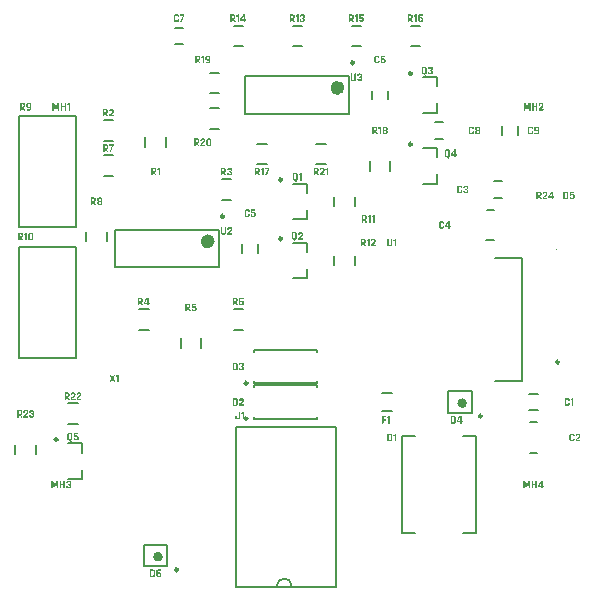
<source format=gto>
G04*
G04 #@! TF.GenerationSoftware,Altium Limited,Altium Designer,22.11.1 (43)*
G04*
G04 Layer_Color=65535*
%FSLAX44Y44*%
%MOMM*%
G71*
G04*
G04 #@! TF.SameCoordinates,75D7284C-96A1-4F7D-B096-18610DFFEBA5*
G04*
G04*
G04 #@! TF.FilePolarity,Positive*
G04*
G01*
G75*
%ADD10C,0.2500*%
%ADD11C,0.6000*%
%ADD12C,0.4000*%
%ADD13C,0.1000*%
%ADD14C,0.2000*%
G36*
X466317Y388190D02*
X466400Y388162D01*
X466483Y388106D01*
X466497Y388093D01*
X466539Y388037D01*
X466581Y387954D01*
X466594Y387843D01*
Y384057D01*
X467343D01*
X467413Y384029D01*
X467482Y383974D01*
X467496Y383932D01*
X467510Y383863D01*
Y383183D01*
Y383169D01*
Y383156D01*
X467482Y383072D01*
X467426Y383003D01*
X467385Y382975D01*
X467316Y382961D01*
X466594D01*
Y382004D01*
Y381991D01*
Y381935D01*
X466581Y381880D01*
X466553Y381838D01*
X466539D01*
X466525Y381824D01*
X466470Y381810D01*
X466400Y381796D01*
X465596D01*
X465513Y381824D01*
X465471Y381852D01*
X465443Y381880D01*
X465416Y381935D01*
X465402Y382004D01*
Y382961D01*
X462905D01*
X462836Y382975D01*
X462753Y383003D01*
X462656Y383058D01*
X462642Y383072D01*
X462614Y383128D01*
X462573Y383211D01*
X462559Y383322D01*
Y383710D01*
Y383724D01*
Y383766D01*
Y383821D01*
X462573Y383890D01*
X462600Y384057D01*
X462656Y384210D01*
X464653Y387898D01*
Y387912D01*
X464667Y387926D01*
X464708Y387996D01*
X464764Y388079D01*
X464833Y388134D01*
X464847Y388148D01*
X464902Y388176D01*
X464972Y388190D01*
X465083Y388204D01*
X466248D01*
X466317Y388190D01*
D02*
G37*
G36*
X460423Y388176D02*
X460589Y388148D01*
X460797Y388106D01*
X460992Y388023D01*
X461186Y387926D01*
X461366Y387788D01*
X461380Y387774D01*
X461435Y387704D01*
X461505Y387621D01*
X461588Y387482D01*
X461657Y387316D01*
X461727Y387108D01*
X461782Y386872D01*
X461796Y386595D01*
Y386193D01*
Y386179D01*
Y386165D01*
Y386123D01*
X461782Y386068D01*
X461768Y385915D01*
X461727Y385735D01*
X461657Y385541D01*
X461546Y385319D01*
X461394Y385111D01*
X461311Y385000D01*
X461200Y384903D01*
X459314Y383308D01*
X459300Y383294D01*
X459258Y383239D01*
X459216Y383156D01*
X459203Y383072D01*
Y382906D01*
X461616D01*
X461699Y382878D01*
X461727Y382850D01*
X461768Y382823D01*
X461782Y382767D01*
X461796Y382698D01*
Y382004D01*
Y381991D01*
Y381977D01*
X461768Y381907D01*
X461740Y381866D01*
X461713Y381824D01*
X461657Y381810D01*
X461588Y381796D01*
X457954D01*
X457885Y381824D01*
X457844Y381852D01*
X457802Y381880D01*
X457788Y381935D01*
X457774Y382004D01*
Y382948D01*
Y382975D01*
X457788Y383045D01*
X457802Y383156D01*
X457844Y383280D01*
X457899Y383433D01*
X457982Y383599D01*
X458107Y383766D01*
X458273Y383918D01*
X460104Y385471D01*
X460118Y385485D01*
X460173Y385541D01*
X460243Y385610D01*
X460340Y385707D01*
X460423Y385832D01*
X460492Y385971D01*
X460548Y386123D01*
X460562Y386276D01*
Y386567D01*
Y386581D01*
Y386623D01*
X460548Y386678D01*
Y386747D01*
X460492Y386886D01*
X460465Y386955D01*
X460409Y387011D01*
X460381Y387039D01*
X460354Y387052D01*
X460298Y387080D01*
X460229Y387108D01*
X460146Y387122D01*
X460048Y387150D01*
X459480D01*
X459411Y387136D01*
X459258Y387094D01*
X459189Y387052D01*
X459133Y387011D01*
X459119Y386983D01*
X459092Y386955D01*
X459078Y386914D01*
X459050Y386844D01*
X459022Y386775D01*
X459008Y386678D01*
Y386567D01*
Y386248D01*
Y386234D01*
Y386220D01*
X458981Y386151D01*
X458953Y386110D01*
X458925Y386068D01*
X458870Y386054D01*
X458800Y386040D01*
X457927D01*
X457844Y386068D01*
X457802Y386096D01*
X457774Y386123D01*
X457746Y386179D01*
X457733Y386248D01*
Y386595D01*
Y386609D01*
Y386623D01*
Y386664D01*
X457746Y386720D01*
X457760Y386858D01*
X457788Y387039D01*
X457844Y387233D01*
X457913Y387427D01*
X458024Y387621D01*
X458162Y387788D01*
X458176Y387801D01*
X458246Y387857D01*
X458343Y387926D01*
X458481Y387996D01*
X458648Y388079D01*
X458856Y388134D01*
X459105Y388190D01*
X459383Y388204D01*
X460270D01*
X460423Y388176D01*
D02*
G37*
G36*
X455347D02*
X455527Y388148D01*
X455722Y388093D01*
X455916Y388023D01*
X456110Y387912D01*
X456290Y387774D01*
X456304Y387760D01*
X456359Y387691D01*
X456429Y387607D01*
X456512Y387469D01*
X456595Y387302D01*
X456665Y387094D01*
X456720Y386844D01*
X456734Y386567D01*
Y385790D01*
Y385777D01*
Y385735D01*
Y385680D01*
X456720Y385610D01*
X456706Y385513D01*
X456692Y385416D01*
X456623Y385180D01*
X456512Y384931D01*
X456443Y384806D01*
X456359Y384681D01*
X456263Y384570D01*
X456138Y384459D01*
X455999Y384376D01*
X455846Y384293D01*
Y384251D01*
X456914Y382032D01*
Y382018D01*
X456928Y381991D01*
Y381921D01*
X456914Y381866D01*
X456886Y381838D01*
X456831Y381810D01*
X456748Y381796D01*
X455846D01*
X455763Y381810D01*
X455680Y381824D01*
X455666Y381838D01*
X455638Y381866D01*
X455597Y381921D01*
X455555Y382004D01*
X454557Y384154D01*
X453863D01*
X453822Y384140D01*
X453780Y384112D01*
X453766Y384043D01*
Y382004D01*
Y381991D01*
Y381977D01*
X453738Y381907D01*
X453711Y381866D01*
X453683Y381824D01*
X453628Y381810D01*
X453558Y381796D01*
X452671D01*
X452601Y381824D01*
X452560Y381852D01*
X452518Y381880D01*
X452504Y381935D01*
X452490Y382004D01*
Y387996D01*
Y388009D01*
Y388023D01*
X452518Y388106D01*
X452546Y388134D01*
X452574Y388176D01*
X452629Y388190D01*
X452698Y388204D01*
X455209D01*
X455347Y388176D01*
D02*
G37*
G36*
X484466D02*
X484493Y388148D01*
X484535Y388120D01*
X484549Y388065D01*
X484563Y387996D01*
Y387247D01*
Y387233D01*
Y387219D01*
X484535Y387150D01*
X484507Y387108D01*
X484479Y387066D01*
X484424Y387052D01*
X484355Y387039D01*
X481942D01*
Y385569D01*
X481955Y385596D01*
X481983Y385652D01*
X482025Y385721D01*
X482108Y385818D01*
X482219Y385915D01*
X482358Y385985D01*
X482552Y386040D01*
X482774Y386068D01*
X483273D01*
X483342Y386054D01*
X483439Y386040D01*
X483564Y386026D01*
X483689Y385985D01*
X483828Y385943D01*
X483980Y385874D01*
X484119Y385790D01*
X484258Y385693D01*
X484382Y385569D01*
X484507Y385416D01*
X484604Y385236D01*
X484674Y385028D01*
X484729Y384792D01*
X484743Y384515D01*
Y383419D01*
Y383405D01*
Y383391D01*
Y383350D01*
Y383294D01*
X484715Y383156D01*
X484688Y382975D01*
X484632Y382781D01*
X484563Y382587D01*
X484452Y382393D01*
X484313Y382212D01*
X484299Y382199D01*
X484230Y382143D01*
X484133Y382088D01*
X484008Y382004D01*
X483828Y381935D01*
X483620Y381866D01*
X483384Y381810D01*
X483106Y381796D01*
X482164D01*
X482108Y381810D01*
X481955Y381824D01*
X481789Y381852D01*
X481581Y381894D01*
X481387Y381977D01*
X481193Y382074D01*
X481012Y382212D01*
X480998Y382226D01*
X480943Y382296D01*
X480874Y382393D01*
X480804Y382518D01*
X480721Y382684D01*
X480652Y382892D01*
X480596Y383142D01*
X480583Y383419D01*
Y383613D01*
Y383627D01*
Y383655D01*
X480610Y383724D01*
X480638Y383766D01*
X480666Y383807D01*
X480721Y383821D01*
X480790Y383835D01*
X481664D01*
X481747Y383807D01*
X481775Y383780D01*
X481817Y383738D01*
X481831Y383683D01*
X481844Y383613D01*
Y383433D01*
Y383419D01*
Y383377D01*
X481858Y383322D01*
Y383253D01*
X481900Y383100D01*
X481942Y383031D01*
X481983Y382975D01*
X482011Y382961D01*
X482039Y382934D01*
X482094Y382920D01*
X482150Y382892D01*
X482233Y382864D01*
X482316Y382850D01*
X482954D01*
X483009Y382864D01*
X483079D01*
X483231Y382906D01*
X483301Y382934D01*
X483370Y382975D01*
X483384Y382989D01*
X483398Y383003D01*
X483425Y383031D01*
X483453Y383086D01*
X483481Y383142D01*
X483495Y383225D01*
X483523Y383322D01*
Y383433D01*
Y384320D01*
Y384334D01*
Y384390D01*
X483509Y384459D01*
Y384556D01*
X483453Y384750D01*
X483425Y384834D01*
X483370Y384903D01*
Y384917D01*
X483342Y384931D01*
X483301Y384958D01*
X483259Y384986D01*
X483190Y385014D01*
X483093Y385028D01*
X482982Y385056D01*
X482344D01*
X482302Y385042D01*
X482247Y385028D01*
X482177Y385000D01*
X482122Y384972D01*
X482052Y384917D01*
X481997Y384847D01*
Y384834D01*
X481969Y384820D01*
X481914Y384750D01*
X481817Y384667D01*
X481761Y384653D01*
X481706Y384639D01*
X480860D01*
X480777Y384667D01*
X480707Y384723D01*
X480680Y384764D01*
X480666Y384834D01*
Y387996D01*
Y388009D01*
Y388023D01*
X480693Y388106D01*
X480721Y388134D01*
X480763Y388176D01*
X480818Y388190D01*
X480888Y388204D01*
X484382D01*
X484466Y388176D01*
D02*
G37*
G36*
X478197D02*
X478377Y388148D01*
X478572Y388093D01*
X478766Y388023D01*
X478960Y387912D01*
X479140Y387774D01*
X479154Y387760D01*
X479210Y387691D01*
X479279Y387607D01*
X479362Y387469D01*
X479445Y387302D01*
X479515Y387094D01*
X479570Y386858D01*
X479584Y386581D01*
Y383419D01*
Y383405D01*
Y383391D01*
Y383350D01*
Y383294D01*
X479556Y383156D01*
X479529Y382975D01*
X479473Y382781D01*
X479404Y382587D01*
X479293Y382393D01*
X479140Y382212D01*
X479126Y382199D01*
X479057Y382143D01*
X478960Y382088D01*
X478835Y382004D01*
X478655Y381935D01*
X478447Y381866D01*
X478211Y381810D01*
X477934Y381796D01*
X475437D01*
X475368Y381824D01*
X475326Y381852D01*
X475285Y381880D01*
X475271Y381935D01*
X475257Y382004D01*
Y387996D01*
Y388009D01*
Y388023D01*
X475285Y388106D01*
X475312Y388134D01*
X475340Y388176D01*
X475396Y388190D01*
X475465Y388204D01*
X478058D01*
X478197Y388176D01*
D02*
G37*
G36*
X95860Y233190D02*
X95901Y233176D01*
X95943Y233134D01*
Y233120D01*
X95957Y233093D01*
Y233037D01*
X95943Y232982D01*
X94431Y230069D01*
X95985Y227018D01*
Y227004D01*
X95998Y226963D01*
Y226907D01*
X95985Y226852D01*
X95971Y226838D01*
X95957Y226824D01*
X95915Y226810D01*
X95846Y226796D01*
X94806D01*
X94723Y226824D01*
X94626Y226880D01*
X94584Y226921D01*
X94556Y226991D01*
X93558Y229140D01*
X93516D01*
X92517Y226991D01*
Y226977D01*
X92504Y226963D01*
X92448Y226894D01*
X92365Y226824D01*
X92296Y226810D01*
X92226Y226796D01*
X91228D01*
X91186Y226810D01*
X91131Y226824D01*
X91089Y226852D01*
Y226866D01*
X91075Y226894D01*
X91089Y226949D01*
X91103Y227004D01*
X92642Y230069D01*
X91145Y232996D01*
Y233009D01*
X91131Y233037D01*
Y233079D01*
X91145Y233134D01*
X91158Y233148D01*
X91172Y233176D01*
X91228Y233190D01*
X91283Y233204D01*
X92282D01*
X92379Y233176D01*
X92434Y233148D01*
X92490Y233120D01*
X92531Y233065D01*
X92573Y232996D01*
X93516Y230860D01*
X93558D01*
X94501Y232996D01*
Y233009D01*
X94515Y233023D01*
X94584Y233106D01*
X94681Y233176D01*
X94736Y233190D01*
X94820Y233204D01*
X95818D01*
X95860Y233190D01*
D02*
G37*
G36*
X98828Y233176D02*
X98855Y233148D01*
X98897Y233120D01*
X98911Y233065D01*
X98925Y232996D01*
Y227004D01*
Y226991D01*
Y226935D01*
X98911Y226880D01*
X98883Y226838D01*
X98869D01*
X98855Y226824D01*
X98800Y226810D01*
X98731Y226796D01*
X97843D01*
X97774Y226824D01*
X97732Y226852D01*
X97690Y226880D01*
X97677Y226935D01*
X97663Y227004D01*
Y231858D01*
X96678Y231304D01*
X96664D01*
X96650Y231290D01*
X96539D01*
X96498Y231318D01*
X96484Y231359D01*
X96470Y231428D01*
Y232247D01*
Y232260D01*
Y232274D01*
X96484Y232344D01*
X96539Y232427D01*
X96567Y232469D01*
X96623Y232496D01*
X97524Y233065D01*
X97538D01*
X97566Y233093D01*
X97607Y233106D01*
X97663Y233134D01*
X97788Y233176D01*
X97912Y233204D01*
X98744D01*
X98828Y233176D01*
D02*
G37*
G36*
X299515Y488176D02*
X299598Y488120D01*
X299612Y488079D01*
X299626Y488009D01*
Y483419D01*
Y483405D01*
Y483391D01*
Y483350D01*
Y483294D01*
X299598Y483156D01*
X299570Y482975D01*
X299515Y482781D01*
X299445Y482587D01*
X299334Y482393D01*
X299182Y482212D01*
X299168Y482199D01*
X299099Y482143D01*
X299002Y482088D01*
X298877Y482004D01*
X298696Y481935D01*
X298488Y481866D01*
X298253Y481810D01*
X297975Y481796D01*
X296810D01*
X296755Y481810D01*
X296602Y481824D01*
X296436Y481852D01*
X296228Y481894D01*
X296034Y481977D01*
X295840Y482074D01*
X295659Y482212D01*
X295645Y482226D01*
X295590Y482296D01*
X295520Y482393D01*
X295451Y482518D01*
X295368Y482684D01*
X295299Y482892D01*
X295243Y483142D01*
X295229Y483419D01*
Y487996D01*
Y488009D01*
Y488023D01*
X295257Y488106D01*
X295285Y488134D01*
X295312Y488176D01*
X295368Y488190D01*
X295437Y488204D01*
X296311D01*
X296394Y488176D01*
X296422Y488148D01*
X296464Y488120D01*
X296477Y488065D01*
X296491Y487996D01*
Y483475D01*
Y483461D01*
Y483419D01*
X296505Y483363D01*
Y483294D01*
X296547Y483142D01*
X296588Y483072D01*
X296630Y483017D01*
X296658Y483003D01*
X296686Y482975D01*
X296741Y482961D01*
X296796Y482934D01*
X296880Y482906D01*
X296963Y482892D01*
X297823D01*
X297878Y482906D01*
X297948D01*
X298086Y482948D01*
X298155Y482975D01*
X298211Y483017D01*
Y483031D01*
X298239Y483045D01*
X298253Y483072D01*
X298280Y483128D01*
X298308Y483183D01*
X298322Y483266D01*
X298350Y483363D01*
Y483475D01*
Y487996D01*
Y488009D01*
Y488023D01*
X298377Y488106D01*
X298405Y488134D01*
X298433Y488176D01*
X298488Y488190D01*
X298558Y488204D01*
X299445D01*
X299515Y488176D01*
D02*
G37*
G36*
X303398D02*
X303564Y488148D01*
X303772Y488106D01*
X303966Y488023D01*
X304160Y487926D01*
X304341Y487788D01*
X304355Y487774D01*
X304410Y487704D01*
X304480Y487621D01*
X304563Y487482D01*
X304632Y487316D01*
X304701Y487108D01*
X304757Y486872D01*
X304771Y486595D01*
Y486096D01*
Y486082D01*
Y486054D01*
Y486012D01*
X304757Y485957D01*
X304729Y485818D01*
X304674Y485638D01*
X304577Y485458D01*
X304521Y485361D01*
X304438Y485277D01*
X304341Y485194D01*
X304244Y485125D01*
X304119Y485056D01*
X303980Y485000D01*
X303994D01*
X304008Y484986D01*
X304050Y484972D01*
X304105Y484958D01*
X304230Y484903D01*
X304382Y484806D01*
X304521Y484667D01*
X304590Y484570D01*
X304646Y484473D01*
X304701Y484362D01*
X304743Y484223D01*
X304757Y484085D01*
X304771Y483918D01*
Y483405D01*
Y483391D01*
Y483377D01*
Y483336D01*
Y483280D01*
X304743Y483142D01*
X304715Y482961D01*
X304660Y482767D01*
X304590Y482573D01*
X304480Y482379D01*
X304341Y482212D01*
X304327Y482199D01*
X304258Y482143D01*
X304160Y482088D01*
X304022Y482004D01*
X303855Y481935D01*
X303647Y481866D01*
X303398Y481810D01*
X303120Y481796D01*
X302164D01*
X302108Y481810D01*
X301956Y481824D01*
X301789Y481852D01*
X301581Y481894D01*
X301387Y481977D01*
X301193Y482074D01*
X301012Y482212D01*
X300998Y482226D01*
X300943Y482296D01*
X300874Y482379D01*
X300804Y482518D01*
X300721Y482684D01*
X300652Y482892D01*
X300596Y483128D01*
X300583Y483405D01*
Y483683D01*
Y483696D01*
Y483724D01*
X300610Y483793D01*
X300638Y483835D01*
X300666Y483877D01*
X300721Y483890D01*
X300791Y483904D01*
X301678D01*
X301747Y483877D01*
X301789Y483849D01*
X301831Y483807D01*
X301845Y483752D01*
X301858Y483683D01*
Y483433D01*
Y483419D01*
Y483377D01*
X301872Y483322D01*
Y483253D01*
X301914Y483100D01*
X301942Y483031D01*
X301983Y482975D01*
X302011Y482961D01*
X302039Y482934D01*
X302080Y482920D01*
X302150Y482892D01*
X302219Y482864D01*
X302316Y482850D01*
X302968D01*
X303023Y482864D01*
X303093D01*
X303259Y482906D01*
X303328Y482934D01*
X303384Y482975D01*
X303398Y482989D01*
X303412Y483003D01*
X303439Y483031D01*
X303467Y483086D01*
X303495Y483142D01*
X303509Y483225D01*
X303536Y483322D01*
Y483433D01*
Y483918D01*
Y483932D01*
Y483974D01*
X303523Y484029D01*
Y484085D01*
X303467Y484237D01*
X303439Y484307D01*
X303384Y484362D01*
X303356Y484390D01*
X303328Y484404D01*
X303273Y484431D01*
X303204Y484459D01*
X303120Y484473D01*
X303023Y484501D01*
X302372D01*
X302302Y484529D01*
X302261Y484556D01*
X302219Y484584D01*
X302205Y484639D01*
X302191Y484709D01*
Y485305D01*
Y485319D01*
Y485347D01*
X302219Y485416D01*
X302247Y485458D01*
X302274Y485499D01*
X302330Y485513D01*
X302399Y485527D01*
X302968D01*
X303023Y485541D01*
X303093D01*
X303259Y485583D01*
X303328Y485610D01*
X303384Y485652D01*
X303398Y485666D01*
X303412Y485680D01*
X303439Y485707D01*
X303467Y485763D01*
X303495Y485818D01*
X303509Y485901D01*
X303536Y485998D01*
Y486110D01*
Y486567D01*
Y486581D01*
Y486623D01*
X303523Y486678D01*
Y486747D01*
X303467Y486886D01*
X303439Y486955D01*
X303384Y487011D01*
X303356Y487039D01*
X303328Y487052D01*
X303273Y487080D01*
X303204Y487108D01*
X303120Y487122D01*
X303023Y487150D01*
X302316D01*
X302247Y487136D01*
X302108Y487094D01*
X302039Y487052D01*
X301983Y487011D01*
X301969Y486983D01*
X301942Y486955D01*
X301928Y486914D01*
X301900Y486844D01*
X301872Y486775D01*
X301858Y486678D01*
Y486567D01*
Y486317D01*
Y486304D01*
Y486290D01*
X301831Y486220D01*
X301803Y486179D01*
X301761Y486137D01*
X301706Y486123D01*
X301637Y486110D01*
X300763D01*
X300693Y486137D01*
X300652Y486165D01*
X300610Y486193D01*
X300596Y486248D01*
X300583Y486317D01*
Y486595D01*
Y486609D01*
Y486623D01*
Y486664D01*
X300596Y486720D01*
X300610Y486858D01*
X300638Y487039D01*
X300693Y487233D01*
X300763Y487427D01*
X300874Y487621D01*
X301012Y487788D01*
X301026Y487801D01*
X301096Y487857D01*
X301193Y487926D01*
X301331Y487996D01*
X301498Y488079D01*
X301706Y488134D01*
X301956Y488190D01*
X302233Y488204D01*
X303245D01*
X303398Y488176D01*
D02*
G37*
G36*
X189549Y358176D02*
X189632Y358120D01*
X189646Y358079D01*
X189660Y358009D01*
Y353419D01*
Y353405D01*
Y353391D01*
Y353350D01*
Y353294D01*
X189632Y353156D01*
X189605Y352975D01*
X189549Y352781D01*
X189480Y352587D01*
X189369Y352393D01*
X189216Y352212D01*
X189203Y352199D01*
X189133Y352143D01*
X189036Y352088D01*
X188911Y352004D01*
X188731Y351935D01*
X188523Y351866D01*
X188287Y351810D01*
X188010Y351796D01*
X186845D01*
X186789Y351810D01*
X186637Y351824D01*
X186471Y351852D01*
X186262Y351894D01*
X186068Y351977D01*
X185874Y352074D01*
X185694Y352212D01*
X185680Y352226D01*
X185625Y352296D01*
X185555Y352393D01*
X185486Y352518D01*
X185403Y352684D01*
X185333Y352892D01*
X185278Y353142D01*
X185264Y353419D01*
Y357996D01*
Y358009D01*
Y358023D01*
X185292Y358106D01*
X185319Y358134D01*
X185347Y358176D01*
X185403Y358190D01*
X185472Y358204D01*
X186346D01*
X186429Y358176D01*
X186457Y358148D01*
X186498Y358120D01*
X186512Y358065D01*
X186526Y357996D01*
Y353475D01*
Y353461D01*
Y353419D01*
X186540Y353363D01*
Y353294D01*
X186581Y353142D01*
X186623Y353072D01*
X186665Y353017D01*
X186692Y353003D01*
X186720Y352975D01*
X186776Y352961D01*
X186831Y352934D01*
X186914Y352906D01*
X186998Y352892D01*
X187857D01*
X187913Y352906D01*
X187982D01*
X188121Y352948D01*
X188190Y352975D01*
X188246Y353017D01*
Y353031D01*
X188273Y353045D01*
X188287Y353072D01*
X188315Y353128D01*
X188343Y353183D01*
X188357Y353266D01*
X188384Y353363D01*
Y353475D01*
Y357996D01*
Y358009D01*
Y358023D01*
X188412Y358106D01*
X188440Y358134D01*
X188468Y358176D01*
X188523Y358190D01*
X188592Y358204D01*
X189480D01*
X189549Y358176D01*
D02*
G37*
G36*
X193363D02*
X193529Y358148D01*
X193738Y358106D01*
X193932Y358023D01*
X194126Y357926D01*
X194306Y357788D01*
X194320Y357774D01*
X194375Y357704D01*
X194445Y357621D01*
X194528Y357482D01*
X194597Y357316D01*
X194667Y357108D01*
X194722Y356872D01*
X194736Y356595D01*
Y356193D01*
Y356179D01*
Y356165D01*
Y356123D01*
X194722Y356068D01*
X194708Y355915D01*
X194667Y355735D01*
X194597Y355541D01*
X194486Y355319D01*
X194334Y355111D01*
X194251Y355000D01*
X194140Y354903D01*
X192254Y353308D01*
X192240Y353294D01*
X192198Y353239D01*
X192157Y353156D01*
X192143Y353072D01*
Y352906D01*
X194556D01*
X194639Y352878D01*
X194667Y352850D01*
X194708Y352823D01*
X194722Y352767D01*
X194736Y352698D01*
Y352004D01*
Y351991D01*
Y351977D01*
X194708Y351907D01*
X194681Y351866D01*
X194653Y351824D01*
X194597Y351810D01*
X194528Y351796D01*
X190895D01*
X190825Y351824D01*
X190784Y351852D01*
X190742Y351880D01*
X190728Y351935D01*
X190714Y352004D01*
Y352948D01*
Y352975D01*
X190728Y353045D01*
X190742Y353156D01*
X190784Y353280D01*
X190839Y353433D01*
X190922Y353599D01*
X191047Y353766D01*
X191213Y353918D01*
X193044Y355471D01*
X193058Y355485D01*
X193113Y355541D01*
X193183Y355610D01*
X193280Y355707D01*
X193363Y355832D01*
X193432Y355971D01*
X193488Y356123D01*
X193502Y356276D01*
Y356567D01*
Y356581D01*
Y356623D01*
X193488Y356678D01*
Y356747D01*
X193432Y356886D01*
X193405Y356955D01*
X193349Y357011D01*
X193321Y357039D01*
X193294Y357052D01*
X193238Y357080D01*
X193169Y357108D01*
X193086Y357122D01*
X192989Y357150D01*
X192420D01*
X192351Y357136D01*
X192198Y357094D01*
X192129Y357052D01*
X192073Y357011D01*
X192059Y356983D01*
X192032Y356955D01*
X192018Y356914D01*
X191990Y356844D01*
X191962Y356775D01*
X191949Y356678D01*
Y356567D01*
Y356248D01*
Y356234D01*
Y356220D01*
X191921Y356151D01*
X191893Y356110D01*
X191865Y356068D01*
X191810Y356054D01*
X191740Y356040D01*
X190867D01*
X190784Y356068D01*
X190742Y356096D01*
X190714Y356123D01*
X190686Y356179D01*
X190673Y356248D01*
Y356595D01*
Y356609D01*
Y356623D01*
Y356664D01*
X190686Y356720D01*
X190700Y356858D01*
X190728Y357039D01*
X190784Y357233D01*
X190853Y357427D01*
X190964Y357621D01*
X191103Y357788D01*
X191116Y357801D01*
X191186Y357857D01*
X191283Y357926D01*
X191422Y357996D01*
X191588Y358079D01*
X191796Y358134D01*
X192046Y358190D01*
X192323Y358204D01*
X193211D01*
X193363Y358176D01*
D02*
G37*
G36*
X330451Y348176D02*
X330534Y348120D01*
X330548Y348079D01*
X330562Y348009D01*
Y343419D01*
Y343405D01*
Y343391D01*
Y343350D01*
Y343294D01*
X330534Y343156D01*
X330506Y342975D01*
X330451Y342781D01*
X330381Y342587D01*
X330270Y342393D01*
X330118Y342212D01*
X330104Y342199D01*
X330035Y342143D01*
X329938Y342088D01*
X329813Y342004D01*
X329632Y341935D01*
X329425Y341866D01*
X329189Y341810D01*
X328911Y341796D01*
X327746D01*
X327691Y341810D01*
X327538Y341824D01*
X327372Y341852D01*
X327164Y341894D01*
X326970Y341977D01*
X326776Y342074D01*
X326595Y342212D01*
X326581Y342226D01*
X326526Y342296D01*
X326457Y342393D01*
X326387Y342518D01*
X326304Y342684D01*
X326235Y342892D01*
X326179Y343142D01*
X326165Y343419D01*
Y347996D01*
Y348009D01*
Y348023D01*
X326193Y348106D01*
X326221Y348134D01*
X326249Y348176D01*
X326304Y348190D01*
X326373Y348204D01*
X327247D01*
X327330Y348176D01*
X327358Y348148D01*
X327400Y348120D01*
X327413Y348065D01*
X327427Y347996D01*
Y343475D01*
Y343461D01*
Y343419D01*
X327441Y343363D01*
Y343294D01*
X327483Y343142D01*
X327524Y343072D01*
X327566Y343017D01*
X327594Y343003D01*
X327622Y342975D01*
X327677Y342961D01*
X327733Y342934D01*
X327816Y342906D01*
X327899Y342892D01*
X328759D01*
X328814Y342906D01*
X328884D01*
X329022Y342948D01*
X329092Y342975D01*
X329147Y343017D01*
Y343031D01*
X329175Y343045D01*
X329189Y343072D01*
X329216Y343128D01*
X329244Y343183D01*
X329258Y343266D01*
X329286Y343363D01*
Y343475D01*
Y347996D01*
Y348009D01*
Y348023D01*
X329314Y348106D01*
X329341Y348134D01*
X329369Y348176D01*
X329425Y348190D01*
X329494Y348204D01*
X330381D01*
X330451Y348176D01*
D02*
G37*
G36*
X333737D02*
X333765Y348148D01*
X333807Y348120D01*
X333821Y348065D01*
X333835Y347996D01*
Y342004D01*
Y341991D01*
Y341935D01*
X333821Y341880D01*
X333793Y341838D01*
X333779D01*
X333765Y341824D01*
X333710Y341810D01*
X333641Y341796D01*
X332753D01*
X332683Y341824D01*
X332642Y341852D01*
X332600Y341880D01*
X332587Y341935D01*
X332573Y342004D01*
Y346858D01*
X331588Y346304D01*
X331574D01*
X331560Y346290D01*
X331449D01*
X331408Y346317D01*
X331394Y346359D01*
X331380Y346428D01*
Y347247D01*
Y347261D01*
Y347274D01*
X331394Y347344D01*
X331449Y347427D01*
X331477Y347469D01*
X331533Y347496D01*
X332434Y348065D01*
X332448D01*
X332476Y348093D01*
X332517Y348106D01*
X332573Y348134D01*
X332697Y348176D01*
X332822Y348204D01*
X333654D01*
X333737Y348176D01*
D02*
G37*
G36*
X25776Y203176D02*
X25943Y203148D01*
X26151Y203106D01*
X26345Y203023D01*
X26539Y202926D01*
X26719Y202788D01*
X26733Y202774D01*
X26789Y202704D01*
X26858Y202621D01*
X26941Y202482D01*
X27011Y202316D01*
X27080Y202108D01*
X27135Y201872D01*
X27149Y201595D01*
Y201096D01*
Y201082D01*
Y201054D01*
Y201012D01*
X27135Y200957D01*
X27108Y200818D01*
X27052Y200638D01*
X26955Y200458D01*
X26899Y200361D01*
X26816Y200277D01*
X26719Y200194D01*
X26622Y200125D01*
X26497Y200056D01*
X26359Y200000D01*
X26372D01*
X26386Y199986D01*
X26428Y199972D01*
X26484Y199958D01*
X26608Y199903D01*
X26761Y199806D01*
X26899Y199667D01*
X26969Y199570D01*
X27024Y199473D01*
X27080Y199362D01*
X27121Y199223D01*
X27135Y199085D01*
X27149Y198918D01*
Y198405D01*
Y198391D01*
Y198377D01*
Y198336D01*
Y198280D01*
X27121Y198142D01*
X27094Y197961D01*
X27038Y197767D01*
X26969Y197573D01*
X26858Y197379D01*
X26719Y197213D01*
X26705Y197199D01*
X26636Y197143D01*
X26539Y197088D01*
X26400Y197004D01*
X26234Y196935D01*
X26026Y196866D01*
X25776Y196810D01*
X25499Y196796D01*
X24542D01*
X24486Y196810D01*
X24334Y196824D01*
X24167Y196852D01*
X23959Y196894D01*
X23765Y196977D01*
X23571Y197074D01*
X23391Y197213D01*
X23377Y197226D01*
X23321Y197296D01*
X23252Y197379D01*
X23183Y197518D01*
X23100Y197684D01*
X23030Y197892D01*
X22975Y198128D01*
X22961Y198405D01*
Y198682D01*
Y198696D01*
Y198724D01*
X22989Y198794D01*
X23016Y198835D01*
X23044Y198877D01*
X23100Y198890D01*
X23169Y198904D01*
X24056D01*
X24126Y198877D01*
X24167Y198849D01*
X24209Y198807D01*
X24223Y198752D01*
X24237Y198682D01*
Y198433D01*
Y198419D01*
Y198377D01*
X24251Y198322D01*
Y198253D01*
X24292Y198100D01*
X24320Y198031D01*
X24362Y197975D01*
X24389Y197961D01*
X24417Y197934D01*
X24459Y197920D01*
X24528Y197892D01*
X24597Y197864D01*
X24694Y197850D01*
X25346D01*
X25402Y197864D01*
X25471D01*
X25638Y197906D01*
X25707Y197934D01*
X25762Y197975D01*
X25776Y197989D01*
X25790Y198003D01*
X25818Y198031D01*
X25845Y198086D01*
X25873Y198142D01*
X25887Y198225D01*
X25915Y198322D01*
Y198433D01*
Y198918D01*
Y198932D01*
Y198974D01*
X25901Y199029D01*
Y199085D01*
X25845Y199237D01*
X25818Y199307D01*
X25762Y199362D01*
X25735Y199390D01*
X25707Y199404D01*
X25651Y199431D01*
X25582Y199459D01*
X25499Y199473D01*
X25402Y199501D01*
X24750D01*
X24681Y199529D01*
X24639Y199556D01*
X24597Y199584D01*
X24583Y199639D01*
X24570Y199709D01*
Y200305D01*
Y200319D01*
Y200347D01*
X24597Y200416D01*
X24625Y200458D01*
X24653Y200499D01*
X24708Y200513D01*
X24778Y200527D01*
X25346D01*
X25402Y200541D01*
X25471D01*
X25638Y200583D01*
X25707Y200610D01*
X25762Y200652D01*
X25776Y200666D01*
X25790Y200680D01*
X25818Y200707D01*
X25845Y200763D01*
X25873Y200818D01*
X25887Y200902D01*
X25915Y200998D01*
Y201110D01*
Y201567D01*
Y201581D01*
Y201623D01*
X25901Y201678D01*
Y201747D01*
X25845Y201886D01*
X25818Y201956D01*
X25762Y202011D01*
X25735Y202039D01*
X25707Y202052D01*
X25651Y202080D01*
X25582Y202108D01*
X25499Y202122D01*
X25402Y202150D01*
X24694D01*
X24625Y202136D01*
X24486Y202094D01*
X24417Y202052D01*
X24362Y202011D01*
X24348Y201983D01*
X24320Y201956D01*
X24306Y201914D01*
X24278Y201845D01*
X24251Y201775D01*
X24237Y201678D01*
Y201567D01*
Y201318D01*
Y201304D01*
Y201290D01*
X24209Y201220D01*
X24181Y201179D01*
X24140Y201137D01*
X24084Y201123D01*
X24015Y201110D01*
X23141D01*
X23072Y201137D01*
X23030Y201165D01*
X22989Y201193D01*
X22975Y201248D01*
X22961Y201318D01*
Y201595D01*
Y201609D01*
Y201623D01*
Y201664D01*
X22975Y201720D01*
X22989Y201858D01*
X23016Y202039D01*
X23072Y202233D01*
X23141Y202427D01*
X23252Y202621D01*
X23391Y202788D01*
X23405Y202801D01*
X23474Y202857D01*
X23571Y202926D01*
X23710Y202996D01*
X23876Y203079D01*
X24084Y203134D01*
X24334Y203190D01*
X24611Y203204D01*
X25624D01*
X25776Y203176D01*
D02*
G37*
G36*
X20784D02*
X20950Y203148D01*
X21158Y203106D01*
X21352Y203023D01*
X21546Y202926D01*
X21727Y202788D01*
X21741Y202774D01*
X21796Y202704D01*
X21865Y202621D01*
X21948Y202482D01*
X22018Y202316D01*
X22087Y202108D01*
X22143Y201872D01*
X22157Y201595D01*
Y201193D01*
Y201179D01*
Y201165D01*
Y201123D01*
X22143Y201068D01*
X22129Y200915D01*
X22087Y200735D01*
X22018Y200541D01*
X21907Y200319D01*
X21754Y200111D01*
X21671Y200000D01*
X21560Y199903D01*
X19674Y198308D01*
X19660Y198294D01*
X19619Y198239D01*
X19577Y198155D01*
X19563Y198072D01*
Y197906D01*
X21976D01*
X22060Y197878D01*
X22087Y197850D01*
X22129Y197823D01*
X22143Y197767D01*
X22157Y197698D01*
Y197004D01*
Y196991D01*
Y196977D01*
X22129Y196907D01*
X22101Y196866D01*
X22073Y196824D01*
X22018Y196810D01*
X21948Y196796D01*
X18315D01*
X18246Y196824D01*
X18204Y196852D01*
X18162Y196880D01*
X18149Y196935D01*
X18135Y197004D01*
Y197948D01*
Y197975D01*
X18149Y198045D01*
X18162Y198155D01*
X18204Y198280D01*
X18260Y198433D01*
X18343Y198599D01*
X18468Y198766D01*
X18634Y198918D01*
X20465Y200471D01*
X20478Y200485D01*
X20534Y200541D01*
X20603Y200610D01*
X20700Y200707D01*
X20784Y200832D01*
X20853Y200971D01*
X20908Y201123D01*
X20922Y201276D01*
Y201567D01*
Y201581D01*
Y201623D01*
X20908Y201678D01*
Y201747D01*
X20853Y201886D01*
X20825Y201956D01*
X20770Y202011D01*
X20742Y202039D01*
X20714Y202052D01*
X20659Y202080D01*
X20589Y202108D01*
X20506Y202122D01*
X20409Y202150D01*
X19841D01*
X19771Y202136D01*
X19619Y202094D01*
X19549Y202052D01*
X19494Y202011D01*
X19480Y201983D01*
X19452Y201956D01*
X19438Y201914D01*
X19411Y201845D01*
X19383Y201775D01*
X19369Y201678D01*
Y201567D01*
Y201248D01*
Y201234D01*
Y201220D01*
X19341Y201151D01*
X19313Y201110D01*
X19286Y201068D01*
X19230Y201054D01*
X19161Y201040D01*
X18287D01*
X18204Y201068D01*
X18162Y201096D01*
X18135Y201123D01*
X18107Y201179D01*
X18093Y201248D01*
Y201595D01*
Y201609D01*
Y201623D01*
Y201664D01*
X18107Y201720D01*
X18121Y201858D01*
X18149Y202039D01*
X18204Y202233D01*
X18273Y202427D01*
X18384Y202621D01*
X18523Y202788D01*
X18537Y202801D01*
X18606Y202857D01*
X18703Y202926D01*
X18842Y202996D01*
X19008Y203079D01*
X19216Y203134D01*
X19466Y203190D01*
X19743Y203204D01*
X20631D01*
X20784Y203176D01*
D02*
G37*
G36*
X15708D02*
X15888Y203148D01*
X16082Y203093D01*
X16276Y203023D01*
X16471Y202912D01*
X16651Y202774D01*
X16665Y202760D01*
X16720Y202691D01*
X16789Y202607D01*
X16873Y202469D01*
X16956Y202302D01*
X17025Y202094D01*
X17081Y201845D01*
X17095Y201567D01*
Y200791D01*
Y200777D01*
Y200735D01*
Y200680D01*
X17081Y200610D01*
X17067Y200513D01*
X17053Y200416D01*
X16984Y200180D01*
X16873Y199931D01*
X16803Y199806D01*
X16720Y199681D01*
X16623Y199570D01*
X16498Y199459D01*
X16360Y199376D01*
X16207Y199293D01*
Y199251D01*
X17275Y197032D01*
Y197018D01*
X17289Y196991D01*
Y196921D01*
X17275Y196866D01*
X17247Y196838D01*
X17192Y196810D01*
X17108Y196796D01*
X16207D01*
X16124Y196810D01*
X16041Y196824D01*
X16027Y196838D01*
X15999Y196866D01*
X15957Y196921D01*
X15916Y197004D01*
X14917Y199154D01*
X14224D01*
X14182Y199140D01*
X14141Y199112D01*
X14127Y199043D01*
Y197004D01*
Y196991D01*
Y196977D01*
X14099Y196907D01*
X14071Y196866D01*
X14044Y196824D01*
X13988Y196810D01*
X13919Y196796D01*
X13031D01*
X12962Y196824D01*
X12920Y196852D01*
X12879Y196880D01*
X12865Y196935D01*
X12851Y197004D01*
Y202996D01*
Y203009D01*
Y203023D01*
X12879Y203106D01*
X12906Y203134D01*
X12934Y203176D01*
X12989Y203190D01*
X13059Y203204D01*
X15569D01*
X15708Y203176D01*
D02*
G37*
G36*
X65742Y218176D02*
X65908Y218148D01*
X66116Y218106D01*
X66310Y218023D01*
X66504Y217926D01*
X66685Y217788D01*
X66698Y217774D01*
X66754Y217704D01*
X66823Y217621D01*
X66906Y217482D01*
X66976Y217316D01*
X67045Y217108D01*
X67101Y216872D01*
X67115Y216595D01*
Y216193D01*
Y216179D01*
Y216165D01*
Y216123D01*
X67101Y216068D01*
X67087Y215915D01*
X67045Y215735D01*
X66976Y215541D01*
X66865Y215319D01*
X66712Y215111D01*
X66629Y215000D01*
X66518Y214903D01*
X64632Y213308D01*
X64618Y213294D01*
X64577Y213239D01*
X64535Y213155D01*
X64521Y213072D01*
Y212906D01*
X66934D01*
X67017Y212878D01*
X67045Y212850D01*
X67087Y212823D01*
X67101Y212767D01*
X67115Y212698D01*
Y212004D01*
Y211991D01*
Y211977D01*
X67087Y211907D01*
X67059Y211866D01*
X67031Y211824D01*
X66976Y211810D01*
X66906Y211796D01*
X63273D01*
X63204Y211824D01*
X63162Y211852D01*
X63120Y211880D01*
X63106Y211935D01*
X63093Y212004D01*
Y212948D01*
Y212975D01*
X63106Y213045D01*
X63120Y213155D01*
X63162Y213280D01*
X63218Y213433D01*
X63301Y213599D01*
X63425Y213766D01*
X63592Y213918D01*
X65423Y215471D01*
X65436Y215485D01*
X65492Y215541D01*
X65561Y215610D01*
X65658Y215707D01*
X65742Y215832D01*
X65811Y215971D01*
X65866Y216123D01*
X65880Y216276D01*
Y216567D01*
Y216581D01*
Y216623D01*
X65866Y216678D01*
Y216747D01*
X65811Y216886D01*
X65783Y216955D01*
X65728Y217011D01*
X65700Y217039D01*
X65672Y217052D01*
X65617Y217080D01*
X65547Y217108D01*
X65464Y217122D01*
X65367Y217150D01*
X64798D01*
X64729Y217136D01*
X64577Y217094D01*
X64507Y217052D01*
X64452Y217011D01*
X64438Y216983D01*
X64410Y216955D01*
X64396Y216914D01*
X64369Y216845D01*
X64341Y216775D01*
X64327Y216678D01*
Y216567D01*
Y216248D01*
Y216234D01*
Y216220D01*
X64299Y216151D01*
X64271Y216110D01*
X64244Y216068D01*
X64188Y216054D01*
X64119Y216040D01*
X63245D01*
X63162Y216068D01*
X63120Y216096D01*
X63093Y216123D01*
X63065Y216179D01*
X63051Y216248D01*
Y216595D01*
Y216609D01*
Y216623D01*
Y216664D01*
X63065Y216720D01*
X63079Y216858D01*
X63106Y217039D01*
X63162Y217233D01*
X63231Y217427D01*
X63342Y217621D01*
X63481Y217788D01*
X63495Y217801D01*
X63564Y217857D01*
X63661Y217926D01*
X63800Y217996D01*
X63966Y218079D01*
X64174Y218134D01*
X64424Y218190D01*
X64701Y218204D01*
X65589D01*
X65742Y218176D01*
D02*
G37*
G36*
X60818D02*
X60985Y218148D01*
X61193Y218106D01*
X61387Y218023D01*
X61581Y217926D01*
X61761Y217788D01*
X61775Y217774D01*
X61831Y217704D01*
X61900Y217621D01*
X61983Y217482D01*
X62052Y217316D01*
X62122Y217108D01*
X62177Y216872D01*
X62191Y216595D01*
Y216193D01*
Y216179D01*
Y216165D01*
Y216123D01*
X62177Y216068D01*
X62164Y215915D01*
X62122Y215735D01*
X62052Y215541D01*
X61942Y215319D01*
X61789Y215111D01*
X61706Y215000D01*
X61595Y214903D01*
X59709Y213308D01*
X59695Y213294D01*
X59653Y213239D01*
X59612Y213155D01*
X59598Y213072D01*
Y212906D01*
X62011D01*
X62094Y212878D01*
X62122Y212850D01*
X62164Y212823D01*
X62177Y212767D01*
X62191Y212698D01*
Y212004D01*
Y211991D01*
Y211977D01*
X62164Y211907D01*
X62136Y211866D01*
X62108Y211824D01*
X62052Y211810D01*
X61983Y211796D01*
X58350D01*
X58280Y211824D01*
X58239Y211852D01*
X58197Y211880D01*
X58183Y211935D01*
X58169Y212004D01*
Y212948D01*
Y212975D01*
X58183Y213045D01*
X58197Y213155D01*
X58239Y213280D01*
X58294Y213433D01*
X58377Y213599D01*
X58502Y213766D01*
X58669Y213918D01*
X60499Y215471D01*
X60513Y215485D01*
X60569Y215541D01*
X60638Y215610D01*
X60735Y215707D01*
X60818Y215832D01*
X60888Y215971D01*
X60943Y216123D01*
X60957Y216276D01*
Y216567D01*
Y216581D01*
Y216623D01*
X60943Y216678D01*
Y216747D01*
X60888Y216886D01*
X60860Y216955D01*
X60804Y217011D01*
X60777Y217039D01*
X60749Y217052D01*
X60693Y217080D01*
X60624Y217108D01*
X60541Y217122D01*
X60444Y217150D01*
X59875D01*
X59806Y217136D01*
X59653Y217094D01*
X59584Y217052D01*
X59528Y217011D01*
X59515Y216983D01*
X59487Y216955D01*
X59473Y216914D01*
X59445Y216845D01*
X59418Y216775D01*
X59404Y216678D01*
Y216567D01*
Y216248D01*
Y216234D01*
Y216220D01*
X59376Y216151D01*
X59348Y216110D01*
X59321Y216068D01*
X59265Y216054D01*
X59196Y216040D01*
X58322D01*
X58239Y216068D01*
X58197Y216096D01*
X58169Y216123D01*
X58142Y216179D01*
X58128Y216248D01*
Y216595D01*
Y216609D01*
Y216623D01*
Y216664D01*
X58142Y216720D01*
X58155Y216858D01*
X58183Y217039D01*
X58239Y217233D01*
X58308Y217427D01*
X58419Y217621D01*
X58558Y217788D01*
X58572Y217801D01*
X58641Y217857D01*
X58738Y217926D01*
X58877Y217996D01*
X59043Y218079D01*
X59251Y218134D01*
X59501Y218190D01*
X59778Y218204D01*
X60666D01*
X60818Y218176D01*
D02*
G37*
G36*
X55742D02*
X55923Y218148D01*
X56117Y218093D01*
X56311Y218023D01*
X56505Y217912D01*
X56686Y217774D01*
X56699Y217760D01*
X56755Y217691D01*
X56824Y217607D01*
X56907Y217469D01*
X56991Y217302D01*
X57060Y217094D01*
X57115Y216845D01*
X57129Y216567D01*
Y215791D01*
Y215777D01*
Y215735D01*
Y215680D01*
X57115Y215610D01*
X57101Y215513D01*
X57088Y215416D01*
X57018Y215180D01*
X56907Y214931D01*
X56838Y214806D01*
X56755Y214681D01*
X56658Y214570D01*
X56533Y214459D01*
X56394Y214376D01*
X56242Y214293D01*
Y214251D01*
X57309Y212032D01*
Y212018D01*
X57323Y211991D01*
Y211921D01*
X57309Y211866D01*
X57282Y211838D01*
X57226Y211810D01*
X57143Y211796D01*
X56242D01*
X56158Y211810D01*
X56075Y211824D01*
X56061Y211838D01*
X56034Y211866D01*
X55992Y211921D01*
X55950Y212004D01*
X54952Y214154D01*
X54258D01*
X54217Y214140D01*
X54175Y214112D01*
X54161Y214043D01*
Y212004D01*
Y211991D01*
Y211977D01*
X54134Y211907D01*
X54106Y211866D01*
X54078Y211824D01*
X54023Y211810D01*
X53953Y211796D01*
X53066D01*
X52997Y211824D01*
X52955Y211852D01*
X52913Y211880D01*
X52899Y211935D01*
X52885Y212004D01*
Y217996D01*
Y218009D01*
Y218023D01*
X52913Y218106D01*
X52941Y218134D01*
X52969Y218176D01*
X53024Y218190D01*
X53094Y218204D01*
X55604D01*
X55742Y218176D01*
D02*
G37*
G36*
X276116Y408176D02*
X276144Y408148D01*
X276185Y408120D01*
X276199Y408065D01*
X276213Y407996D01*
Y402004D01*
Y401991D01*
Y401935D01*
X276199Y401880D01*
X276171Y401838D01*
X276158D01*
X276144Y401824D01*
X276088Y401810D01*
X276019Y401796D01*
X275131D01*
X275062Y401824D01*
X275020Y401852D01*
X274979Y401880D01*
X274965Y401935D01*
X274951Y402004D01*
Y406858D01*
X273966Y406304D01*
X273953D01*
X273939Y406290D01*
X273828D01*
X273786Y406317D01*
X273772Y406359D01*
X273758Y406428D01*
Y407247D01*
Y407261D01*
Y407274D01*
X273772Y407344D01*
X273828Y407427D01*
X273855Y407469D01*
X273911Y407496D01*
X274812Y408065D01*
X274826D01*
X274854Y408093D01*
X274895Y408106D01*
X274951Y408134D01*
X275076Y408176D01*
X275201Y408204D01*
X276033D01*
X276116Y408176D01*
D02*
G37*
G36*
X271720D02*
X271886Y408148D01*
X272094Y408106D01*
X272288Y408023D01*
X272482Y407926D01*
X272663Y407788D01*
X272677Y407774D01*
X272732Y407704D01*
X272801Y407621D01*
X272885Y407482D01*
X272954Y407316D01*
X273023Y407108D01*
X273079Y406872D01*
X273093Y406595D01*
Y406193D01*
Y406179D01*
Y406165D01*
Y406123D01*
X273079Y406068D01*
X273065Y405915D01*
X273023Y405735D01*
X272954Y405541D01*
X272843Y405319D01*
X272691Y405111D01*
X272607Y405000D01*
X272496Y404903D01*
X270610Y403308D01*
X270596Y403294D01*
X270555Y403239D01*
X270513Y403156D01*
X270499Y403072D01*
Y402906D01*
X272912D01*
X272996Y402878D01*
X273023Y402850D01*
X273065Y402823D01*
X273079Y402767D01*
X273093Y402698D01*
Y402004D01*
Y401991D01*
Y401977D01*
X273065Y401907D01*
X273037Y401866D01*
X273009Y401824D01*
X272954Y401810D01*
X272885Y401796D01*
X269251D01*
X269182Y401824D01*
X269140Y401852D01*
X269098Y401880D01*
X269085Y401935D01*
X269071Y402004D01*
Y402948D01*
Y402975D01*
X269085Y403045D01*
X269098Y403156D01*
X269140Y403280D01*
X269196Y403433D01*
X269279Y403599D01*
X269404Y403766D01*
X269570Y403918D01*
X271401Y405471D01*
X271415Y405485D01*
X271470Y405541D01*
X271539Y405610D01*
X271637Y405707D01*
X271720Y405832D01*
X271789Y405971D01*
X271845Y406123D01*
X271858Y406276D01*
Y406567D01*
Y406581D01*
Y406623D01*
X271845Y406678D01*
Y406747D01*
X271789Y406886D01*
X271761Y406955D01*
X271706Y407011D01*
X271678Y407039D01*
X271650Y407052D01*
X271595Y407080D01*
X271525Y407108D01*
X271442Y407122D01*
X271345Y407150D01*
X270777D01*
X270707Y407136D01*
X270555Y407094D01*
X270485Y407052D01*
X270430Y407011D01*
X270416Y406983D01*
X270388Y406955D01*
X270374Y406914D01*
X270347Y406844D01*
X270319Y406775D01*
X270305Y406678D01*
Y406567D01*
Y406248D01*
Y406234D01*
Y406220D01*
X270277Y406151D01*
X270250Y406110D01*
X270222Y406068D01*
X270166Y406054D01*
X270097Y406040D01*
X269223D01*
X269140Y406068D01*
X269098Y406096D01*
X269071Y406123D01*
X269043Y406179D01*
X269029Y406248D01*
Y406595D01*
Y406609D01*
Y406623D01*
Y406664D01*
X269043Y406720D01*
X269057Y406858D01*
X269085Y407039D01*
X269140Y407233D01*
X269209Y407427D01*
X269320Y407621D01*
X269459Y407788D01*
X269473Y407801D01*
X269542Y407857D01*
X269639Y407926D01*
X269778Y407996D01*
X269944Y408079D01*
X270152Y408134D01*
X270402Y408190D01*
X270679Y408204D01*
X271567D01*
X271720Y408176D01*
D02*
G37*
G36*
X266644D02*
X266824Y408148D01*
X267018Y408093D01*
X267212Y408023D01*
X267407Y407912D01*
X267587Y407774D01*
X267601Y407760D01*
X267656Y407691D01*
X267726Y407607D01*
X267809Y407469D01*
X267892Y407302D01*
X267961Y407094D01*
X268017Y406844D01*
X268031Y406567D01*
Y405790D01*
Y405777D01*
Y405735D01*
Y405680D01*
X268017Y405610D01*
X268003Y405513D01*
X267989Y405416D01*
X267920Y405180D01*
X267809Y404931D01*
X267739Y404806D01*
X267656Y404681D01*
X267559Y404570D01*
X267434Y404459D01*
X267296Y404376D01*
X267143Y404293D01*
Y404251D01*
X268211Y402032D01*
Y402018D01*
X268225Y401991D01*
Y401921D01*
X268211Y401866D01*
X268183Y401838D01*
X268128Y401810D01*
X268044Y401796D01*
X267143D01*
X267060Y401810D01*
X266977Y401824D01*
X266963Y401838D01*
X266935Y401866D01*
X266894Y401921D01*
X266852Y402004D01*
X265853Y404154D01*
X265160D01*
X265118Y404140D01*
X265077Y404112D01*
X265063Y404043D01*
Y402004D01*
Y401991D01*
Y401977D01*
X265035Y401907D01*
X265007Y401866D01*
X264980Y401824D01*
X264924Y401810D01*
X264855Y401796D01*
X263967D01*
X263898Y401824D01*
X263856Y401852D01*
X263815Y401880D01*
X263801Y401935D01*
X263787Y402004D01*
Y407996D01*
Y408009D01*
Y408023D01*
X263815Y408106D01*
X263842Y408134D01*
X263870Y408176D01*
X263926Y408190D01*
X263995Y408204D01*
X266505D01*
X266644Y408176D01*
D02*
G37*
G36*
X175055Y503176D02*
X175221Y503148D01*
X175429Y503106D01*
X175624Y503023D01*
X175818Y502926D01*
X175998Y502788D01*
X176012Y502774D01*
X176067Y502704D01*
X176137Y502621D01*
X176220Y502482D01*
X176289Y502316D01*
X176359Y502108D01*
X176414Y501858D01*
X176428Y501581D01*
Y498419D01*
Y498405D01*
Y498391D01*
Y498350D01*
Y498294D01*
X176400Y498142D01*
X176373Y497975D01*
X176317Y497781D01*
X176248Y497573D01*
X176137Y497379D01*
X175998Y497212D01*
X175984Y497199D01*
X175915Y497143D01*
X175818Y497088D01*
X175679Y497004D01*
X175513Y496935D01*
X175305Y496866D01*
X175055Y496810D01*
X174778Y496796D01*
X172642D01*
X172559Y496824D01*
X172517Y496852D01*
X172489Y496880D01*
X172462Y496935D01*
X172448Y497004D01*
Y497684D01*
Y497698D01*
Y497712D01*
X172475Y497795D01*
X172503Y497823D01*
X172545Y497864D01*
X172600Y497878D01*
X172670Y497892D01*
X174625D01*
X174681Y497906D01*
X174750D01*
X174889Y497948D01*
X174958Y497975D01*
X175013Y498017D01*
Y498031D01*
X175041Y498045D01*
X175055Y498072D01*
X175083Y498128D01*
X175110Y498183D01*
X175124Y498266D01*
X175152Y498363D01*
Y498475D01*
Y499071D01*
X173724D01*
X173668Y499085D01*
X173516Y499099D01*
X173349Y499126D01*
X173141Y499168D01*
X172947Y499251D01*
X172753Y499348D01*
X172573Y499487D01*
X172559Y499501D01*
X172503Y499570D01*
X172434Y499667D01*
X172365Y499806D01*
X172281Y499972D01*
X172212Y500180D01*
X172157Y500416D01*
X172143Y500693D01*
Y501581D01*
Y501595D01*
Y501623D01*
Y501650D01*
X172157Y501706D01*
X172170Y501858D01*
X172198Y502025D01*
X172254Y502219D01*
X172323Y502427D01*
X172434Y502621D01*
X172573Y502788D01*
X172586Y502801D01*
X172656Y502857D01*
X172753Y502926D01*
X172892Y502996D01*
X173058Y503079D01*
X173266Y503134D01*
X173516Y503190D01*
X173793Y503204D01*
X174902D01*
X175055Y503176D01*
D02*
G37*
G36*
X170978D02*
X171005Y503148D01*
X171047Y503120D01*
X171061Y503065D01*
X171075Y502996D01*
Y497004D01*
Y496991D01*
Y496935D01*
X171061Y496880D01*
X171033Y496838D01*
X171019D01*
X171005Y496824D01*
X170950Y496810D01*
X170881Y496796D01*
X169993D01*
X169924Y496824D01*
X169882Y496852D01*
X169841Y496880D01*
X169827Y496935D01*
X169813Y497004D01*
Y501858D01*
X168828Y501304D01*
X168814D01*
X168800Y501290D01*
X168689D01*
X168648Y501317D01*
X168634Y501359D01*
X168620Y501428D01*
Y502247D01*
Y502261D01*
Y502274D01*
X168634Y502344D01*
X168689Y502427D01*
X168717Y502469D01*
X168773Y502496D01*
X169674Y503065D01*
X169688D01*
X169716Y503093D01*
X169757Y503106D01*
X169813Y503134D01*
X169938Y503176D01*
X170062Y503204D01*
X170895D01*
X170978Y503176D01*
D02*
G37*
G36*
X166429D02*
X166609Y503148D01*
X166803Y503093D01*
X166998Y503023D01*
X167192Y502912D01*
X167372Y502774D01*
X167386Y502760D01*
X167441Y502691D01*
X167511Y502607D01*
X167594Y502469D01*
X167677Y502302D01*
X167746Y502094D01*
X167802Y501844D01*
X167816Y501567D01*
Y500790D01*
Y500777D01*
Y500735D01*
Y500680D01*
X167802Y500610D01*
X167788Y500513D01*
X167774Y500416D01*
X167705Y500180D01*
X167594Y499931D01*
X167525Y499806D01*
X167441Y499681D01*
X167344Y499570D01*
X167219Y499459D01*
X167081Y499376D01*
X166928Y499293D01*
Y499251D01*
X167996Y497032D01*
Y497018D01*
X168010Y496991D01*
Y496921D01*
X167996Y496866D01*
X167968Y496838D01*
X167913Y496810D01*
X167830Y496796D01*
X166928D01*
X166845Y496810D01*
X166762Y496824D01*
X166748Y496838D01*
X166720Y496866D01*
X166679Y496921D01*
X166637Y497004D01*
X165638Y499154D01*
X164945D01*
X164903Y499140D01*
X164862Y499112D01*
X164848Y499043D01*
Y497004D01*
Y496991D01*
Y496977D01*
X164820Y496907D01*
X164792Y496866D01*
X164765Y496824D01*
X164709Y496810D01*
X164640Y496796D01*
X163752D01*
X163683Y496824D01*
X163641Y496852D01*
X163600Y496880D01*
X163586Y496935D01*
X163572Y497004D01*
Y502996D01*
Y503009D01*
Y503023D01*
X163600Y503106D01*
X163627Y503134D01*
X163655Y503176D01*
X163711Y503190D01*
X163780Y503204D01*
X166290D01*
X166429Y503176D01*
D02*
G37*
G36*
X175908Y433176D02*
X176074Y433148D01*
X176282Y433093D01*
X176476Y433023D01*
X176671Y432912D01*
X176851Y432774D01*
X176865Y432760D01*
X176920Y432691D01*
X176990Y432607D01*
X177073Y432469D01*
X177142Y432302D01*
X177212Y432094D01*
X177267Y431858D01*
X177281Y431581D01*
Y428419D01*
Y428405D01*
Y428391D01*
Y428350D01*
Y428294D01*
X177253Y428156D01*
X177225Y427975D01*
X177170Y427781D01*
X177101Y427587D01*
X176990Y427393D01*
X176851Y427212D01*
X176837Y427199D01*
X176768Y427143D01*
X176671Y427088D01*
X176532Y427004D01*
X176366Y426935D01*
X176158Y426866D01*
X175908Y426810D01*
X175631Y426796D01*
X174563D01*
X174507Y426810D01*
X174368Y426824D01*
X174188Y426852D01*
X173994Y426894D01*
X173800Y426977D01*
X173606Y427074D01*
X173426Y427212D01*
X173412Y427226D01*
X173356Y427296D01*
X173287Y427393D01*
X173218Y427518D01*
X173134Y427684D01*
X173065Y427892D01*
X173009Y428142D01*
X172996Y428419D01*
Y431581D01*
Y431595D01*
Y431623D01*
Y431650D01*
X173009Y431706D01*
X173023Y431858D01*
X173051Y432025D01*
X173106Y432219D01*
X173176Y432427D01*
X173287Y432621D01*
X173426Y432788D01*
X173439Y432801D01*
X173509Y432857D01*
X173606Y432926D01*
X173745Y432996D01*
X173911Y433079D01*
X174119Y433134D01*
X174355Y433190D01*
X174632Y433204D01*
X175755D01*
X175908Y433176D01*
D02*
G37*
G36*
X170652D02*
X170818Y433148D01*
X171026Y433106D01*
X171220Y433023D01*
X171415Y432926D01*
X171595Y432788D01*
X171609Y432774D01*
X171664Y432704D01*
X171733Y432621D01*
X171817Y432482D01*
X171886Y432316D01*
X171955Y432108D01*
X172011Y431872D01*
X172025Y431595D01*
Y431193D01*
Y431179D01*
Y431165D01*
Y431123D01*
X172011Y431068D01*
X171997Y430915D01*
X171955Y430735D01*
X171886Y430541D01*
X171775Y430319D01*
X171623Y430111D01*
X171539Y430000D01*
X171428Y429903D01*
X169542Y428308D01*
X169529Y428294D01*
X169487Y428239D01*
X169445Y428156D01*
X169431Y428072D01*
Y427906D01*
X171845D01*
X171928Y427878D01*
X171955Y427850D01*
X171997Y427823D01*
X172011Y427767D01*
X172025Y427698D01*
Y427004D01*
Y426991D01*
Y426977D01*
X171997Y426907D01*
X171969Y426866D01*
X171942Y426824D01*
X171886Y426810D01*
X171817Y426796D01*
X168183D01*
X168114Y426824D01*
X168072Y426852D01*
X168031Y426880D01*
X168017Y426935D01*
X168003Y427004D01*
Y427948D01*
Y427975D01*
X168017Y428045D01*
X168031Y428156D01*
X168072Y428280D01*
X168128Y428433D01*
X168211Y428599D01*
X168336Y428766D01*
X168502Y428918D01*
X170333Y430471D01*
X170347Y430485D01*
X170402Y430541D01*
X170471Y430610D01*
X170569Y430707D01*
X170652Y430832D01*
X170721Y430971D01*
X170777Y431123D01*
X170791Y431276D01*
Y431567D01*
Y431581D01*
Y431623D01*
X170777Y431678D01*
Y431747D01*
X170721Y431886D01*
X170693Y431955D01*
X170638Y432011D01*
X170610Y432039D01*
X170583Y432052D01*
X170527Y432080D01*
X170458Y432108D01*
X170374Y432122D01*
X170277Y432150D01*
X169709D01*
X169639Y432136D01*
X169487Y432094D01*
X169417Y432052D01*
X169362Y432011D01*
X169348Y431983D01*
X169320Y431955D01*
X169307Y431914D01*
X169279Y431844D01*
X169251Y431775D01*
X169237Y431678D01*
Y431567D01*
Y431248D01*
Y431234D01*
Y431220D01*
X169209Y431151D01*
X169182Y431110D01*
X169154Y431068D01*
X169098Y431054D01*
X169029Y431040D01*
X168155D01*
X168072Y431068D01*
X168031Y431096D01*
X168003Y431123D01*
X167975Y431179D01*
X167961Y431248D01*
Y431595D01*
Y431609D01*
Y431623D01*
Y431664D01*
X167975Y431720D01*
X167989Y431858D01*
X168017Y432039D01*
X168072Y432233D01*
X168142Y432427D01*
X168253Y432621D01*
X168391Y432788D01*
X168405Y432801D01*
X168475Y432857D01*
X168571Y432926D01*
X168710Y432996D01*
X168877Y433079D01*
X169085Y433134D01*
X169334Y433190D01*
X169612Y433204D01*
X170499D01*
X170652Y433176D01*
D02*
G37*
G36*
X165576D02*
X165756Y433148D01*
X165950Y433093D01*
X166145Y433023D01*
X166339Y432912D01*
X166519Y432774D01*
X166533Y432760D01*
X166588Y432691D01*
X166658Y432607D01*
X166741Y432469D01*
X166824Y432302D01*
X166894Y432094D01*
X166949Y431844D01*
X166963Y431567D01*
Y430790D01*
Y430777D01*
Y430735D01*
Y430680D01*
X166949Y430610D01*
X166935Y430513D01*
X166921Y430416D01*
X166852Y430180D01*
X166741Y429931D01*
X166672Y429806D01*
X166588Y429681D01*
X166491Y429570D01*
X166367Y429459D01*
X166228Y429376D01*
X166075Y429293D01*
Y429251D01*
X167143Y427032D01*
Y427018D01*
X167157Y426991D01*
Y426921D01*
X167143Y426866D01*
X167115Y426838D01*
X167060Y426810D01*
X166977Y426796D01*
X166075D01*
X165992Y426810D01*
X165909Y426824D01*
X165895Y426838D01*
X165867Y426866D01*
X165826Y426921D01*
X165784Y427004D01*
X164785Y429154D01*
X164092D01*
X164050Y429140D01*
X164009Y429112D01*
X163995Y429043D01*
Y427004D01*
Y426991D01*
Y426977D01*
X163967Y426907D01*
X163939Y426866D01*
X163912Y426824D01*
X163856Y426810D01*
X163787Y426796D01*
X162899D01*
X162830Y426824D01*
X162788Y426852D01*
X162747Y426880D01*
X162733Y426935D01*
X162719Y427004D01*
Y432996D01*
Y433009D01*
Y433023D01*
X162747Y433106D01*
X162775Y433134D01*
X162802Y433176D01*
X162858Y433190D01*
X162927Y433204D01*
X165437D01*
X165576Y433176D01*
D02*
G37*
G36*
X325152Y443190D02*
X325318Y443162D01*
X325513Y443106D01*
X325721Y443037D01*
X325915Y442940D01*
X326081Y442815D01*
X326095Y442801D01*
X326151Y442746D01*
X326220Y442649D01*
X326303Y442524D01*
X326372Y442358D01*
X326442Y442164D01*
X326497Y441928D01*
X326511Y441664D01*
Y441234D01*
Y441220D01*
Y441151D01*
X326497Y441068D01*
X326483Y440957D01*
X326470Y440832D01*
X326442Y440693D01*
X326386Y440555D01*
X326331Y440430D01*
X326317Y440416D01*
X326303Y440374D01*
X326262Y440319D01*
X326206Y440263D01*
X326054Y440125D01*
X325970Y440056D01*
X325859Y440014D01*
X325873D01*
X325887Y440000D01*
X325956Y439958D01*
X326067Y439875D01*
X326192Y439764D01*
X326303Y439598D01*
X326414Y439390D01*
X326456Y439265D01*
X326483Y439126D01*
X326511Y438960D01*
Y438793D01*
Y438350D01*
Y438336D01*
Y438322D01*
Y438280D01*
Y438225D01*
X326483Y438086D01*
X326456Y437920D01*
X326400Y437726D01*
X326331Y437531D01*
X326220Y437351D01*
X326081Y437185D01*
X326067Y437171D01*
X325998Y437129D01*
X325915Y437060D01*
X325776Y436991D01*
X325610Y436921D01*
X325402Y436852D01*
X325152Y436810D01*
X324875Y436796D01*
X323682D01*
X323530Y436824D01*
X323363Y436852D01*
X323155Y436894D01*
X322961Y436963D01*
X322767Y437060D01*
X322587Y437185D01*
X322573Y437199D01*
X322517Y437254D01*
X322462Y437351D01*
X322378Y437476D01*
X322309Y437642D01*
X322240Y437836D01*
X322184Y438072D01*
X322170Y438350D01*
Y438807D01*
Y438821D01*
Y438849D01*
Y438890D01*
X322184Y438960D01*
X322212Y439112D01*
X322254Y439307D01*
X322337Y439501D01*
X322448Y439709D01*
X322614Y439875D01*
X322711Y439958D01*
X322822Y440014D01*
X322794Y440028D01*
X322725Y440069D01*
X322614Y440153D01*
X322503Y440277D01*
X322378Y440430D01*
X322267Y440652D01*
X322226Y440777D01*
X322198Y440915D01*
X322184Y441068D01*
X322170Y441234D01*
Y441664D01*
Y441678D01*
Y441692D01*
Y441734D01*
X322184Y441789D01*
X322198Y441928D01*
X322226Y442094D01*
X322267Y442274D01*
X322351Y442469D01*
X322448Y442649D01*
X322587Y442815D01*
X322600Y442829D01*
X322670Y442871D01*
X322767Y442940D01*
X322905Y443009D01*
X323072Y443079D01*
X323280Y443148D01*
X323530Y443190D01*
X323807Y443204D01*
X325000D01*
X325152Y443190D01*
D02*
G37*
G36*
X320895Y443176D02*
X320922Y443148D01*
X320964Y443120D01*
X320978Y443065D01*
X320992Y442996D01*
Y437004D01*
Y436991D01*
Y436935D01*
X320978Y436880D01*
X320950Y436838D01*
X320936D01*
X320922Y436824D01*
X320867Y436810D01*
X320797Y436796D01*
X319910D01*
X319841Y436824D01*
X319799Y436852D01*
X319757Y436880D01*
X319743Y436935D01*
X319730Y437004D01*
Y441858D01*
X318745Y441304D01*
X318731D01*
X318717Y441290D01*
X318606D01*
X318565Y441317D01*
X318551Y441359D01*
X318537Y441428D01*
Y442247D01*
Y442261D01*
Y442274D01*
X318551Y442344D01*
X318606Y442427D01*
X318634Y442469D01*
X318689Y442496D01*
X319591Y443065D01*
X319605D01*
X319632Y443093D01*
X319674Y443106D01*
X319730Y443134D01*
X319854Y443176D01*
X319979Y443204D01*
X320811D01*
X320895Y443176D01*
D02*
G37*
G36*
X316346D02*
X316526Y443148D01*
X316720Y443093D01*
X316914Y443023D01*
X317108Y442912D01*
X317289Y442774D01*
X317303Y442760D01*
X317358Y442691D01*
X317427Y442607D01*
X317511Y442469D01*
X317594Y442302D01*
X317663Y442094D01*
X317719Y441844D01*
X317733Y441567D01*
Y440790D01*
Y440777D01*
Y440735D01*
Y440680D01*
X317719Y440610D01*
X317705Y440513D01*
X317691Y440416D01*
X317622Y440180D01*
X317511Y439931D01*
X317441Y439806D01*
X317358Y439681D01*
X317261Y439570D01*
X317136Y439459D01*
X316998Y439376D01*
X316845Y439293D01*
Y439251D01*
X317913Y437032D01*
Y437018D01*
X317927Y436991D01*
Y436921D01*
X317913Y436866D01*
X317885Y436838D01*
X317830Y436810D01*
X317746Y436796D01*
X316845D01*
X316762Y436810D01*
X316679Y436824D01*
X316665Y436838D01*
X316637Y436866D01*
X316595Y436921D01*
X316554Y437004D01*
X315555Y439154D01*
X314862D01*
X314820Y439140D01*
X314778Y439112D01*
X314765Y439043D01*
Y437004D01*
Y436991D01*
Y436977D01*
X314737Y436907D01*
X314709Y436866D01*
X314681Y436824D01*
X314626Y436810D01*
X314557Y436796D01*
X313669D01*
X313600Y436824D01*
X313558Y436852D01*
X313517Y436880D01*
X313503Y436935D01*
X313489Y437004D01*
Y442996D01*
Y443009D01*
Y443023D01*
X313517Y443106D01*
X313544Y443134D01*
X313572Y443176D01*
X313627Y443190D01*
X313697Y443204D01*
X316207D01*
X316346Y443176D01*
D02*
G37*
G36*
X226026Y408176D02*
X226054Y408148D01*
X226095Y408120D01*
X226109Y408065D01*
X226123Y407996D01*
Y407164D01*
Y407150D01*
Y407122D01*
Y407080D01*
X226109Y407025D01*
X226095Y406942D01*
X226067Y406844D01*
X225984Y406623D01*
X224056Y401977D01*
Y401963D01*
X224043Y401949D01*
X223987Y401894D01*
X223932Y401852D01*
X223876Y401824D01*
X223807Y401810D01*
X223710Y401796D01*
X222725D01*
X222684Y401810D01*
X222642Y401838D01*
Y401852D01*
Y401880D01*
Y401935D01*
X222670Y402004D01*
X224778Y407052D01*
X222392D01*
X222323Y407080D01*
X222281Y407108D01*
X222240Y407136D01*
X222226Y407191D01*
X222212Y407261D01*
Y407996D01*
Y408009D01*
Y408023D01*
X222240Y408106D01*
X222267Y408134D01*
X222295Y408176D01*
X222351Y408190D01*
X222420Y408204D01*
X225943D01*
X226026Y408176D01*
D02*
G37*
G36*
X221283D02*
X221311Y408148D01*
X221352Y408120D01*
X221366Y408065D01*
X221380Y407996D01*
Y402004D01*
Y401991D01*
Y401935D01*
X221366Y401880D01*
X221338Y401838D01*
X221324D01*
X221311Y401824D01*
X221255Y401810D01*
X221186Y401796D01*
X220298D01*
X220229Y401824D01*
X220187Y401852D01*
X220146Y401880D01*
X220132Y401935D01*
X220118Y402004D01*
Y406858D01*
X219133Y406304D01*
X219119D01*
X219105Y406290D01*
X218995D01*
X218953Y406317D01*
X218939Y406359D01*
X218925Y406428D01*
Y407247D01*
Y407261D01*
Y407274D01*
X218939Y407344D01*
X218995Y407427D01*
X219022Y407469D01*
X219078Y407496D01*
X219979Y408065D01*
X219993D01*
X220021Y408093D01*
X220062Y408106D01*
X220118Y408134D01*
X220243Y408176D01*
X220368Y408204D01*
X221200D01*
X221283Y408176D01*
D02*
G37*
G36*
X216734D02*
X216914Y408148D01*
X217108Y408093D01*
X217303Y408023D01*
X217497Y407912D01*
X217677Y407774D01*
X217691Y407760D01*
X217746Y407691D01*
X217816Y407607D01*
X217899Y407469D01*
X217982Y407302D01*
X218051Y407094D01*
X218107Y406844D01*
X218121Y406567D01*
Y405790D01*
Y405777D01*
Y405735D01*
Y405680D01*
X218107Y405610D01*
X218093Y405513D01*
X218079Y405416D01*
X218010Y405180D01*
X217899Y404931D01*
X217830Y404806D01*
X217746Y404681D01*
X217649Y404570D01*
X217525Y404459D01*
X217386Y404376D01*
X217233Y404293D01*
Y404251D01*
X218301Y402032D01*
Y402018D01*
X218315Y401991D01*
Y401921D01*
X218301Y401866D01*
X218273Y401838D01*
X218218Y401810D01*
X218135Y401796D01*
X217233D01*
X217150Y401810D01*
X217067Y401824D01*
X217053Y401838D01*
X217025Y401866D01*
X216984Y401921D01*
X216942Y402004D01*
X215944Y404154D01*
X215250D01*
X215208Y404140D01*
X215167Y404112D01*
X215153Y404043D01*
Y402004D01*
Y401991D01*
Y401977D01*
X215125Y401907D01*
X215098Y401866D01*
X215070Y401824D01*
X215014Y401810D01*
X214945Y401796D01*
X214057D01*
X213988Y401824D01*
X213946Y401852D01*
X213905Y401880D01*
X213891Y401935D01*
X213877Y402004D01*
Y407996D01*
Y408009D01*
Y408023D01*
X213905Y408106D01*
X213933Y408134D01*
X213960Y408176D01*
X214016Y408190D01*
X214085Y408204D01*
X216595D01*
X216734Y408176D01*
D02*
G37*
G36*
X355998Y538176D02*
X356026Y538148D01*
X356067Y538120D01*
X356081Y538065D01*
X356095Y537996D01*
Y537316D01*
Y537302D01*
Y537288D01*
X356067Y537219D01*
X356040Y537177D01*
X356012Y537136D01*
X355956Y537122D01*
X355887Y537108D01*
X353946D01*
X353876Y537094D01*
X353724Y537052D01*
X353654Y537011D01*
X353599Y536969D01*
X353571Y536942D01*
X353557Y536914D01*
X353530Y536872D01*
X353502Y536803D01*
X353488Y536734D01*
X353460Y536637D01*
Y536525D01*
Y535860D01*
X354944D01*
X355097Y535832D01*
X355263Y535804D01*
X355471Y535749D01*
X355665Y535680D01*
X355859Y535569D01*
X356040Y535430D01*
X356054Y535416D01*
X356109Y535347D01*
X356178Y535263D01*
X356262Y535125D01*
X356331Y534958D01*
X356400Y534750D01*
X356456Y534501D01*
X356470Y534223D01*
Y533419D01*
Y533405D01*
Y533391D01*
Y533350D01*
Y533294D01*
X356442Y533142D01*
X356414Y532975D01*
X356359Y532781D01*
X356289Y532573D01*
X356178Y532379D01*
X356040Y532212D01*
X356026Y532199D01*
X355956Y532143D01*
X355859Y532088D01*
X355721Y532004D01*
X355554Y531935D01*
X355346Y531866D01*
X355097Y531810D01*
X354819Y531796D01*
X353779D01*
X353724Y531810D01*
X353571Y531824D01*
X353405Y531852D01*
X353197Y531894D01*
X353003Y531977D01*
X352808Y532074D01*
X352628Y532212D01*
X352614Y532226D01*
X352559Y532296D01*
X352489Y532393D01*
X352420Y532518D01*
X352337Y532684D01*
X352267Y532892D01*
X352212Y533142D01*
X352198Y533419D01*
Y536581D01*
Y536595D01*
Y536623D01*
Y536650D01*
X352212Y536706D01*
X352226Y536858D01*
X352254Y537025D01*
X352309Y537219D01*
X352378Y537427D01*
X352489Y537621D01*
X352628Y537788D01*
X352642Y537801D01*
X352711Y537857D01*
X352808Y537926D01*
X352947Y537996D01*
X353114Y538079D01*
X353321Y538134D01*
X353571Y538190D01*
X353848Y538204D01*
X355915D01*
X355998Y538176D01*
D02*
G37*
G36*
X350936D02*
X350964Y538148D01*
X351006Y538120D01*
X351019Y538065D01*
X351033Y537996D01*
Y532004D01*
Y531991D01*
Y531935D01*
X351019Y531880D01*
X350992Y531838D01*
X350978D01*
X350964Y531824D01*
X350908Y531810D01*
X350839Y531796D01*
X349952D01*
X349882Y531824D01*
X349841Y531852D01*
X349799Y531880D01*
X349785Y531935D01*
X349771Y532004D01*
Y536858D01*
X348787Y536304D01*
X348773D01*
X348759Y536290D01*
X348648D01*
X348606Y536317D01*
X348592Y536359D01*
X348578Y536428D01*
Y537247D01*
Y537261D01*
Y537274D01*
X348592Y537344D01*
X348648Y537427D01*
X348676Y537469D01*
X348731Y537496D01*
X349632Y538065D01*
X349646D01*
X349674Y538093D01*
X349716Y538106D01*
X349771Y538134D01*
X349896Y538176D01*
X350021Y538204D01*
X350853D01*
X350936Y538176D01*
D02*
G37*
G36*
X346387D02*
X346568Y538148D01*
X346762Y538093D01*
X346956Y538023D01*
X347150Y537912D01*
X347330Y537774D01*
X347344Y537760D01*
X347400Y537691D01*
X347469Y537607D01*
X347552Y537469D01*
X347635Y537302D01*
X347705Y537094D01*
X347760Y536844D01*
X347774Y536567D01*
Y535790D01*
Y535777D01*
Y535735D01*
Y535680D01*
X347760Y535610D01*
X347746Y535513D01*
X347733Y535416D01*
X347663Y535180D01*
X347552Y534931D01*
X347483Y534806D01*
X347400Y534681D01*
X347303Y534570D01*
X347178Y534459D01*
X347039Y534376D01*
X346887Y534293D01*
Y534251D01*
X347954Y532032D01*
Y532018D01*
X347968Y531991D01*
Y531921D01*
X347954Y531866D01*
X347927Y531838D01*
X347871Y531810D01*
X347788Y531796D01*
X346887D01*
X346803Y531810D01*
X346720Y531824D01*
X346706Y531838D01*
X346679Y531866D01*
X346637Y531921D01*
X346595Y532004D01*
X345597Y534154D01*
X344903D01*
X344862Y534140D01*
X344820Y534112D01*
X344806Y534043D01*
Y532004D01*
Y531991D01*
Y531977D01*
X344779Y531907D01*
X344751Y531866D01*
X344723Y531824D01*
X344668Y531810D01*
X344598Y531796D01*
X343711D01*
X343641Y531824D01*
X343600Y531852D01*
X343558Y531880D01*
X343544Y531935D01*
X343530Y532004D01*
Y537996D01*
Y538009D01*
Y538023D01*
X343558Y538106D01*
X343586Y538134D01*
X343614Y538176D01*
X343669Y538190D01*
X343738Y538204D01*
X346249D01*
X346387Y538176D01*
D02*
G37*
G36*
X306102D02*
X306130Y538148D01*
X306171Y538120D01*
X306185Y538065D01*
X306199Y537996D01*
Y537247D01*
Y537233D01*
Y537219D01*
X306171Y537150D01*
X306144Y537108D01*
X306116Y537066D01*
X306061Y537052D01*
X305991Y537039D01*
X303578D01*
Y535569D01*
X303592Y535596D01*
X303620Y535652D01*
X303661Y535721D01*
X303745Y535818D01*
X303855Y535915D01*
X303994Y535985D01*
X304188Y536040D01*
X304410Y536068D01*
X304909D01*
X304979Y536054D01*
X305076Y536040D01*
X305201Y536026D01*
X305326Y535985D01*
X305464Y535943D01*
X305617Y535874D01*
X305755Y535790D01*
X305894Y535693D01*
X306019Y535569D01*
X306144Y535416D01*
X306241Y535236D01*
X306310Y535028D01*
X306366Y534792D01*
X306380Y534515D01*
Y533419D01*
Y533405D01*
Y533391D01*
Y533350D01*
Y533294D01*
X306352Y533156D01*
X306324Y532975D01*
X306269Y532781D01*
X306199Y532587D01*
X306088Y532393D01*
X305950Y532212D01*
X305936Y532199D01*
X305866Y532143D01*
X305769Y532088D01*
X305644Y532004D01*
X305464Y531935D01*
X305256Y531866D01*
X305020Y531810D01*
X304743Y531796D01*
X303800D01*
X303745Y531810D01*
X303592Y531824D01*
X303426Y531852D01*
X303218Y531894D01*
X303023Y531977D01*
X302829Y532074D01*
X302649Y532212D01*
X302635Y532226D01*
X302579Y532296D01*
X302510Y532393D01*
X302441Y532518D01*
X302358Y532684D01*
X302288Y532892D01*
X302233Y533142D01*
X302219Y533419D01*
Y533613D01*
Y533627D01*
Y533655D01*
X302247Y533724D01*
X302274Y533766D01*
X302302Y533807D01*
X302358Y533821D01*
X302427Y533835D01*
X303301D01*
X303384Y533807D01*
X303412Y533780D01*
X303453Y533738D01*
X303467Y533683D01*
X303481Y533613D01*
Y533433D01*
Y533419D01*
Y533377D01*
X303495Y533322D01*
Y533253D01*
X303536Y533100D01*
X303578Y533031D01*
X303620Y532975D01*
X303647Y532961D01*
X303675Y532934D01*
X303731Y532920D01*
X303786Y532892D01*
X303869Y532864D01*
X303953Y532850D01*
X304590D01*
X304646Y532864D01*
X304715D01*
X304868Y532906D01*
X304937Y532934D01*
X305007Y532975D01*
X305020Y532989D01*
X305034Y533003D01*
X305062Y533031D01*
X305090Y533086D01*
X305117Y533142D01*
X305131Y533225D01*
X305159Y533322D01*
Y533433D01*
Y534320D01*
Y534334D01*
Y534390D01*
X305145Y534459D01*
Y534556D01*
X305090Y534750D01*
X305062Y534834D01*
X305007Y534903D01*
Y534917D01*
X304979Y534931D01*
X304937Y534958D01*
X304896Y534986D01*
X304826Y535014D01*
X304729Y535028D01*
X304618Y535056D01*
X303980D01*
X303939Y535042D01*
X303883Y535028D01*
X303814Y535000D01*
X303758Y534972D01*
X303689Y534917D01*
X303633Y534847D01*
Y534834D01*
X303606Y534820D01*
X303550Y534750D01*
X303453Y534667D01*
X303398Y534653D01*
X303342Y534639D01*
X302496D01*
X302413Y534667D01*
X302344Y534723D01*
X302316Y534764D01*
X302302Y534834D01*
Y537996D01*
Y538009D01*
Y538023D01*
X302330Y538106D01*
X302358Y538134D01*
X302399Y538176D01*
X302455Y538190D01*
X302524Y538204D01*
X306019D01*
X306102Y538176D01*
D02*
G37*
G36*
X301026D02*
X301054Y538148D01*
X301096Y538120D01*
X301110Y538065D01*
X301123Y537996D01*
Y532004D01*
Y531991D01*
Y531935D01*
X301110Y531880D01*
X301082Y531838D01*
X301068D01*
X301054Y531824D01*
X300998Y531810D01*
X300929Y531796D01*
X300042D01*
X299972Y531824D01*
X299931Y531852D01*
X299889Y531880D01*
X299875Y531935D01*
X299861Y532004D01*
Y536858D01*
X298877Y536304D01*
X298863D01*
X298849Y536290D01*
X298738D01*
X298696Y536317D01*
X298682Y536359D01*
X298669Y536428D01*
Y537247D01*
Y537261D01*
Y537274D01*
X298682Y537344D01*
X298738Y537427D01*
X298766Y537469D01*
X298821Y537496D01*
X299723Y538065D01*
X299736D01*
X299764Y538093D01*
X299806Y538106D01*
X299861Y538134D01*
X299986Y538176D01*
X300111Y538204D01*
X300943D01*
X301026Y538176D01*
D02*
G37*
G36*
X296477D02*
X296658Y538148D01*
X296852Y538093D01*
X297046Y538023D01*
X297240Y537912D01*
X297421Y537774D01*
X297434Y537760D01*
X297490Y537691D01*
X297559Y537607D01*
X297642Y537469D01*
X297726Y537302D01*
X297795Y537094D01*
X297850Y536844D01*
X297864Y536567D01*
Y535790D01*
Y535777D01*
Y535735D01*
Y535680D01*
X297850Y535610D01*
X297836Y535513D01*
X297823Y535416D01*
X297753Y535180D01*
X297642Y534931D01*
X297573Y534806D01*
X297490Y534681D01*
X297393Y534570D01*
X297268Y534459D01*
X297129Y534376D01*
X296977Y534293D01*
Y534251D01*
X298045Y532032D01*
Y532018D01*
X298058Y531991D01*
Y531921D01*
X298045Y531866D01*
X298017Y531838D01*
X297961Y531810D01*
X297878Y531796D01*
X296977D01*
X296894Y531810D01*
X296810Y531824D01*
X296796Y531838D01*
X296769Y531866D01*
X296727Y531921D01*
X296686Y532004D01*
X295687Y534154D01*
X294993D01*
X294952Y534140D01*
X294910Y534112D01*
X294896Y534043D01*
Y532004D01*
Y531991D01*
Y531977D01*
X294869Y531907D01*
X294841Y531866D01*
X294813Y531824D01*
X294758Y531810D01*
X294688Y531796D01*
X293801D01*
X293731Y531824D01*
X293690Y531852D01*
X293648Y531880D01*
X293634Y531935D01*
X293620Y532004D01*
Y537996D01*
Y538009D01*
Y538023D01*
X293648Y538106D01*
X293676Y538134D01*
X293704Y538176D01*
X293759Y538190D01*
X293829Y538204D01*
X296339D01*
X296477Y538176D01*
D02*
G37*
G36*
X205520Y538190D02*
X205603Y538162D01*
X205686Y538106D01*
X205700Y538093D01*
X205742Y538037D01*
X205783Y537954D01*
X205797Y537843D01*
Y534057D01*
X206546D01*
X206615Y534029D01*
X206685Y533974D01*
X206698Y533932D01*
X206712Y533863D01*
Y533183D01*
Y533169D01*
Y533156D01*
X206685Y533072D01*
X206629Y533003D01*
X206588Y532975D01*
X206518Y532961D01*
X205797D01*
Y532004D01*
Y531991D01*
Y531935D01*
X205783Y531880D01*
X205755Y531838D01*
X205742D01*
X205728Y531824D01*
X205672Y531810D01*
X205603Y531796D01*
X204799D01*
X204715Y531824D01*
X204674Y531852D01*
X204646Y531880D01*
X204618Y531935D01*
X204604Y532004D01*
Y532961D01*
X202108D01*
X202039Y532975D01*
X201956Y533003D01*
X201858Y533058D01*
X201845Y533072D01*
X201817Y533128D01*
X201775Y533211D01*
X201761Y533322D01*
Y533710D01*
Y533724D01*
Y533766D01*
Y533821D01*
X201775Y533890D01*
X201803Y534057D01*
X201858Y534210D01*
X203855Y537898D01*
Y537912D01*
X203869Y537926D01*
X203911Y537996D01*
X203966Y538079D01*
X204036Y538134D01*
X204050Y538148D01*
X204105Y538176D01*
X204174Y538190D01*
X204285Y538204D01*
X205450D01*
X205520Y538190D01*
D02*
G37*
G36*
X200693Y538176D02*
X200721Y538148D01*
X200763Y538120D01*
X200777Y538065D01*
X200791Y537996D01*
Y532004D01*
Y531991D01*
Y531935D01*
X200777Y531880D01*
X200749Y531838D01*
X200735D01*
X200721Y531824D01*
X200666Y531810D01*
X200596Y531796D01*
X199709D01*
X199639Y531824D01*
X199598Y531852D01*
X199556Y531880D01*
X199542Y531935D01*
X199529Y532004D01*
Y536858D01*
X198544Y536304D01*
X198530D01*
X198516Y536290D01*
X198405D01*
X198363Y536317D01*
X198350Y536359D01*
X198336Y536428D01*
Y537247D01*
Y537261D01*
Y537274D01*
X198350Y537344D01*
X198405Y537427D01*
X198433Y537469D01*
X198488Y537496D01*
X199390Y538065D01*
X199404D01*
X199431Y538093D01*
X199473Y538106D01*
X199529Y538134D01*
X199653Y538176D01*
X199778Y538204D01*
X200610D01*
X200693Y538176D01*
D02*
G37*
G36*
X196145D02*
X196325Y538148D01*
X196519Y538093D01*
X196713Y538023D01*
X196907Y537912D01*
X197088Y537774D01*
X197101Y537760D01*
X197157Y537691D01*
X197226Y537607D01*
X197309Y537469D01*
X197393Y537302D01*
X197462Y537094D01*
X197518Y536844D01*
X197531Y536567D01*
Y535790D01*
Y535777D01*
Y535735D01*
Y535680D01*
X197518Y535610D01*
X197504Y535513D01*
X197490Y535416D01*
X197421Y535180D01*
X197309Y534931D01*
X197240Y534806D01*
X197157Y534681D01*
X197060Y534570D01*
X196935Y534459D01*
X196796Y534376D01*
X196644Y534293D01*
Y534251D01*
X197712Y532032D01*
Y532018D01*
X197726Y531991D01*
Y531921D01*
X197712Y531866D01*
X197684Y531838D01*
X197628Y531810D01*
X197545Y531796D01*
X196644D01*
X196561Y531810D01*
X196477Y531824D01*
X196464Y531838D01*
X196436Y531866D01*
X196394Y531921D01*
X196353Y532004D01*
X195354Y534154D01*
X194661D01*
X194619Y534140D01*
X194578Y534112D01*
X194564Y534043D01*
Y532004D01*
Y531991D01*
Y531977D01*
X194536Y531907D01*
X194508Y531866D01*
X194480Y531824D01*
X194425Y531810D01*
X194356Y531796D01*
X193468D01*
X193399Y531824D01*
X193357Y531852D01*
X193315Y531880D01*
X193302Y531935D01*
X193288Y532004D01*
Y537996D01*
Y538009D01*
Y538023D01*
X193315Y538106D01*
X193343Y538134D01*
X193371Y538176D01*
X193426Y538190D01*
X193496Y538204D01*
X196006D01*
X196145Y538176D01*
D02*
G37*
G36*
X254979D02*
X255145Y538148D01*
X255353Y538106D01*
X255547Y538023D01*
X255742Y537926D01*
X255922Y537788D01*
X255936Y537774D01*
X255991Y537704D01*
X256061Y537621D01*
X256144Y537482D01*
X256213Y537316D01*
X256282Y537108D01*
X256338Y536872D01*
X256352Y536595D01*
Y536096D01*
Y536082D01*
Y536054D01*
Y536012D01*
X256338Y535957D01*
X256310Y535818D01*
X256255Y535638D01*
X256158Y535458D01*
X256102Y535361D01*
X256019Y535277D01*
X255922Y535194D01*
X255825Y535125D01*
X255700Y535056D01*
X255561Y535000D01*
X255575D01*
X255589Y534986D01*
X255631Y534972D01*
X255686Y534958D01*
X255811Y534903D01*
X255963Y534806D01*
X256102Y534667D01*
X256171Y534570D01*
X256227Y534473D01*
X256282Y534362D01*
X256324Y534223D01*
X256338Y534085D01*
X256352Y533918D01*
Y533405D01*
Y533391D01*
Y533377D01*
Y533336D01*
Y533280D01*
X256324Y533142D01*
X256296Y532961D01*
X256241Y532767D01*
X256171Y532573D01*
X256061Y532379D01*
X255922Y532212D01*
X255908Y532199D01*
X255839Y532143D01*
X255742Y532088D01*
X255603Y532004D01*
X255436Y531935D01*
X255228Y531866D01*
X254979Y531810D01*
X254701Y531796D01*
X253745D01*
X253689Y531810D01*
X253536Y531824D01*
X253370Y531852D01*
X253162Y531894D01*
X252968Y531977D01*
X252774Y532074D01*
X252593Y532212D01*
X252579Y532226D01*
X252524Y532296D01*
X252455Y532379D01*
X252385Y532518D01*
X252302Y532684D01*
X252233Y532892D01*
X252177Y533128D01*
X252164Y533405D01*
Y533683D01*
Y533696D01*
Y533724D01*
X252191Y533793D01*
X252219Y533835D01*
X252247Y533877D01*
X252302Y533890D01*
X252372Y533904D01*
X253259D01*
X253328Y533877D01*
X253370Y533849D01*
X253412Y533807D01*
X253426Y533752D01*
X253439Y533683D01*
Y533433D01*
Y533419D01*
Y533377D01*
X253453Y533322D01*
Y533253D01*
X253495Y533100D01*
X253523Y533031D01*
X253564Y532975D01*
X253592Y532961D01*
X253620Y532934D01*
X253661Y532920D01*
X253731Y532892D01*
X253800Y532864D01*
X253897Y532850D01*
X254549D01*
X254604Y532864D01*
X254674D01*
X254840Y532906D01*
X254909Y532934D01*
X254965Y532975D01*
X254979Y532989D01*
X254993Y533003D01*
X255020Y533031D01*
X255048Y533086D01*
X255076Y533142D01*
X255090Y533225D01*
X255117Y533322D01*
Y533433D01*
Y533918D01*
Y533932D01*
Y533974D01*
X255104Y534029D01*
Y534085D01*
X255048Y534237D01*
X255020Y534307D01*
X254965Y534362D01*
X254937Y534390D01*
X254909Y534404D01*
X254854Y534431D01*
X254785Y534459D01*
X254701Y534473D01*
X254604Y534501D01*
X253953D01*
X253883Y534529D01*
X253842Y534556D01*
X253800Y534584D01*
X253786Y534639D01*
X253772Y534709D01*
Y535305D01*
Y535319D01*
Y535347D01*
X253800Y535416D01*
X253828Y535458D01*
X253855Y535499D01*
X253911Y535513D01*
X253980Y535527D01*
X254549D01*
X254604Y535541D01*
X254674D01*
X254840Y535583D01*
X254909Y535610D01*
X254965Y535652D01*
X254979Y535666D01*
X254993Y535680D01*
X255020Y535707D01*
X255048Y535763D01*
X255076Y535818D01*
X255090Y535901D01*
X255117Y535998D01*
Y536110D01*
Y536567D01*
Y536581D01*
Y536623D01*
X255104Y536678D01*
Y536747D01*
X255048Y536886D01*
X255020Y536955D01*
X254965Y537011D01*
X254937Y537039D01*
X254909Y537052D01*
X254854Y537080D01*
X254785Y537108D01*
X254701Y537122D01*
X254604Y537150D01*
X253897D01*
X253828Y537136D01*
X253689Y537094D01*
X253620Y537052D01*
X253564Y537011D01*
X253550Y536983D01*
X253523Y536955D01*
X253509Y536914D01*
X253481Y536844D01*
X253453Y536775D01*
X253439Y536678D01*
Y536567D01*
Y536317D01*
Y536304D01*
Y536290D01*
X253412Y536220D01*
X253384Y536179D01*
X253342Y536137D01*
X253287Y536123D01*
X253218Y536110D01*
X252344D01*
X252274Y536137D01*
X252233Y536165D01*
X252191Y536193D01*
X252177Y536248D01*
X252164Y536317D01*
Y536595D01*
Y536609D01*
Y536623D01*
Y536664D01*
X252177Y536720D01*
X252191Y536858D01*
X252219Y537039D01*
X252274Y537233D01*
X252344Y537427D01*
X252455Y537621D01*
X252593Y537788D01*
X252607Y537801D01*
X252677Y537857D01*
X252774Y537926D01*
X252912Y537996D01*
X253079Y538079D01*
X253287Y538134D01*
X253536Y538190D01*
X253814Y538204D01*
X254826D01*
X254979Y538176D01*
D02*
G37*
G36*
X251054D02*
X251082Y538148D01*
X251123Y538120D01*
X251137Y538065D01*
X251151Y537996D01*
Y532004D01*
Y531991D01*
Y531935D01*
X251137Y531880D01*
X251110Y531838D01*
X251096D01*
X251082Y531824D01*
X251026Y531810D01*
X250957Y531796D01*
X250069D01*
X250000Y531824D01*
X249958Y531852D01*
X249917Y531880D01*
X249903Y531935D01*
X249889Y532004D01*
Y536858D01*
X248904Y536304D01*
X248890D01*
X248877Y536290D01*
X248766D01*
X248724Y536317D01*
X248710Y536359D01*
X248696Y536428D01*
Y537247D01*
Y537261D01*
Y537274D01*
X248710Y537344D01*
X248766Y537427D01*
X248794Y537469D01*
X248849Y537496D01*
X249750Y538065D01*
X249764D01*
X249792Y538093D01*
X249834Y538106D01*
X249889Y538134D01*
X250014Y538176D01*
X250139Y538204D01*
X250971D01*
X251054Y538176D01*
D02*
G37*
G36*
X246505D02*
X246686Y538148D01*
X246880Y538093D01*
X247074Y538023D01*
X247268Y537912D01*
X247448Y537774D01*
X247462Y537760D01*
X247518Y537691D01*
X247587Y537607D01*
X247670Y537469D01*
X247753Y537302D01*
X247823Y537094D01*
X247878Y536844D01*
X247892Y536567D01*
Y535790D01*
Y535777D01*
Y535735D01*
Y535680D01*
X247878Y535610D01*
X247864Y535513D01*
X247850Y535416D01*
X247781Y535180D01*
X247670Y534931D01*
X247601Y534806D01*
X247518Y534681D01*
X247421Y534570D01*
X247296Y534459D01*
X247157Y534376D01*
X247004Y534293D01*
Y534251D01*
X248072Y532032D01*
Y532018D01*
X248086Y531991D01*
Y531921D01*
X248072Y531866D01*
X248045Y531838D01*
X247989Y531810D01*
X247906Y531796D01*
X247004D01*
X246921Y531810D01*
X246838Y531824D01*
X246824Y531838D01*
X246796Y531866D01*
X246755Y531921D01*
X246713Y532004D01*
X245715Y534154D01*
X245021D01*
X244980Y534140D01*
X244938Y534112D01*
X244924Y534043D01*
Y532004D01*
Y531991D01*
Y531977D01*
X244896Y531907D01*
X244869Y531866D01*
X244841Y531824D01*
X244785Y531810D01*
X244716Y531796D01*
X243829D01*
X243759Y531824D01*
X243718Y531852D01*
X243676Y531880D01*
X243662Y531935D01*
X243648Y532004D01*
Y537996D01*
Y538009D01*
Y538023D01*
X243676Y538106D01*
X243704Y538134D01*
X243731Y538176D01*
X243787Y538190D01*
X243856Y538204D01*
X246367D01*
X246505Y538176D01*
D02*
G37*
G36*
X314944Y348176D02*
X315110Y348148D01*
X315319Y348106D01*
X315513Y348023D01*
X315707Y347926D01*
X315887Y347788D01*
X315901Y347774D01*
X315956Y347704D01*
X316026Y347621D01*
X316109Y347482D01*
X316178Y347316D01*
X316248Y347108D01*
X316303Y346872D01*
X316317Y346595D01*
Y346193D01*
Y346179D01*
Y346165D01*
Y346123D01*
X316303Y346068D01*
X316289Y345915D01*
X316248Y345735D01*
X316178Y345541D01*
X316067Y345319D01*
X315915Y345111D01*
X315832Y345000D01*
X315721Y344903D01*
X313835Y343308D01*
X313821Y343294D01*
X313779Y343239D01*
X313738Y343156D01*
X313724Y343072D01*
Y342906D01*
X316137D01*
X316220Y342878D01*
X316248Y342850D01*
X316289Y342823D01*
X316303Y342767D01*
X316317Y342698D01*
Y342004D01*
Y341991D01*
Y341977D01*
X316289Y341907D01*
X316262Y341866D01*
X316234Y341824D01*
X316178Y341810D01*
X316109Y341796D01*
X312475D01*
X312406Y341824D01*
X312365Y341852D01*
X312323Y341880D01*
X312309Y341935D01*
X312295Y342004D01*
Y342948D01*
Y342975D01*
X312309Y343045D01*
X312323Y343156D01*
X312365Y343280D01*
X312420Y343433D01*
X312503Y343599D01*
X312628Y343766D01*
X312794Y343918D01*
X314625Y345471D01*
X314639Y345485D01*
X314694Y345541D01*
X314764Y345610D01*
X314861Y345707D01*
X314944Y345832D01*
X315013Y345971D01*
X315069Y346123D01*
X315083Y346276D01*
Y346567D01*
Y346581D01*
Y346623D01*
X315069Y346678D01*
Y346747D01*
X315013Y346886D01*
X314986Y346955D01*
X314930Y347011D01*
X314902Y347039D01*
X314875Y347052D01*
X314819Y347080D01*
X314750Y347108D01*
X314667Y347122D01*
X314570Y347150D01*
X314001D01*
X313932Y347136D01*
X313779Y347094D01*
X313710Y347052D01*
X313654Y347011D01*
X313640Y346983D01*
X313613Y346955D01*
X313599Y346914D01*
X313571Y346844D01*
X313543Y346775D01*
X313529Y346678D01*
Y346567D01*
Y346248D01*
Y346234D01*
Y346220D01*
X313502Y346151D01*
X313474Y346110D01*
X313446Y346068D01*
X313391Y346054D01*
X313321Y346040D01*
X312448D01*
X312365Y346068D01*
X312323Y346096D01*
X312295Y346123D01*
X312267Y346179D01*
X312254Y346248D01*
Y346595D01*
Y346609D01*
Y346623D01*
Y346664D01*
X312267Y346720D01*
X312281Y346858D01*
X312309Y347039D01*
X312365Y347233D01*
X312434Y347427D01*
X312545Y347621D01*
X312684Y347788D01*
X312697Y347801D01*
X312767Y347857D01*
X312864Y347926D01*
X313002Y347996D01*
X313169Y348079D01*
X313377Y348134D01*
X313627Y348190D01*
X313904Y348204D01*
X314792D01*
X314944Y348176D01*
D02*
G37*
G36*
X311089D02*
X311116Y348148D01*
X311158Y348120D01*
X311172Y348065D01*
X311186Y347996D01*
Y342004D01*
Y341991D01*
Y341935D01*
X311172Y341880D01*
X311144Y341838D01*
X311130D01*
X311116Y341824D01*
X311061Y341810D01*
X310992Y341796D01*
X310104D01*
X310035Y341824D01*
X309993Y341852D01*
X309951Y341880D01*
X309938Y341935D01*
X309924Y342004D01*
Y346858D01*
X308939Y346304D01*
X308925D01*
X308911Y346290D01*
X308800D01*
X308759Y346317D01*
X308745Y346359D01*
X308731Y346428D01*
Y347247D01*
Y347261D01*
Y347274D01*
X308745Y347344D01*
X308800Y347427D01*
X308828Y347469D01*
X308884Y347496D01*
X309785Y348065D01*
X309799D01*
X309827Y348093D01*
X309868Y348106D01*
X309924Y348134D01*
X310049Y348176D01*
X310173Y348204D01*
X311005D01*
X311089Y348176D01*
D02*
G37*
G36*
X306540D02*
X306720Y348148D01*
X306914Y348093D01*
X307108Y348023D01*
X307303Y347912D01*
X307483Y347774D01*
X307497Y347760D01*
X307552Y347691D01*
X307622Y347607D01*
X307705Y347469D01*
X307788Y347302D01*
X307857Y347094D01*
X307913Y346844D01*
X307927Y346567D01*
Y345790D01*
Y345777D01*
Y345735D01*
Y345680D01*
X307913Y345610D01*
X307899Y345513D01*
X307885Y345416D01*
X307816Y345180D01*
X307705Y344931D01*
X307635Y344806D01*
X307552Y344681D01*
X307455Y344570D01*
X307330Y344459D01*
X307192Y344376D01*
X307039Y344293D01*
Y344251D01*
X308107Y342032D01*
Y342018D01*
X308121Y341991D01*
Y341921D01*
X308107Y341866D01*
X308079Y341838D01*
X308024Y341810D01*
X307941Y341796D01*
X307039D01*
X306956Y341810D01*
X306873Y341824D01*
X306859Y341838D01*
X306831Y341866D01*
X306789Y341921D01*
X306748Y342004D01*
X305749Y344154D01*
X305056D01*
X305014Y344140D01*
X304973Y344112D01*
X304959Y344043D01*
Y342004D01*
Y341991D01*
Y341977D01*
X304931Y341907D01*
X304903Y341866D01*
X304876Y341824D01*
X304820Y341810D01*
X304751Y341796D01*
X303863D01*
X303794Y341824D01*
X303752Y341852D01*
X303711Y341880D01*
X303697Y341935D01*
X303683Y342004D01*
Y347996D01*
Y348009D01*
Y348023D01*
X303711Y348106D01*
X303738Y348134D01*
X303766Y348176D01*
X303822Y348190D01*
X303891Y348204D01*
X306401D01*
X306540Y348176D01*
D02*
G37*
G36*
X315319Y368176D02*
X315346Y368148D01*
X315388Y368120D01*
X315402Y368065D01*
X315416Y367996D01*
Y362004D01*
Y361991D01*
Y361935D01*
X315402Y361880D01*
X315374Y361838D01*
X315360D01*
X315346Y361824D01*
X315291Y361810D01*
X315221Y361796D01*
X314334D01*
X314265Y361824D01*
X314223Y361852D01*
X314181Y361880D01*
X314167Y361935D01*
X314154Y362004D01*
Y366858D01*
X313169Y366304D01*
X313155D01*
X313141Y366290D01*
X313030D01*
X312989Y366317D01*
X312975Y366359D01*
X312961Y366428D01*
Y367247D01*
Y367261D01*
Y367274D01*
X312975Y367344D01*
X313030Y367427D01*
X313058Y367469D01*
X313113Y367496D01*
X314015Y368065D01*
X314029D01*
X314056Y368093D01*
X314098Y368106D01*
X314154Y368134D01*
X314278Y368176D01*
X314403Y368204D01*
X315235D01*
X315319Y368176D01*
D02*
G37*
G36*
X311990D02*
X312018Y368148D01*
X312059Y368120D01*
X312073Y368065D01*
X312087Y367996D01*
Y362004D01*
Y361991D01*
Y361935D01*
X312073Y361880D01*
X312046Y361838D01*
X312032D01*
X312018Y361824D01*
X311962Y361810D01*
X311893Y361796D01*
X311005D01*
X310936Y361824D01*
X310895Y361852D01*
X310853Y361880D01*
X310839Y361935D01*
X310825Y362004D01*
Y366858D01*
X309841Y366304D01*
X309827D01*
X309813Y366290D01*
X309702D01*
X309660Y366317D01*
X309646Y366359D01*
X309632Y366428D01*
Y367247D01*
Y367261D01*
Y367274D01*
X309646Y367344D01*
X309702Y367427D01*
X309730Y367469D01*
X309785Y367496D01*
X310686Y368065D01*
X310700D01*
X310728Y368093D01*
X310770Y368106D01*
X310825Y368134D01*
X310950Y368176D01*
X311075Y368204D01*
X311907D01*
X311990Y368176D01*
D02*
G37*
G36*
X307441D02*
X307622Y368148D01*
X307816Y368093D01*
X308010Y368023D01*
X308204Y367912D01*
X308384Y367774D01*
X308398Y367760D01*
X308454Y367691D01*
X308523Y367607D01*
X308606Y367469D01*
X308689Y367302D01*
X308759Y367094D01*
X308814Y366844D01*
X308828Y366567D01*
Y365790D01*
Y365777D01*
Y365735D01*
Y365680D01*
X308814Y365610D01*
X308800Y365513D01*
X308787Y365416D01*
X308717Y365180D01*
X308606Y364931D01*
X308537Y364806D01*
X308454Y364681D01*
X308357Y364570D01*
X308232Y364459D01*
X308093Y364376D01*
X307941Y364293D01*
Y364251D01*
X309008Y362032D01*
Y362018D01*
X309022Y361991D01*
Y361921D01*
X309008Y361866D01*
X308981Y361838D01*
X308925Y361810D01*
X308842Y361796D01*
X307941D01*
X307857Y361810D01*
X307774Y361824D01*
X307760Y361838D01*
X307733Y361866D01*
X307691Y361921D01*
X307649Y362004D01*
X306651Y364154D01*
X305957D01*
X305916Y364140D01*
X305874Y364112D01*
X305860Y364043D01*
Y362004D01*
Y361991D01*
Y361977D01*
X305833Y361907D01*
X305805Y361866D01*
X305777Y361824D01*
X305722Y361810D01*
X305652Y361796D01*
X304765D01*
X304695Y361824D01*
X304654Y361852D01*
X304612Y361880D01*
X304598Y361935D01*
X304584Y362004D01*
Y367996D01*
Y368009D01*
Y368023D01*
X304612Y368106D01*
X304640Y368134D01*
X304668Y368176D01*
X304723Y368190D01*
X304792Y368204D01*
X307303D01*
X307441Y368176D01*
D02*
G37*
G36*
X25110Y353176D02*
X25277Y353148D01*
X25485Y353093D01*
X25679Y353023D01*
X25873Y352912D01*
X26054Y352774D01*
X26067Y352760D01*
X26123Y352691D01*
X26192Y352607D01*
X26275Y352469D01*
X26345Y352302D01*
X26414Y352094D01*
X26470Y351858D01*
X26484Y351581D01*
Y348419D01*
Y348405D01*
Y348391D01*
Y348350D01*
Y348294D01*
X26456Y348156D01*
X26428Y347975D01*
X26372Y347781D01*
X26303Y347587D01*
X26192Y347393D01*
X26054Y347212D01*
X26040Y347199D01*
X25970Y347143D01*
X25873Y347088D01*
X25735Y347004D01*
X25568Y346935D01*
X25360Y346866D01*
X25110Y346810D01*
X24833Y346796D01*
X23765D01*
X23710Y346810D01*
X23571Y346824D01*
X23391Y346852D01*
X23197Y346894D01*
X23003Y346977D01*
X22808Y347074D01*
X22628Y347212D01*
X22614Y347226D01*
X22559Y347296D01*
X22489Y347393D01*
X22420Y347518D01*
X22337Y347684D01*
X22267Y347892D01*
X22212Y348142D01*
X22198Y348419D01*
Y351581D01*
Y351595D01*
Y351623D01*
Y351650D01*
X22212Y351706D01*
X22226Y351858D01*
X22254Y352025D01*
X22309Y352219D01*
X22378Y352427D01*
X22489Y352621D01*
X22628Y352788D01*
X22642Y352801D01*
X22711Y352857D01*
X22808Y352926D01*
X22947Y352996D01*
X23114Y353079D01*
X23321Y353134D01*
X23557Y353190D01*
X23835Y353204D01*
X24958D01*
X25110Y353176D01*
D02*
G37*
G36*
X20922D02*
X20950Y353148D01*
X20992Y353120D01*
X21005Y353065D01*
X21019Y352996D01*
Y347004D01*
Y346991D01*
Y346935D01*
X21005Y346880D01*
X20978Y346838D01*
X20964D01*
X20950Y346824D01*
X20894Y346810D01*
X20825Y346796D01*
X19938D01*
X19868Y346824D01*
X19827Y346852D01*
X19785Y346880D01*
X19771Y346935D01*
X19757Y347004D01*
Y351858D01*
X18773Y351304D01*
X18759D01*
X18745Y351290D01*
X18634D01*
X18592Y351317D01*
X18578Y351359D01*
X18565Y351428D01*
Y352247D01*
Y352261D01*
Y352274D01*
X18578Y352344D01*
X18634Y352427D01*
X18662Y352469D01*
X18717Y352496D01*
X19619Y353065D01*
X19633D01*
X19660Y353093D01*
X19702Y353106D01*
X19757Y353134D01*
X19882Y353176D01*
X20007Y353204D01*
X20839D01*
X20922Y353176D01*
D02*
G37*
G36*
X16373D02*
X16554Y353148D01*
X16748Y353093D01*
X16942Y353023D01*
X17136Y352912D01*
X17316Y352774D01*
X17330Y352760D01*
X17386Y352691D01*
X17455Y352607D01*
X17538Y352469D01*
X17622Y352302D01*
X17691Y352094D01*
X17746Y351844D01*
X17760Y351567D01*
Y350790D01*
Y350777D01*
Y350735D01*
Y350680D01*
X17746Y350610D01*
X17732Y350513D01*
X17719Y350416D01*
X17649Y350180D01*
X17538Y349931D01*
X17469Y349806D01*
X17386Y349681D01*
X17289Y349570D01*
X17164Y349459D01*
X17025Y349376D01*
X16873Y349293D01*
Y349251D01*
X17941Y347032D01*
Y347018D01*
X17954Y346991D01*
Y346921D01*
X17941Y346866D01*
X17913Y346838D01*
X17857Y346810D01*
X17774Y346796D01*
X16873D01*
X16789Y346810D01*
X16706Y346824D01*
X16692Y346838D01*
X16665Y346866D01*
X16623Y346921D01*
X16581Y347004D01*
X15583Y349154D01*
X14890D01*
X14848Y349140D01*
X14806Y349112D01*
X14792Y349043D01*
Y347004D01*
Y346991D01*
Y346977D01*
X14765Y346907D01*
X14737Y346866D01*
X14709Y346824D01*
X14654Y346810D01*
X14584Y346796D01*
X13697D01*
X13628Y346824D01*
X13586Y346852D01*
X13544Y346880D01*
X13530Y346935D01*
X13516Y347004D01*
Y352996D01*
Y353009D01*
Y353023D01*
X13544Y353106D01*
X13572Y353134D01*
X13600Y353176D01*
X13655Y353190D01*
X13725Y353204D01*
X16235D01*
X16373Y353176D01*
D02*
G37*
G36*
X23391Y463176D02*
X23557Y463148D01*
X23765Y463106D01*
X23959Y463023D01*
X24154Y462926D01*
X24334Y462788D01*
X24348Y462774D01*
X24403Y462704D01*
X24473Y462621D01*
X24556Y462482D01*
X24625Y462316D01*
X24694Y462108D01*
X24750Y461858D01*
X24764Y461581D01*
Y458419D01*
Y458405D01*
Y458391D01*
Y458350D01*
Y458294D01*
X24736Y458142D01*
X24708Y457975D01*
X24653Y457781D01*
X24583Y457573D01*
X24473Y457379D01*
X24334Y457212D01*
X24320Y457199D01*
X24251Y457143D01*
X24154Y457088D01*
X24015Y457004D01*
X23849Y456935D01*
X23640Y456866D01*
X23391Y456810D01*
X23114Y456796D01*
X20978D01*
X20894Y456824D01*
X20853Y456852D01*
X20825Y456880D01*
X20797Y456935D01*
X20784Y457004D01*
Y457684D01*
Y457698D01*
Y457712D01*
X20811Y457795D01*
X20839Y457823D01*
X20881Y457864D01*
X20936Y457878D01*
X21005Y457892D01*
X22961D01*
X23016Y457906D01*
X23086D01*
X23224Y457948D01*
X23294Y457975D01*
X23349Y458017D01*
Y458031D01*
X23377Y458045D01*
X23391Y458072D01*
X23419Y458128D01*
X23446Y458183D01*
X23460Y458266D01*
X23488Y458363D01*
Y458475D01*
Y459071D01*
X22060D01*
X22004Y459085D01*
X21851Y459099D01*
X21685Y459126D01*
X21477Y459168D01*
X21283Y459251D01*
X21089Y459348D01*
X20908Y459487D01*
X20894Y459501D01*
X20839Y459570D01*
X20770Y459667D01*
X20700Y459806D01*
X20617Y459972D01*
X20548Y460180D01*
X20492Y460416D01*
X20478Y460693D01*
Y461581D01*
Y461595D01*
Y461623D01*
Y461650D01*
X20492Y461706D01*
X20506Y461858D01*
X20534Y462025D01*
X20589Y462219D01*
X20659Y462427D01*
X20770Y462621D01*
X20908Y462788D01*
X20922Y462801D01*
X20992Y462857D01*
X21089Y462926D01*
X21227Y462996D01*
X21394Y463079D01*
X21602Y463134D01*
X21851Y463190D01*
X22129Y463204D01*
X23238D01*
X23391Y463176D01*
D02*
G37*
G36*
X18093D02*
X18273Y463148D01*
X18468Y463093D01*
X18662Y463023D01*
X18856Y462912D01*
X19036Y462774D01*
X19050Y462760D01*
X19105Y462691D01*
X19175Y462607D01*
X19258Y462469D01*
X19341Y462302D01*
X19411Y462094D01*
X19466Y461844D01*
X19480Y461567D01*
Y460790D01*
Y460777D01*
Y460735D01*
Y460680D01*
X19466Y460610D01*
X19452Y460513D01*
X19438Y460416D01*
X19369Y460180D01*
X19258Y459931D01*
X19189Y459806D01*
X19105Y459681D01*
X19008Y459570D01*
X18884Y459459D01*
X18745Y459376D01*
X18592Y459293D01*
Y459251D01*
X19660Y457032D01*
Y457018D01*
X19674Y456991D01*
Y456921D01*
X19660Y456866D01*
X19633Y456838D01*
X19577Y456810D01*
X19494Y456796D01*
X18592D01*
X18509Y456810D01*
X18426Y456824D01*
X18412Y456838D01*
X18384Y456866D01*
X18343Y456921D01*
X18301Y457004D01*
X17303Y459154D01*
X16609D01*
X16568Y459140D01*
X16526Y459112D01*
X16512Y459043D01*
Y457004D01*
Y456991D01*
Y456977D01*
X16484Y456907D01*
X16457Y456866D01*
X16429Y456824D01*
X16373Y456810D01*
X16304Y456796D01*
X15417D01*
X15347Y456824D01*
X15306Y456852D01*
X15264Y456880D01*
X15250Y456935D01*
X15236Y457004D01*
Y462996D01*
Y463009D01*
Y463023D01*
X15264Y463106D01*
X15292Y463134D01*
X15319Y463176D01*
X15375Y463190D01*
X15444Y463204D01*
X17954D01*
X18093Y463176D01*
D02*
G37*
G36*
X83488Y383190D02*
X83654Y383162D01*
X83848Y383106D01*
X84057Y383037D01*
X84251Y382940D01*
X84417Y382815D01*
X84431Y382801D01*
X84486Y382746D01*
X84556Y382649D01*
X84639Y382524D01*
X84708Y382358D01*
X84778Y382164D01*
X84833Y381928D01*
X84847Y381664D01*
Y381234D01*
Y381220D01*
Y381151D01*
X84833Y381068D01*
X84819Y380957D01*
X84805Y380832D01*
X84778Y380693D01*
X84722Y380555D01*
X84667Y380430D01*
X84653Y380416D01*
X84639Y380374D01*
X84597Y380319D01*
X84542Y380263D01*
X84389Y380125D01*
X84306Y380056D01*
X84195Y380014D01*
X84209D01*
X84223Y380000D01*
X84292Y379958D01*
X84403Y379875D01*
X84528Y379764D01*
X84639Y379598D01*
X84750Y379390D01*
X84791Y379265D01*
X84819Y379126D01*
X84847Y378960D01*
Y378793D01*
Y378350D01*
Y378336D01*
Y378322D01*
Y378280D01*
Y378225D01*
X84819Y378086D01*
X84791Y377920D01*
X84736Y377726D01*
X84667Y377531D01*
X84556Y377351D01*
X84417Y377185D01*
X84403Y377171D01*
X84334Y377129D01*
X84251Y377060D01*
X84112Y376991D01*
X83946Y376921D01*
X83737Y376852D01*
X83488Y376810D01*
X83210Y376796D01*
X82018D01*
X81865Y376824D01*
X81699Y376852D01*
X81491Y376894D01*
X81297Y376963D01*
X81103Y377060D01*
X80922Y377185D01*
X80908Y377199D01*
X80853Y377254D01*
X80797Y377351D01*
X80714Y377476D01*
X80645Y377642D01*
X80576Y377836D01*
X80520Y378072D01*
X80506Y378350D01*
Y378807D01*
Y378821D01*
Y378849D01*
Y378890D01*
X80520Y378960D01*
X80548Y379112D01*
X80589Y379307D01*
X80673Y379501D01*
X80784Y379709D01*
X80950Y379875D01*
X81047Y379958D01*
X81158Y380014D01*
X81130Y380028D01*
X81061Y380069D01*
X80950Y380153D01*
X80839Y380277D01*
X80714Y380430D01*
X80603Y380652D01*
X80562Y380777D01*
X80534Y380915D01*
X80520Y381068D01*
X80506Y381234D01*
Y381664D01*
Y381678D01*
Y381692D01*
Y381734D01*
X80520Y381789D01*
X80534Y381928D01*
X80562Y382094D01*
X80603Y382274D01*
X80687Y382469D01*
X80784Y382649D01*
X80922Y382815D01*
X80936Y382829D01*
X81005Y382871D01*
X81103Y382940D01*
X81241Y383009D01*
X81408Y383079D01*
X81616Y383148D01*
X81865Y383190D01*
X82143Y383204D01*
X83335D01*
X83488Y383190D01*
D02*
G37*
G36*
X78010Y383176D02*
X78190Y383148D01*
X78384Y383093D01*
X78579Y383023D01*
X78773Y382912D01*
X78953Y382774D01*
X78967Y382760D01*
X79022Y382691D01*
X79092Y382607D01*
X79175Y382469D01*
X79258Y382302D01*
X79327Y382094D01*
X79383Y381844D01*
X79397Y381567D01*
Y380790D01*
Y380777D01*
Y380735D01*
Y380680D01*
X79383Y380610D01*
X79369Y380513D01*
X79355Y380416D01*
X79286Y380180D01*
X79175Y379931D01*
X79106Y379806D01*
X79022Y379681D01*
X78925Y379570D01*
X78800Y379459D01*
X78662Y379376D01*
X78509Y379293D01*
Y379251D01*
X79577Y377032D01*
Y377018D01*
X79591Y376991D01*
Y376921D01*
X79577Y376866D01*
X79549Y376838D01*
X79494Y376810D01*
X79411Y376796D01*
X78509D01*
X78426Y376810D01*
X78343Y376824D01*
X78329Y376838D01*
X78301Y376866D01*
X78260Y376921D01*
X78218Y377004D01*
X77219Y379154D01*
X76526D01*
X76484Y379140D01*
X76443Y379112D01*
X76429Y379043D01*
Y377004D01*
Y376991D01*
Y376977D01*
X76401Y376907D01*
X76373Y376866D01*
X76346Y376824D01*
X76290Y376810D01*
X76221Y376796D01*
X75333D01*
X75264Y376824D01*
X75222Y376852D01*
X75181Y376880D01*
X75167Y376935D01*
X75153Y377004D01*
Y382996D01*
Y383009D01*
Y383023D01*
X75181Y383106D01*
X75209Y383134D01*
X75236Y383176D01*
X75292Y383190D01*
X75361Y383204D01*
X77871D01*
X78010Y383176D01*
D02*
G37*
G36*
X94362Y428176D02*
X94389Y428148D01*
X94431Y428120D01*
X94445Y428065D01*
X94459Y427996D01*
Y427164D01*
Y427150D01*
Y427122D01*
Y427080D01*
X94445Y427025D01*
X94431Y426942D01*
X94403Y426844D01*
X94320Y426623D01*
X92392Y421977D01*
Y421963D01*
X92378Y421949D01*
X92323Y421894D01*
X92268Y421852D01*
X92212Y421824D01*
X92143Y421810D01*
X92046Y421796D01*
X91061D01*
X91019Y421810D01*
X90978Y421838D01*
Y421852D01*
Y421880D01*
Y421935D01*
X91005Y422004D01*
X93113Y427052D01*
X90728D01*
X90659Y427080D01*
X90617Y427108D01*
X90576Y427136D01*
X90562Y427191D01*
X90548Y427261D01*
Y427996D01*
Y428009D01*
Y428023D01*
X90576Y428106D01*
X90603Y428134D01*
X90631Y428176D01*
X90687Y428190D01*
X90756Y428204D01*
X94278D01*
X94362Y428176D01*
D02*
G37*
G36*
X88398D02*
X88579Y428148D01*
X88773Y428093D01*
X88967Y428023D01*
X89161Y427912D01*
X89341Y427774D01*
X89355Y427760D01*
X89411Y427691D01*
X89480Y427607D01*
X89563Y427469D01*
X89646Y427302D01*
X89716Y427094D01*
X89771Y426844D01*
X89785Y426567D01*
Y425790D01*
Y425777D01*
Y425735D01*
Y425680D01*
X89771Y425610D01*
X89757Y425513D01*
X89743Y425416D01*
X89674Y425180D01*
X89563Y424931D01*
X89494Y424806D01*
X89411Y424681D01*
X89313Y424570D01*
X89189Y424459D01*
X89050Y424376D01*
X88897Y424293D01*
Y424251D01*
X89965Y422032D01*
Y422018D01*
X89979Y421991D01*
Y421921D01*
X89965Y421866D01*
X89938Y421838D01*
X89882Y421810D01*
X89799Y421796D01*
X88897D01*
X88814Y421810D01*
X88731Y421824D01*
X88717Y421838D01*
X88689Y421866D01*
X88648Y421921D01*
X88606Y422004D01*
X87608Y424154D01*
X86914D01*
X86873Y424140D01*
X86831Y424112D01*
X86817Y424043D01*
Y422004D01*
Y421991D01*
Y421977D01*
X86790Y421907D01*
X86762Y421866D01*
X86734Y421824D01*
X86678Y421810D01*
X86609Y421796D01*
X85722D01*
X85652Y421824D01*
X85611Y421852D01*
X85569Y421880D01*
X85555Y421935D01*
X85541Y422004D01*
Y427996D01*
Y428009D01*
Y428023D01*
X85569Y428106D01*
X85597Y428134D01*
X85625Y428176D01*
X85680Y428190D01*
X85749Y428204D01*
X88259D01*
X88398Y428176D01*
D02*
G37*
G36*
X204334Y298176D02*
X204362Y298148D01*
X204403Y298120D01*
X204417Y298065D01*
X204431Y297996D01*
Y297316D01*
Y297302D01*
Y297288D01*
X204403Y297219D01*
X204375Y297177D01*
X204348Y297136D01*
X204292Y297122D01*
X204223Y297108D01*
X202281D01*
X202212Y297094D01*
X202059Y297052D01*
X201990Y297011D01*
X201935Y296969D01*
X201907Y296942D01*
X201893Y296914D01*
X201865Y296872D01*
X201838Y296803D01*
X201824Y296733D01*
X201796Y296637D01*
Y296525D01*
Y295860D01*
X203280D01*
X203432Y295832D01*
X203599Y295804D01*
X203807Y295749D01*
X204001Y295679D01*
X204195Y295569D01*
X204375Y295430D01*
X204389Y295416D01*
X204445Y295347D01*
X204514Y295264D01*
X204597Y295125D01*
X204667Y294958D01*
X204736Y294750D01*
X204792Y294501D01*
X204805Y294223D01*
Y293419D01*
Y293405D01*
Y293391D01*
Y293350D01*
Y293294D01*
X204778Y293142D01*
X204750Y292975D01*
X204694Y292781D01*
X204625Y292573D01*
X204514Y292379D01*
X204375Y292212D01*
X204362Y292199D01*
X204292Y292143D01*
X204195Y292088D01*
X204056Y292004D01*
X203890Y291935D01*
X203682Y291866D01*
X203432Y291810D01*
X203155Y291796D01*
X202115D01*
X202059Y291810D01*
X201907Y291824D01*
X201740Y291852D01*
X201532Y291894D01*
X201338Y291977D01*
X201144Y292074D01*
X200964Y292212D01*
X200950Y292226D01*
X200895Y292296D01*
X200825Y292393D01*
X200756Y292518D01*
X200673Y292684D01*
X200603Y292892D01*
X200548Y293142D01*
X200534Y293419D01*
Y296581D01*
Y296595D01*
Y296623D01*
Y296650D01*
X200548Y296706D01*
X200562Y296858D01*
X200589Y297025D01*
X200645Y297219D01*
X200714Y297427D01*
X200825Y297621D01*
X200964Y297787D01*
X200978Y297801D01*
X201047Y297857D01*
X201144Y297926D01*
X201283Y297996D01*
X201449Y298079D01*
X201657Y298134D01*
X201907Y298190D01*
X202184Y298204D01*
X204251D01*
X204334Y298176D01*
D02*
G37*
G36*
X198051D02*
X198232Y298148D01*
X198426Y298093D01*
X198620Y298023D01*
X198814Y297912D01*
X198995Y297774D01*
X199008Y297760D01*
X199064Y297691D01*
X199133Y297607D01*
X199216Y297469D01*
X199300Y297302D01*
X199369Y297094D01*
X199424Y296845D01*
X199438Y296567D01*
Y295791D01*
Y295777D01*
Y295735D01*
Y295679D01*
X199424Y295610D01*
X199411Y295513D01*
X199397Y295416D01*
X199327Y295180D01*
X199216Y294931D01*
X199147Y294806D01*
X199064Y294681D01*
X198967Y294570D01*
X198842Y294459D01*
X198703Y294376D01*
X198551Y294293D01*
Y294251D01*
X199619Y292032D01*
Y292018D01*
X199632Y291991D01*
Y291921D01*
X199619Y291866D01*
X199591Y291838D01*
X199535Y291810D01*
X199452Y291796D01*
X198551D01*
X198468Y291810D01*
X198384Y291824D01*
X198370Y291838D01*
X198343Y291866D01*
X198301Y291921D01*
X198260Y292004D01*
X197261Y294154D01*
X196568D01*
X196526Y294140D01*
X196484Y294112D01*
X196471Y294043D01*
Y292004D01*
Y291991D01*
Y291977D01*
X196443Y291907D01*
X196415Y291866D01*
X196387Y291824D01*
X196332Y291810D01*
X196262Y291796D01*
X195375D01*
X195306Y291824D01*
X195264Y291852D01*
X195222Y291880D01*
X195208Y291935D01*
X195195Y292004D01*
Y297996D01*
Y298009D01*
Y298023D01*
X195222Y298106D01*
X195250Y298134D01*
X195278Y298176D01*
X195333Y298190D01*
X195403Y298204D01*
X197913D01*
X198051Y298176D01*
D02*
G37*
G36*
X164438Y293176D02*
X164466Y293148D01*
X164507Y293120D01*
X164521Y293065D01*
X164535Y292996D01*
Y292247D01*
Y292233D01*
Y292219D01*
X164507Y292150D01*
X164480Y292108D01*
X164452Y292066D01*
X164396Y292052D01*
X164327Y292039D01*
X161914D01*
Y290569D01*
X161928Y290596D01*
X161956Y290652D01*
X161997Y290721D01*
X162080Y290818D01*
X162191Y290915D01*
X162330Y290985D01*
X162524Y291040D01*
X162746Y291068D01*
X163245D01*
X163315Y291054D01*
X163412Y291040D01*
X163536Y291026D01*
X163661Y290985D01*
X163800Y290943D01*
X163953Y290874D01*
X164091Y290791D01*
X164230Y290693D01*
X164355Y290569D01*
X164480Y290416D01*
X164577Y290236D01*
X164646Y290028D01*
X164701Y289792D01*
X164715Y289515D01*
Y288419D01*
Y288405D01*
Y288391D01*
Y288350D01*
Y288294D01*
X164688Y288155D01*
X164660Y287975D01*
X164604Y287781D01*
X164535Y287587D01*
X164424Y287393D01*
X164285Y287213D01*
X164272Y287199D01*
X164202Y287143D01*
X164105Y287088D01*
X163980Y287004D01*
X163800Y286935D01*
X163592Y286866D01*
X163356Y286810D01*
X163079Y286796D01*
X162136D01*
X162080Y286810D01*
X161928Y286824D01*
X161761Y286852D01*
X161553Y286894D01*
X161359Y286977D01*
X161165Y287074D01*
X160985Y287213D01*
X160971Y287226D01*
X160915Y287296D01*
X160846Y287393D01*
X160777Y287518D01*
X160693Y287684D01*
X160624Y287892D01*
X160569Y288142D01*
X160555Y288419D01*
Y288613D01*
Y288627D01*
Y288655D01*
X160583Y288724D01*
X160610Y288766D01*
X160638Y288807D01*
X160693Y288821D01*
X160763Y288835D01*
X161637D01*
X161720Y288807D01*
X161747Y288780D01*
X161789Y288738D01*
X161803Y288682D01*
X161817Y288613D01*
Y288433D01*
Y288419D01*
Y288377D01*
X161831Y288322D01*
Y288253D01*
X161872Y288100D01*
X161914Y288031D01*
X161956Y287975D01*
X161983Y287961D01*
X162011Y287934D01*
X162066Y287920D01*
X162122Y287892D01*
X162205Y287864D01*
X162288Y287850D01*
X162926D01*
X162982Y287864D01*
X163051D01*
X163204Y287906D01*
X163273Y287934D01*
X163342Y287975D01*
X163356Y287989D01*
X163370Y288003D01*
X163398Y288031D01*
X163426Y288086D01*
X163453Y288142D01*
X163467Y288225D01*
X163495Y288322D01*
Y288433D01*
Y289321D01*
Y289334D01*
Y289390D01*
X163481Y289459D01*
Y289556D01*
X163426Y289750D01*
X163398Y289834D01*
X163342Y289903D01*
Y289917D01*
X163315Y289931D01*
X163273Y289958D01*
X163231Y289986D01*
X163162Y290014D01*
X163065Y290028D01*
X162954Y290056D01*
X162316D01*
X162274Y290042D01*
X162219Y290028D01*
X162150Y290000D01*
X162094Y289972D01*
X162025Y289917D01*
X161969Y289848D01*
Y289834D01*
X161942Y289820D01*
X161886Y289750D01*
X161789Y289667D01*
X161734Y289653D01*
X161678Y289639D01*
X160832D01*
X160749Y289667D01*
X160680Y289723D01*
X160652Y289764D01*
X160638Y289834D01*
Y292996D01*
Y293009D01*
Y293023D01*
X160666Y293106D01*
X160693Y293134D01*
X160735Y293176D01*
X160791Y293190D01*
X160860Y293204D01*
X164355D01*
X164438Y293176D01*
D02*
G37*
G36*
X158142D02*
X158322Y293148D01*
X158516Y293093D01*
X158710Y293023D01*
X158904Y292912D01*
X159085Y292774D01*
X159099Y292760D01*
X159154Y292691D01*
X159223Y292607D01*
X159307Y292469D01*
X159390Y292302D01*
X159459Y292094D01*
X159515Y291845D01*
X159529Y291567D01*
Y290791D01*
Y290777D01*
Y290735D01*
Y290680D01*
X159515Y290610D01*
X159501Y290513D01*
X159487Y290416D01*
X159417Y290180D01*
X159307Y289931D01*
X159237Y289806D01*
X159154Y289681D01*
X159057Y289570D01*
X158932Y289459D01*
X158793Y289376D01*
X158641Y289293D01*
Y289251D01*
X159709Y287032D01*
Y287018D01*
X159723Y286991D01*
Y286921D01*
X159709Y286866D01*
X159681Y286838D01*
X159626Y286810D01*
X159542Y286796D01*
X158641D01*
X158558Y286810D01*
X158475Y286824D01*
X158461Y286838D01*
X158433Y286866D01*
X158391Y286921D01*
X158350Y287004D01*
X157351Y289154D01*
X156658D01*
X156616Y289140D01*
X156574Y289112D01*
X156561Y289043D01*
Y287004D01*
Y286991D01*
Y286977D01*
X156533Y286907D01*
X156505Y286866D01*
X156477Y286824D01*
X156422Y286810D01*
X156353Y286796D01*
X155465D01*
X155396Y286824D01*
X155354Y286852D01*
X155312Y286880D01*
X155299Y286935D01*
X155285Y287004D01*
Y292996D01*
Y293009D01*
Y293023D01*
X155312Y293106D01*
X155340Y293134D01*
X155368Y293176D01*
X155423Y293190D01*
X155493Y293204D01*
X158003D01*
X158142Y293176D01*
D02*
G37*
G36*
X123855Y298190D02*
X123939Y298162D01*
X124022Y298106D01*
X124036Y298093D01*
X124077Y298037D01*
X124119Y297954D01*
X124133Y297843D01*
Y294057D01*
X124882D01*
X124951Y294029D01*
X125020Y293974D01*
X125034Y293932D01*
X125048Y293863D01*
Y293183D01*
Y293169D01*
Y293155D01*
X125020Y293072D01*
X124965Y293003D01*
X124923Y292975D01*
X124854Y292961D01*
X124133D01*
Y292004D01*
Y291991D01*
Y291935D01*
X124119Y291880D01*
X124091Y291838D01*
X124077D01*
X124063Y291824D01*
X124008Y291810D01*
X123939Y291796D01*
X123134D01*
X123051Y291824D01*
X123009Y291852D01*
X122982Y291880D01*
X122954Y291935D01*
X122940Y292004D01*
Y292961D01*
X120444D01*
X120374Y292975D01*
X120291Y293003D01*
X120194Y293058D01*
X120180Y293072D01*
X120153Y293128D01*
X120111Y293211D01*
X120097Y293322D01*
Y293710D01*
Y293724D01*
Y293766D01*
Y293821D01*
X120111Y293890D01*
X120139Y294057D01*
X120194Y294209D01*
X122191Y297899D01*
Y297912D01*
X122205Y297926D01*
X122247Y297996D01*
X122302Y298079D01*
X122372Y298134D01*
X122385Y298148D01*
X122441Y298176D01*
X122510Y298190D01*
X122621Y298204D01*
X123786D01*
X123855Y298190D01*
D02*
G37*
G36*
X117809Y298176D02*
X117989Y298148D01*
X118183Y298093D01*
X118377Y298023D01*
X118572Y297912D01*
X118752Y297774D01*
X118766Y297760D01*
X118821Y297691D01*
X118890Y297607D01*
X118974Y297469D01*
X119057Y297302D01*
X119126Y297094D01*
X119182Y296845D01*
X119196Y296567D01*
Y295791D01*
Y295777D01*
Y295735D01*
Y295679D01*
X119182Y295610D01*
X119168Y295513D01*
X119154Y295416D01*
X119085Y295180D01*
X118974Y294931D01*
X118904Y294806D01*
X118821Y294681D01*
X118724Y294570D01*
X118599Y294459D01*
X118461Y294376D01*
X118308Y294293D01*
Y294251D01*
X119376Y292032D01*
Y292018D01*
X119390Y291991D01*
Y291921D01*
X119376Y291866D01*
X119348Y291838D01*
X119293Y291810D01*
X119209Y291796D01*
X118308D01*
X118225Y291810D01*
X118142Y291824D01*
X118128Y291838D01*
X118100Y291866D01*
X118058Y291921D01*
X118017Y292004D01*
X117018Y294154D01*
X116325D01*
X116283Y294140D01*
X116242Y294112D01*
X116228Y294043D01*
Y292004D01*
Y291991D01*
Y291977D01*
X116200Y291907D01*
X116172Y291866D01*
X116145Y291824D01*
X116089Y291810D01*
X116020Y291796D01*
X115132D01*
X115063Y291824D01*
X115021Y291852D01*
X114980Y291880D01*
X114966Y291935D01*
X114952Y292004D01*
Y297996D01*
Y298009D01*
Y298023D01*
X114980Y298106D01*
X115007Y298134D01*
X115035Y298176D01*
X115091Y298190D01*
X115160Y298204D01*
X117670D01*
X117809Y298176D01*
D02*
G37*
G36*
X193314Y408176D02*
X193481Y408148D01*
X193689Y408106D01*
X193883Y408023D01*
X194077Y407926D01*
X194258Y407788D01*
X194272Y407774D01*
X194327Y407704D01*
X194396Y407621D01*
X194480Y407482D01*
X194549Y407316D01*
X194618Y407108D01*
X194674Y406872D01*
X194688Y406595D01*
Y406096D01*
Y406082D01*
Y406054D01*
Y406012D01*
X194674Y405957D01*
X194646Y405818D01*
X194590Y405638D01*
X194493Y405458D01*
X194438Y405361D01*
X194355Y405277D01*
X194258Y405194D01*
X194160Y405125D01*
X194036Y405056D01*
X193897Y405000D01*
X193911D01*
X193925Y404986D01*
X193966Y404972D01*
X194022Y404958D01*
X194147Y404903D01*
X194299Y404806D01*
X194438Y404667D01*
X194507Y404570D01*
X194563Y404473D01*
X194618Y404362D01*
X194660Y404223D01*
X194674Y404085D01*
X194688Y403918D01*
Y403405D01*
Y403391D01*
Y403377D01*
Y403336D01*
Y403280D01*
X194660Y403142D01*
X194632Y402961D01*
X194577Y402767D01*
X194507Y402573D01*
X194396Y402379D01*
X194258Y402212D01*
X194244Y402199D01*
X194174Y402143D01*
X194077Y402088D01*
X193939Y402004D01*
X193772Y401935D01*
X193564Y401866D01*
X193314Y401810D01*
X193037Y401796D01*
X192080D01*
X192025Y401810D01*
X191872Y401824D01*
X191706Y401852D01*
X191498Y401894D01*
X191304Y401977D01*
X191110Y402074D01*
X190929Y402212D01*
X190915Y402226D01*
X190860Y402296D01*
X190791Y402379D01*
X190721Y402518D01*
X190638Y402684D01*
X190569Y402892D01*
X190513Y403128D01*
X190499Y403405D01*
Y403683D01*
Y403696D01*
Y403724D01*
X190527Y403793D01*
X190555Y403835D01*
X190583Y403877D01*
X190638Y403890D01*
X190707Y403904D01*
X191595D01*
X191664Y403877D01*
X191706Y403849D01*
X191747Y403807D01*
X191761Y403752D01*
X191775Y403683D01*
Y403433D01*
Y403419D01*
Y403377D01*
X191789Y403322D01*
Y403253D01*
X191831Y403100D01*
X191858Y403031D01*
X191900Y402975D01*
X191928Y402961D01*
X191955Y402934D01*
X191997Y402920D01*
X192066Y402892D01*
X192136Y402864D01*
X192233Y402850D01*
X192885D01*
X192940Y402864D01*
X193009D01*
X193176Y402906D01*
X193245Y402934D01*
X193301Y402975D01*
X193314Y402989D01*
X193328Y403003D01*
X193356Y403031D01*
X193384Y403086D01*
X193412Y403142D01*
X193426Y403225D01*
X193453Y403322D01*
Y403433D01*
Y403918D01*
Y403932D01*
Y403974D01*
X193439Y404029D01*
Y404085D01*
X193384Y404237D01*
X193356Y404307D01*
X193301Y404362D01*
X193273Y404390D01*
X193245Y404404D01*
X193190Y404431D01*
X193120Y404459D01*
X193037Y404473D01*
X192940Y404501D01*
X192288D01*
X192219Y404529D01*
X192177Y404556D01*
X192136Y404584D01*
X192122Y404639D01*
X192108Y404709D01*
Y405305D01*
Y405319D01*
Y405347D01*
X192136Y405416D01*
X192164Y405458D01*
X192191Y405499D01*
X192247Y405513D01*
X192316Y405527D01*
X192885D01*
X192940Y405541D01*
X193009D01*
X193176Y405583D01*
X193245Y405610D01*
X193301Y405652D01*
X193314Y405666D01*
X193328Y405680D01*
X193356Y405707D01*
X193384Y405763D01*
X193412Y405818D01*
X193426Y405901D01*
X193453Y405998D01*
Y406110D01*
Y406567D01*
Y406581D01*
Y406623D01*
X193439Y406678D01*
Y406747D01*
X193384Y406886D01*
X193356Y406955D01*
X193301Y407011D01*
X193273Y407039D01*
X193245Y407052D01*
X193190Y407080D01*
X193120Y407108D01*
X193037Y407122D01*
X192940Y407150D01*
X192233D01*
X192164Y407136D01*
X192025Y407094D01*
X191955Y407052D01*
X191900Y407011D01*
X191886Y406983D01*
X191858Y406955D01*
X191845Y406914D01*
X191817Y406844D01*
X191789Y406775D01*
X191775Y406678D01*
Y406567D01*
Y406317D01*
Y406304D01*
Y406290D01*
X191747Y406220D01*
X191720Y406179D01*
X191678Y406137D01*
X191623Y406123D01*
X191553Y406110D01*
X190680D01*
X190610Y406137D01*
X190569Y406165D01*
X190527Y406193D01*
X190513Y406248D01*
X190499Y406317D01*
Y406595D01*
Y406609D01*
Y406623D01*
Y406664D01*
X190513Y406720D01*
X190527Y406858D01*
X190555Y407039D01*
X190610Y407233D01*
X190680Y407427D01*
X190791Y407621D01*
X190929Y407788D01*
X190943Y407801D01*
X191012Y407857D01*
X191110Y407926D01*
X191248Y407996D01*
X191415Y408079D01*
X191623Y408134D01*
X191872Y408190D01*
X192150Y408204D01*
X193162D01*
X193314Y408176D01*
D02*
G37*
G36*
X188169D02*
X188350Y408148D01*
X188544Y408093D01*
X188738Y408023D01*
X188932Y407912D01*
X189112Y407774D01*
X189126Y407760D01*
X189182Y407691D01*
X189251Y407607D01*
X189334Y407469D01*
X189417Y407302D01*
X189487Y407094D01*
X189542Y406844D01*
X189556Y406567D01*
Y405790D01*
Y405777D01*
Y405735D01*
Y405680D01*
X189542Y405610D01*
X189529Y405513D01*
X189515Y405416D01*
X189445Y405180D01*
X189334Y404931D01*
X189265Y404806D01*
X189182Y404681D01*
X189085Y404570D01*
X188960Y404459D01*
X188821Y404376D01*
X188669Y404293D01*
Y404251D01*
X189736Y402032D01*
Y402018D01*
X189750Y401991D01*
Y401921D01*
X189736Y401866D01*
X189709Y401838D01*
X189653Y401810D01*
X189570Y401796D01*
X188669D01*
X188585Y401810D01*
X188502Y401824D01*
X188488Y401838D01*
X188461Y401866D01*
X188419Y401921D01*
X188377Y402004D01*
X187379Y404154D01*
X186686D01*
X186644Y404140D01*
X186602Y404112D01*
X186588Y404043D01*
Y402004D01*
Y401991D01*
Y401977D01*
X186561Y401907D01*
X186533Y401866D01*
X186505Y401824D01*
X186450Y401810D01*
X186380Y401796D01*
X185493D01*
X185423Y401824D01*
X185382Y401852D01*
X185340Y401880D01*
X185326Y401935D01*
X185312Y402004D01*
Y407996D01*
Y408009D01*
Y408023D01*
X185340Y408106D01*
X185368Y408134D01*
X185396Y408176D01*
X185451Y408190D01*
X185520Y408204D01*
X188031D01*
X188169Y408176D01*
D02*
G37*
G36*
X93280Y458176D02*
X93446Y458148D01*
X93654Y458106D01*
X93848Y458023D01*
X94043Y457926D01*
X94223Y457788D01*
X94237Y457774D01*
X94292Y457704D01*
X94362Y457621D01*
X94445Y457482D01*
X94514Y457316D01*
X94584Y457108D01*
X94639Y456872D01*
X94653Y456595D01*
Y456193D01*
Y456179D01*
Y456165D01*
Y456123D01*
X94639Y456068D01*
X94625Y455915D01*
X94584Y455735D01*
X94514Y455541D01*
X94403Y455319D01*
X94251Y455111D01*
X94167Y455000D01*
X94057Y454903D01*
X92170Y453308D01*
X92156Y453294D01*
X92115Y453239D01*
X92073Y453156D01*
X92059Y453072D01*
Y452906D01*
X94473D01*
X94556Y452878D01*
X94584Y452850D01*
X94625Y452823D01*
X94639Y452767D01*
X94653Y452698D01*
Y452004D01*
Y451991D01*
Y451977D01*
X94625Y451907D01*
X94597Y451866D01*
X94570Y451824D01*
X94514Y451810D01*
X94445Y451796D01*
X90811D01*
X90742Y451824D01*
X90700Y451852D01*
X90659Y451880D01*
X90645Y451935D01*
X90631Y452004D01*
Y452948D01*
Y452975D01*
X90645Y453045D01*
X90659Y453156D01*
X90700Y453280D01*
X90756Y453433D01*
X90839Y453599D01*
X90964Y453766D01*
X91130Y453918D01*
X92961Y455471D01*
X92975Y455485D01*
X93030Y455541D01*
X93100Y455610D01*
X93197Y455707D01*
X93280Y455832D01*
X93349Y455971D01*
X93405Y456123D01*
X93419Y456276D01*
Y456567D01*
Y456581D01*
Y456623D01*
X93405Y456678D01*
Y456747D01*
X93349Y456886D01*
X93322Y456955D01*
X93266Y457011D01*
X93238Y457039D01*
X93210Y457052D01*
X93155Y457080D01*
X93086Y457108D01*
X93003Y457122D01*
X92905Y457150D01*
X92337D01*
X92268Y457136D01*
X92115Y457094D01*
X92046Y457052D01*
X91990Y457011D01*
X91976Y456983D01*
X91948Y456955D01*
X91935Y456914D01*
X91907Y456844D01*
X91879Y456775D01*
X91865Y456678D01*
Y456567D01*
Y456248D01*
Y456234D01*
Y456220D01*
X91838Y456151D01*
X91810Y456110D01*
X91782Y456068D01*
X91727Y456054D01*
X91657Y456040D01*
X90784D01*
X90700Y456068D01*
X90659Y456096D01*
X90631Y456123D01*
X90603Y456179D01*
X90589Y456248D01*
Y456595D01*
Y456609D01*
Y456623D01*
Y456664D01*
X90603Y456720D01*
X90617Y456858D01*
X90645Y457039D01*
X90700Y457233D01*
X90770Y457427D01*
X90881Y457621D01*
X91019Y457788D01*
X91033Y457801D01*
X91103Y457857D01*
X91200Y457926D01*
X91338Y457996D01*
X91505Y458079D01*
X91713Y458134D01*
X91962Y458190D01*
X92240Y458204D01*
X93127D01*
X93280Y458176D01*
D02*
G37*
G36*
X88204D02*
X88384Y458148D01*
X88579Y458093D01*
X88773Y458023D01*
X88967Y457912D01*
X89147Y457774D01*
X89161Y457760D01*
X89216Y457691D01*
X89286Y457607D01*
X89369Y457469D01*
X89452Y457302D01*
X89522Y457094D01*
X89577Y456844D01*
X89591Y456567D01*
Y455790D01*
Y455777D01*
Y455735D01*
Y455680D01*
X89577Y455610D01*
X89563Y455513D01*
X89549Y455416D01*
X89480Y455180D01*
X89369Y454931D01*
X89300Y454806D01*
X89216Y454681D01*
X89119Y454570D01*
X88995Y454459D01*
X88856Y454376D01*
X88703Y454293D01*
Y454251D01*
X89771Y452032D01*
Y452018D01*
X89785Y451991D01*
Y451921D01*
X89771Y451866D01*
X89743Y451838D01*
X89688Y451810D01*
X89605Y451796D01*
X88703D01*
X88620Y451810D01*
X88537Y451824D01*
X88523Y451838D01*
X88495Y451866D01*
X88454Y451921D01*
X88412Y452004D01*
X87414Y454154D01*
X86720D01*
X86678Y454140D01*
X86637Y454112D01*
X86623Y454043D01*
Y452004D01*
Y451991D01*
Y451977D01*
X86595Y451907D01*
X86568Y451866D01*
X86540Y451824D01*
X86484Y451810D01*
X86415Y451796D01*
X85527D01*
X85458Y451824D01*
X85416Y451852D01*
X85375Y451880D01*
X85361Y451935D01*
X85347Y452004D01*
Y457996D01*
Y458009D01*
Y458023D01*
X85375Y458106D01*
X85403Y458134D01*
X85430Y458176D01*
X85486Y458190D01*
X85555Y458204D01*
X88065D01*
X88204Y458176D01*
D02*
G37*
G36*
X133654Y408176D02*
X133682Y408148D01*
X133724Y408120D01*
X133737Y408065D01*
X133751Y407996D01*
Y402004D01*
Y401991D01*
Y401935D01*
X133737Y401880D01*
X133710Y401838D01*
X133696D01*
X133682Y401824D01*
X133627Y401810D01*
X133557Y401796D01*
X132670D01*
X132600Y401824D01*
X132559Y401852D01*
X132517Y401880D01*
X132503Y401935D01*
X132489Y402004D01*
Y406858D01*
X131505Y406304D01*
X131491D01*
X131477Y406290D01*
X131366D01*
X131324Y406317D01*
X131311Y406359D01*
X131297Y406428D01*
Y407247D01*
Y407261D01*
Y407274D01*
X131311Y407344D01*
X131366Y407427D01*
X131394Y407469D01*
X131449Y407496D01*
X132351Y408065D01*
X132365D01*
X132392Y408093D01*
X132434Y408106D01*
X132489Y408134D01*
X132614Y408176D01*
X132739Y408204D01*
X133571D01*
X133654Y408176D01*
D02*
G37*
G36*
X129106D02*
X129286Y408148D01*
X129480Y408093D01*
X129674Y408023D01*
X129868Y407912D01*
X130049Y407774D01*
X130062Y407760D01*
X130118Y407691D01*
X130187Y407607D01*
X130270Y407469D01*
X130354Y407302D01*
X130423Y407094D01*
X130478Y406844D01*
X130492Y406567D01*
Y405790D01*
Y405777D01*
Y405735D01*
Y405680D01*
X130478Y405610D01*
X130465Y405513D01*
X130451Y405416D01*
X130381Y405180D01*
X130270Y404931D01*
X130201Y404806D01*
X130118Y404681D01*
X130021Y404570D01*
X129896Y404459D01*
X129757Y404376D01*
X129605Y404293D01*
Y404251D01*
X130673Y402032D01*
Y402018D01*
X130687Y401991D01*
Y401921D01*
X130673Y401866D01*
X130645Y401838D01*
X130589Y401810D01*
X130506Y401796D01*
X129605D01*
X129522Y401810D01*
X129438Y401824D01*
X129424Y401838D01*
X129397Y401866D01*
X129355Y401921D01*
X129313Y402004D01*
X128315Y404154D01*
X127622D01*
X127580Y404140D01*
X127538Y404112D01*
X127524Y404043D01*
Y402004D01*
Y401991D01*
Y401977D01*
X127497Y401907D01*
X127469Y401866D01*
X127441Y401824D01*
X127386Y401810D01*
X127317Y401796D01*
X126429D01*
X126360Y401824D01*
X126318Y401852D01*
X126276Y401880D01*
X126263Y401935D01*
X126249Y402004D01*
Y407996D01*
Y408009D01*
Y408023D01*
X126276Y408106D01*
X126304Y408134D01*
X126332Y408176D01*
X126387Y408190D01*
X126457Y408204D01*
X128967D01*
X129106Y408176D01*
D02*
G37*
G36*
X383973Y423848D02*
X384057Y423821D01*
X384140Y423765D01*
X384154Y423751D01*
X384195Y423696D01*
X384237Y423613D01*
X384251Y423502D01*
Y419716D01*
X385000D01*
X385069Y419688D01*
X385138Y419632D01*
X385152Y419591D01*
X385166Y419521D01*
Y418842D01*
Y418828D01*
Y418814D01*
X385138Y418731D01*
X385083Y418662D01*
X385041Y418634D01*
X384972Y418620D01*
X384251D01*
Y417663D01*
Y417649D01*
Y417594D01*
X384237Y417538D01*
X384209Y417497D01*
X384195D01*
X384181Y417483D01*
X384126Y417469D01*
X384057Y417455D01*
X383252D01*
X383169Y417483D01*
X383127Y417511D01*
X383100Y417538D01*
X383072Y417594D01*
X383058Y417663D01*
Y418620D01*
X380562D01*
X380492Y418634D01*
X380409Y418662D01*
X380312Y418717D01*
X380298Y418731D01*
X380270Y418787D01*
X380229Y418870D01*
X380215Y418981D01*
Y419369D01*
Y419383D01*
Y419425D01*
Y419480D01*
X380229Y419549D01*
X380257Y419716D01*
X380312Y419868D01*
X382309Y423557D01*
Y423571D01*
X382323Y423585D01*
X382365Y423654D01*
X382420Y423737D01*
X382489Y423793D01*
X382503Y423807D01*
X382559Y423835D01*
X382628Y423848D01*
X382739Y423862D01*
X383904D01*
X383973Y423848D01*
D02*
G37*
G36*
X377871Y423835D02*
X378038Y423807D01*
X378246Y423765D01*
X378440Y423682D01*
X378634Y423585D01*
X378814Y423446D01*
X378828Y423432D01*
X378884Y423363D01*
X378953Y423280D01*
X379036Y423141D01*
X379105Y422975D01*
X379175Y422767D01*
X379230Y422517D01*
X379244Y422240D01*
Y419078D01*
Y419064D01*
Y419050D01*
Y418967D01*
X379230Y418842D01*
X379203Y418689D01*
X379161Y418523D01*
X379105Y418343D01*
X379036Y418162D01*
X378925Y417996D01*
X378911Y417982D01*
X378870Y417927D01*
X378800Y417857D01*
X378703Y417788D01*
X378578Y417691D01*
X378426Y417608D01*
X378246Y417538D01*
X378038Y417483D01*
X378676Y416387D01*
X378689Y416373D01*
X378703Y416318D01*
Y416263D01*
X378676Y416207D01*
X378662Y416193D01*
X378634Y416179D01*
X378592Y416152D01*
X378523Y416138D01*
X377746D01*
X377705Y416152D01*
X377635Y416165D01*
X377580Y416193D01*
X377511Y416221D01*
X377455Y416276D01*
X377400Y416346D01*
X376748Y417455D01*
X376415D01*
X376359Y417469D01*
X376207Y417483D01*
X376041Y417511D01*
X375832Y417552D01*
X375638Y417635D01*
X375444Y417733D01*
X375264Y417871D01*
X375250Y417885D01*
X375195Y417954D01*
X375125Y418051D01*
X375056Y418176D01*
X374973Y418343D01*
X374903Y418551D01*
X374848Y418800D01*
X374834Y419078D01*
Y422240D01*
Y422254D01*
Y422281D01*
Y422309D01*
X374848Y422365D01*
X374862Y422517D01*
X374889Y422683D01*
X374945Y422878D01*
X375014Y423086D01*
X375125Y423280D01*
X375264Y423446D01*
X375278Y423460D01*
X375347Y423516D01*
X375444Y423585D01*
X375583Y423654D01*
X375749Y423737D01*
X375957Y423793D01*
X376207Y423848D01*
X376484Y423862D01*
X377719D01*
X377871Y423835D01*
D02*
G37*
G36*
X64556Y183835D02*
X64584Y183807D01*
X64625Y183779D01*
X64639Y183724D01*
X64653Y183654D01*
Y182905D01*
Y182892D01*
Y182878D01*
X64625Y182808D01*
X64597Y182767D01*
X64570Y182725D01*
X64514Y182711D01*
X64445Y182697D01*
X62032D01*
Y181227D01*
X62046Y181255D01*
X62073Y181311D01*
X62115Y181380D01*
X62198Y181477D01*
X62309Y181574D01*
X62448Y181643D01*
X62642Y181699D01*
X62864Y181727D01*
X63363D01*
X63432Y181713D01*
X63530Y181699D01*
X63654Y181685D01*
X63779Y181643D01*
X63918Y181602D01*
X64070Y181532D01*
X64209Y181449D01*
X64348Y181352D01*
X64473Y181227D01*
X64597Y181075D01*
X64694Y180895D01*
X64764Y180686D01*
X64819Y180451D01*
X64833Y180173D01*
Y179078D01*
Y179064D01*
Y179050D01*
Y179008D01*
Y178953D01*
X64805Y178814D01*
X64778Y178634D01*
X64722Y178440D01*
X64653Y178246D01*
X64542Y178051D01*
X64403Y177871D01*
X64389Y177857D01*
X64320Y177802D01*
X64223Y177746D01*
X64098Y177663D01*
X63918Y177594D01*
X63710Y177525D01*
X63474Y177469D01*
X63197Y177455D01*
X62254D01*
X62198Y177469D01*
X62046Y177483D01*
X61879Y177511D01*
X61671Y177552D01*
X61477Y177635D01*
X61283Y177733D01*
X61102Y177871D01*
X61089Y177885D01*
X61033Y177954D01*
X60964Y178051D01*
X60894Y178176D01*
X60811Y178343D01*
X60742Y178551D01*
X60686Y178800D01*
X60673Y179078D01*
Y179272D01*
Y179286D01*
Y179314D01*
X60700Y179383D01*
X60728Y179424D01*
X60756Y179466D01*
X60811Y179480D01*
X60881Y179494D01*
X61754D01*
X61838Y179466D01*
X61865Y179438D01*
X61907Y179397D01*
X61921Y179341D01*
X61935Y179272D01*
Y179092D01*
Y179078D01*
Y179036D01*
X61948Y178981D01*
Y178911D01*
X61990Y178759D01*
X62032Y178689D01*
X62073Y178634D01*
X62101Y178620D01*
X62129Y178592D01*
X62184Y178578D01*
X62240Y178551D01*
X62323Y178523D01*
X62406Y178509D01*
X63044D01*
X63100Y178523D01*
X63169D01*
X63321Y178565D01*
X63391Y178592D01*
X63460Y178634D01*
X63474Y178648D01*
X63488Y178662D01*
X63516Y178689D01*
X63543Y178745D01*
X63571Y178800D01*
X63585Y178884D01*
X63613Y178981D01*
Y179092D01*
Y179979D01*
Y179993D01*
Y180049D01*
X63599Y180118D01*
Y180215D01*
X63543Y180409D01*
X63516Y180492D01*
X63460Y180562D01*
Y180576D01*
X63432Y180589D01*
X63391Y180617D01*
X63349Y180645D01*
X63280Y180673D01*
X63183Y180686D01*
X63072Y180714D01*
X62434D01*
X62392Y180700D01*
X62337Y180686D01*
X62267Y180659D01*
X62212Y180631D01*
X62143Y180576D01*
X62087Y180506D01*
Y180492D01*
X62059Y180478D01*
X62004Y180409D01*
X61907Y180326D01*
X61851Y180312D01*
X61796Y180298D01*
X60950D01*
X60867Y180326D01*
X60797Y180381D01*
X60770Y180423D01*
X60756Y180492D01*
Y183654D01*
Y183668D01*
Y183682D01*
X60784Y183765D01*
X60811Y183793D01*
X60853Y183835D01*
X60908Y183848D01*
X60978Y183862D01*
X64473D01*
X64556Y183835D01*
D02*
G37*
G36*
X58204D02*
X58370Y183807D01*
X58579Y183765D01*
X58773Y183682D01*
X58967Y183585D01*
X59147Y183446D01*
X59161Y183432D01*
X59216Y183363D01*
X59286Y183280D01*
X59369Y183141D01*
X59438Y182975D01*
X59508Y182767D01*
X59563Y182517D01*
X59577Y182240D01*
Y179078D01*
Y179064D01*
Y179050D01*
Y178967D01*
X59563Y178842D01*
X59535Y178689D01*
X59494Y178523D01*
X59438Y178343D01*
X59369Y178162D01*
X59258Y177996D01*
X59244Y177982D01*
X59203Y177927D01*
X59133Y177857D01*
X59036Y177788D01*
X58911Y177691D01*
X58759Y177608D01*
X58579Y177538D01*
X58370Y177483D01*
X59008Y176387D01*
X59022Y176373D01*
X59036Y176318D01*
Y176262D01*
X59008Y176207D01*
X58994Y176193D01*
X58967Y176179D01*
X58925Y176152D01*
X58856Y176138D01*
X58079D01*
X58038Y176152D01*
X57968Y176165D01*
X57913Y176193D01*
X57843Y176221D01*
X57788Y176276D01*
X57733Y176346D01*
X57081Y177455D01*
X56748D01*
X56692Y177469D01*
X56540Y177483D01*
X56373Y177511D01*
X56165Y177552D01*
X55971Y177635D01*
X55777Y177733D01*
X55597Y177871D01*
X55583Y177885D01*
X55527Y177954D01*
X55458Y178051D01*
X55389Y178176D01*
X55306Y178343D01*
X55236Y178551D01*
X55181Y178800D01*
X55167Y179078D01*
Y182240D01*
Y182254D01*
Y182281D01*
Y182309D01*
X55181Y182365D01*
X55195Y182517D01*
X55222Y182684D01*
X55278Y182878D01*
X55347Y183086D01*
X55458Y183280D01*
X55597Y183446D01*
X55611Y183460D01*
X55680Y183516D01*
X55777Y183585D01*
X55916Y183654D01*
X56082Y183738D01*
X56290Y183793D01*
X56540Y183848D01*
X56817Y183862D01*
X58052D01*
X58204Y183835D01*
D02*
G37*
G36*
X363432Y493835D02*
X363599Y493807D01*
X363807Y493765D01*
X364001Y493682D01*
X364195Y493585D01*
X364375Y493446D01*
X364389Y493432D01*
X364445Y493363D01*
X364514Y493280D01*
X364597Y493141D01*
X364667Y492975D01*
X364736Y492767D01*
X364791Y492531D01*
X364805Y492254D01*
Y491754D01*
Y491740D01*
Y491713D01*
Y491671D01*
X364791Y491616D01*
X364764Y491477D01*
X364708Y491297D01*
X364611Y491116D01*
X364556Y491019D01*
X364473Y490936D01*
X364375Y490853D01*
X364278Y490784D01*
X364154Y490714D01*
X364015Y490659D01*
X364029D01*
X364043Y490645D01*
X364084Y490631D01*
X364140Y490617D01*
X364264Y490562D01*
X364417Y490465D01*
X364556Y490326D01*
X364625Y490229D01*
X364681Y490132D01*
X364736Y490021D01*
X364778Y489882D01*
X364791Y489743D01*
X364805Y489577D01*
Y489064D01*
Y489050D01*
Y489036D01*
Y488995D01*
Y488939D01*
X364778Y488800D01*
X364750Y488620D01*
X364694Y488426D01*
X364625Y488232D01*
X364514Y488038D01*
X364375Y487871D01*
X364362Y487857D01*
X364292Y487802D01*
X364195Y487746D01*
X364057Y487663D01*
X363890Y487594D01*
X363682Y487524D01*
X363432Y487469D01*
X363155Y487455D01*
X362198D01*
X362143Y487469D01*
X361990Y487483D01*
X361824Y487511D01*
X361616Y487552D01*
X361422Y487635D01*
X361227Y487733D01*
X361047Y487871D01*
X361033Y487885D01*
X360978Y487954D01*
X360908Y488038D01*
X360839Y488176D01*
X360756Y488343D01*
X360686Y488551D01*
X360631Y488787D01*
X360617Y489064D01*
Y489341D01*
Y489355D01*
Y489383D01*
X360645Y489452D01*
X360673Y489494D01*
X360700Y489535D01*
X360756Y489549D01*
X360825Y489563D01*
X361713D01*
X361782Y489535D01*
X361824Y489508D01*
X361865Y489466D01*
X361879Y489411D01*
X361893Y489341D01*
Y489092D01*
Y489078D01*
Y489036D01*
X361907Y488981D01*
Y488911D01*
X361949Y488759D01*
X361976Y488689D01*
X362018Y488634D01*
X362046Y488620D01*
X362073Y488592D01*
X362115Y488578D01*
X362184Y488551D01*
X362254Y488523D01*
X362351Y488509D01*
X363003D01*
X363058Y488523D01*
X363127D01*
X363294Y488565D01*
X363363Y488592D01*
X363419Y488634D01*
X363432Y488648D01*
X363446Y488662D01*
X363474Y488689D01*
X363502Y488745D01*
X363530Y488800D01*
X363543Y488884D01*
X363571Y488981D01*
Y489092D01*
Y489577D01*
Y489591D01*
Y489632D01*
X363557Y489688D01*
Y489743D01*
X363502Y489896D01*
X363474Y489965D01*
X363419Y490021D01*
X363391Y490048D01*
X363363Y490062D01*
X363308Y490090D01*
X363238Y490118D01*
X363155Y490132D01*
X363058Y490159D01*
X362406D01*
X362337Y490187D01*
X362295Y490215D01*
X362254Y490243D01*
X362240Y490298D01*
X362226Y490368D01*
Y490964D01*
Y490978D01*
Y491006D01*
X362254Y491075D01*
X362281Y491116D01*
X362309Y491158D01*
X362365Y491172D01*
X362434Y491186D01*
X363003D01*
X363058Y491200D01*
X363127D01*
X363294Y491241D01*
X363363Y491269D01*
X363419Y491311D01*
X363432Y491324D01*
X363446Y491338D01*
X363474Y491366D01*
X363502Y491422D01*
X363530Y491477D01*
X363543Y491560D01*
X363571Y491657D01*
Y491768D01*
Y492226D01*
Y492240D01*
Y492281D01*
X363557Y492337D01*
Y492406D01*
X363502Y492545D01*
X363474Y492614D01*
X363419Y492670D01*
X363391Y492697D01*
X363363Y492711D01*
X363308Y492739D01*
X363238Y492767D01*
X363155Y492781D01*
X363058Y492808D01*
X362351D01*
X362281Y492794D01*
X362143Y492753D01*
X362073Y492711D01*
X362018Y492670D01*
X362004Y492642D01*
X361976Y492614D01*
X361962Y492573D01*
X361935Y492503D01*
X361907Y492434D01*
X361893Y492337D01*
Y492226D01*
Y491976D01*
Y491962D01*
Y491949D01*
X361865Y491879D01*
X361838Y491838D01*
X361796Y491796D01*
X361740Y491782D01*
X361671Y491768D01*
X360797D01*
X360728Y491796D01*
X360686Y491824D01*
X360645Y491851D01*
X360631Y491907D01*
X360617Y491976D01*
Y492254D01*
Y492267D01*
Y492281D01*
Y492323D01*
X360631Y492378D01*
X360645Y492517D01*
X360673Y492697D01*
X360728Y492892D01*
X360797Y493086D01*
X360908Y493280D01*
X361047Y493446D01*
X361061Y493460D01*
X361130Y493516D01*
X361227Y493585D01*
X361366Y493654D01*
X361532Y493737D01*
X361740Y493793D01*
X361990Y493848D01*
X362267Y493862D01*
X363280D01*
X363432Y493835D01*
D02*
G37*
G36*
X358232D02*
X358398Y493807D01*
X358606Y493765D01*
X358800Y493682D01*
X358994Y493585D01*
X359175Y493446D01*
X359189Y493432D01*
X359244Y493363D01*
X359314Y493280D01*
X359397Y493141D01*
X359466Y492975D01*
X359535Y492767D01*
X359591Y492517D01*
X359605Y492240D01*
Y489078D01*
Y489064D01*
Y489050D01*
Y488967D01*
X359591Y488842D01*
X359563Y488689D01*
X359521Y488523D01*
X359466Y488343D01*
X359397Y488162D01*
X359286Y487996D01*
X359272Y487982D01*
X359230Y487927D01*
X359161Y487857D01*
X359064Y487788D01*
X358939Y487691D01*
X358787Y487608D01*
X358606Y487538D01*
X358398Y487483D01*
X359036Y486387D01*
X359050Y486373D01*
X359064Y486318D01*
Y486263D01*
X359036Y486207D01*
X359022Y486193D01*
X358994Y486179D01*
X358953Y486152D01*
X358884Y486138D01*
X358107D01*
X358065Y486152D01*
X357996Y486165D01*
X357940Y486193D01*
X357871Y486221D01*
X357816Y486276D01*
X357760Y486346D01*
X357108Y487455D01*
X356776D01*
X356720Y487469D01*
X356568Y487483D01*
X356401Y487511D01*
X356193Y487552D01*
X355999Y487635D01*
X355805Y487733D01*
X355625Y487871D01*
X355611Y487885D01*
X355555Y487954D01*
X355486Y488051D01*
X355416Y488176D01*
X355333Y488343D01*
X355264Y488551D01*
X355209Y488800D01*
X355195Y489078D01*
Y492240D01*
Y492254D01*
Y492281D01*
Y492309D01*
X355209Y492365D01*
X355222Y492517D01*
X355250Y492683D01*
X355305Y492878D01*
X355375Y493086D01*
X355486Y493280D01*
X355625Y493446D01*
X355638Y493460D01*
X355708Y493516D01*
X355805Y493585D01*
X355943Y493654D01*
X356110Y493737D01*
X356318Y493793D01*
X356568Y493848D01*
X356845Y493862D01*
X358079D01*
X358232Y493835D01*
D02*
G37*
G36*
X253398Y353835D02*
X253564Y353807D01*
X253772Y353765D01*
X253966Y353682D01*
X254160Y353585D01*
X254341Y353446D01*
X254355Y353432D01*
X254410Y353363D01*
X254480Y353280D01*
X254563Y353141D01*
X254632Y352975D01*
X254701Y352767D01*
X254757Y352531D01*
X254771Y352254D01*
Y351851D01*
Y351838D01*
Y351824D01*
Y351782D01*
X254757Y351727D01*
X254743Y351574D01*
X254701Y351394D01*
X254632Y351200D01*
X254521Y350978D01*
X254369Y350770D01*
X254285Y350659D01*
X254174Y350562D01*
X252288Y348967D01*
X252274Y348953D01*
X252233Y348898D01*
X252191Y348814D01*
X252177Y348731D01*
Y348565D01*
X254590D01*
X254674Y348537D01*
X254701Y348509D01*
X254743Y348481D01*
X254757Y348426D01*
X254771Y348357D01*
Y347663D01*
Y347649D01*
Y347635D01*
X254743Y347566D01*
X254715Y347524D01*
X254688Y347483D01*
X254632Y347469D01*
X254563Y347455D01*
X250929D01*
X250860Y347483D01*
X250818Y347511D01*
X250777Y347538D01*
X250763Y347594D01*
X250749Y347663D01*
Y348606D01*
Y348634D01*
X250763Y348703D01*
X250777Y348814D01*
X250818Y348939D01*
X250874Y349092D01*
X250957Y349258D01*
X251082Y349425D01*
X251248Y349577D01*
X253079Y351130D01*
X253093Y351144D01*
X253148Y351200D01*
X253218Y351269D01*
X253315Y351366D01*
X253398Y351491D01*
X253467Y351629D01*
X253523Y351782D01*
X253536Y351935D01*
Y352226D01*
Y352240D01*
Y352281D01*
X253523Y352337D01*
Y352406D01*
X253467Y352545D01*
X253439Y352614D01*
X253384Y352670D01*
X253356Y352697D01*
X253328Y352711D01*
X253273Y352739D01*
X253204Y352767D01*
X253120Y352781D01*
X253023Y352808D01*
X252455D01*
X252385Y352794D01*
X252233Y352753D01*
X252164Y352711D01*
X252108Y352670D01*
X252094Y352642D01*
X252066Y352614D01*
X252052Y352573D01*
X252025Y352503D01*
X251997Y352434D01*
X251983Y352337D01*
Y352226D01*
Y351907D01*
Y351893D01*
Y351879D01*
X251956Y351810D01*
X251928Y351768D01*
X251900Y351727D01*
X251845Y351713D01*
X251775Y351699D01*
X250902D01*
X250818Y351727D01*
X250777Y351754D01*
X250749Y351782D01*
X250721Y351838D01*
X250707Y351907D01*
Y352254D01*
Y352267D01*
Y352281D01*
Y352323D01*
X250721Y352378D01*
X250735Y352517D01*
X250763Y352697D01*
X250818Y352892D01*
X250888Y353086D01*
X250998Y353280D01*
X251137Y353446D01*
X251151Y353460D01*
X251220Y353516D01*
X251318Y353585D01*
X251456Y353654D01*
X251623Y353737D01*
X251831Y353793D01*
X252080Y353848D01*
X252358Y353862D01*
X253245D01*
X253398Y353835D01*
D02*
G37*
G36*
X248267D02*
X248433Y353807D01*
X248641Y353765D01*
X248835Y353682D01*
X249029Y353585D01*
X249209Y353446D01*
X249223Y353432D01*
X249279Y353363D01*
X249348Y353280D01*
X249431Y353141D01*
X249501Y352975D01*
X249570Y352767D01*
X249626Y352517D01*
X249639Y352240D01*
Y349078D01*
Y349064D01*
Y349050D01*
Y348967D01*
X249626Y348842D01*
X249598Y348689D01*
X249556Y348523D01*
X249501Y348343D01*
X249431Y348162D01*
X249321Y347996D01*
X249307Y347982D01*
X249265Y347927D01*
X249196Y347857D01*
X249099Y347788D01*
X248974Y347691D01*
X248821Y347608D01*
X248641Y347538D01*
X248433Y347483D01*
X249071Y346387D01*
X249085Y346373D01*
X249099Y346318D01*
Y346263D01*
X249071Y346207D01*
X249057Y346193D01*
X249029Y346179D01*
X248988Y346152D01*
X248918Y346138D01*
X248142D01*
X248100Y346152D01*
X248031Y346165D01*
X247975Y346193D01*
X247906Y346221D01*
X247850Y346276D01*
X247795Y346346D01*
X247143Y347455D01*
X246810D01*
X246755Y347469D01*
X246602Y347483D01*
X246436Y347511D01*
X246228Y347552D01*
X246034Y347635D01*
X245840Y347733D01*
X245659Y347871D01*
X245645Y347885D01*
X245590Y347954D01*
X245520Y348051D01*
X245451Y348176D01*
X245368Y348343D01*
X245299Y348551D01*
X245243Y348800D01*
X245229Y349078D01*
Y352240D01*
Y352254D01*
Y352281D01*
Y352309D01*
X245243Y352365D01*
X245257Y352517D01*
X245285Y352683D01*
X245340Y352878D01*
X245410Y353086D01*
X245520Y353280D01*
X245659Y353446D01*
X245673Y353460D01*
X245742Y353516D01*
X245840Y353585D01*
X245978Y353654D01*
X246145Y353737D01*
X246353Y353793D01*
X246602Y353848D01*
X246880Y353862D01*
X248114D01*
X248267Y353835D01*
D02*
G37*
G36*
X253772Y403835D02*
X253800Y403807D01*
X253842Y403779D01*
X253855Y403724D01*
X253869Y403654D01*
Y397663D01*
Y397649D01*
Y397594D01*
X253855Y397538D01*
X253828Y397497D01*
X253814D01*
X253800Y397483D01*
X253745Y397469D01*
X253675Y397455D01*
X252788D01*
X252718Y397483D01*
X252677Y397511D01*
X252635Y397538D01*
X252621Y397594D01*
X252607Y397663D01*
Y402517D01*
X251623Y401962D01*
X251609D01*
X251595Y401949D01*
X251484D01*
X251442Y401976D01*
X251429Y402018D01*
X251415Y402087D01*
Y402905D01*
Y402919D01*
Y402933D01*
X251429Y403003D01*
X251484Y403086D01*
X251512Y403127D01*
X251567Y403155D01*
X252469Y403724D01*
X252482D01*
X252510Y403751D01*
X252552Y403765D01*
X252607Y403793D01*
X252732Y403835D01*
X252857Y403862D01*
X253689D01*
X253772Y403835D01*
D02*
G37*
G36*
X249168D02*
X249334Y403807D01*
X249542Y403765D01*
X249736Y403682D01*
X249931Y403585D01*
X250111Y403446D01*
X250125Y403432D01*
X250180Y403363D01*
X250250Y403280D01*
X250333Y403141D01*
X250402Y402975D01*
X250471Y402767D01*
X250527Y402517D01*
X250541Y402240D01*
Y399078D01*
Y399064D01*
Y399050D01*
Y398967D01*
X250527Y398842D01*
X250499Y398689D01*
X250458Y398523D01*
X250402Y398343D01*
X250333Y398162D01*
X250222Y397996D01*
X250208Y397982D01*
X250166Y397927D01*
X250097Y397857D01*
X250000Y397788D01*
X249875Y397691D01*
X249723Y397608D01*
X249542Y397538D01*
X249334Y397483D01*
X249972Y396387D01*
X249986Y396373D01*
X250000Y396318D01*
Y396263D01*
X249972Y396207D01*
X249958Y396193D01*
X249931Y396179D01*
X249889Y396152D01*
X249820Y396138D01*
X249043D01*
X249002Y396152D01*
X248932Y396165D01*
X248877Y396193D01*
X248807Y396221D01*
X248752Y396276D01*
X248696Y396346D01*
X248045Y397455D01*
X247712D01*
X247656Y397469D01*
X247504Y397483D01*
X247337Y397511D01*
X247129Y397552D01*
X246935Y397635D01*
X246741Y397733D01*
X246561Y397871D01*
X246547Y397885D01*
X246491Y397954D01*
X246422Y398051D01*
X246353Y398176D01*
X246269Y398343D01*
X246200Y398551D01*
X246145Y398800D01*
X246131Y399078D01*
Y402240D01*
Y402254D01*
Y402281D01*
Y402309D01*
X246145Y402365D01*
X246159Y402517D01*
X246186Y402683D01*
X246242Y402878D01*
X246311Y403086D01*
X246422Y403280D01*
X246561Y403446D01*
X246574Y403460D01*
X246644Y403516D01*
X246741Y403585D01*
X246880Y403654D01*
X247046Y403737D01*
X247254Y403793D01*
X247504Y403848D01*
X247781Y403862D01*
X249015D01*
X249168Y403835D01*
D02*
G37*
G36*
X452788Y143176D02*
X452815Y143148D01*
X452857Y143120D01*
X452871Y143065D01*
X452885Y142996D01*
Y137004D01*
Y136991D01*
Y136977D01*
X452857Y136907D01*
X452829Y136866D01*
X452801Y136824D01*
X452746Y136810D01*
X452677Y136796D01*
X451803D01*
X451734Y136824D01*
X451692Y136852D01*
X451650Y136880D01*
X451637Y136935D01*
X451623Y137004D01*
Y139334D01*
Y139348D01*
X451609Y139390D01*
X451581Y139431D01*
X451512Y139445D01*
X449806D01*
X449764Y139431D01*
X449723Y139404D01*
X449709Y139334D01*
Y137004D01*
Y136991D01*
Y136977D01*
X449681Y136907D01*
X449653Y136866D01*
X449626Y136824D01*
X449570Y136810D01*
X449501Y136796D01*
X448613D01*
X448544Y136824D01*
X448502Y136852D01*
X448461Y136880D01*
X448447Y136935D01*
X448433Y137004D01*
Y142996D01*
Y143009D01*
Y143023D01*
X448461Y143106D01*
X448488Y143134D01*
X448516Y143176D01*
X448572Y143190D01*
X448641Y143204D01*
X449529D01*
X449612Y143176D01*
X449639Y143148D01*
X449681Y143120D01*
X449695Y143065D01*
X449709Y142996D01*
Y140652D01*
Y140638D01*
X449723Y140596D01*
X449750Y140555D01*
X449820Y140541D01*
X451525D01*
X451567Y140555D01*
X451609Y140583D01*
X451623Y140652D01*
Y142996D01*
Y143009D01*
Y143023D01*
X451650Y143106D01*
X451678Y143134D01*
X451706Y143176D01*
X451761Y143190D01*
X451831Y143204D01*
X452704D01*
X452788Y143176D01*
D02*
G37*
G36*
X447032D02*
X447060Y143148D01*
X447102Y143120D01*
X447115Y143065D01*
X447129Y142996D01*
Y137004D01*
Y136991D01*
Y136977D01*
X447102Y136907D01*
X447074Y136866D01*
X447046Y136824D01*
X446991Y136810D01*
X446921Y136796D01*
X446075D01*
X446006Y136824D01*
X445964Y136852D01*
X445923Y136880D01*
X445909Y136935D01*
X445895Y137004D01*
Y141734D01*
X445853D01*
X444841Y138391D01*
Y138377D01*
X444827Y138364D01*
X444785Y138294D01*
X444716Y138211D01*
X444661Y138197D01*
X444591Y138183D01*
X443718D01*
X443648Y138211D01*
X443607Y138239D01*
X443565Y138266D01*
X443523Y138322D01*
X443496Y138391D01*
X442456Y141747D01*
X442428D01*
Y137004D01*
Y136991D01*
Y136935D01*
X442414Y136880D01*
X442386Y136838D01*
X442372D01*
X442345Y136824D01*
X442289Y136810D01*
X442206Y136796D01*
X441360D01*
X441291Y136824D01*
X441249Y136852D01*
X441207Y136880D01*
X441194Y136935D01*
X441180Y137004D01*
Y142996D01*
Y143009D01*
Y143023D01*
X441207Y143106D01*
X441235Y143134D01*
X441263Y143176D01*
X441318Y143190D01*
X441388Y143204D01*
X442913D01*
X442955Y143190D01*
X443024Y143148D01*
X443066Y143065D01*
X444134Y139542D01*
X444189D01*
X445257Y143065D01*
X445271Y143093D01*
X445299Y143134D01*
X445354Y143176D01*
X445451Y143204D01*
X446949D01*
X447032Y143176D01*
D02*
G37*
G36*
X457628Y143190D02*
X457711Y143162D01*
X457794Y143106D01*
X457808Y143093D01*
X457850Y143037D01*
X457891Y142954D01*
X457905Y142843D01*
Y139057D01*
X458654D01*
X458723Y139029D01*
X458793Y138974D01*
X458806Y138932D01*
X458820Y138863D01*
Y138183D01*
Y138169D01*
Y138155D01*
X458793Y138072D01*
X458737Y138003D01*
X458695Y137975D01*
X458626Y137961D01*
X457905D01*
Y137004D01*
Y136991D01*
Y136935D01*
X457891Y136880D01*
X457863Y136838D01*
X457850D01*
X457836Y136824D01*
X457780Y136810D01*
X457711Y136796D01*
X456907D01*
X456823Y136824D01*
X456782Y136852D01*
X456754Y136880D01*
X456726Y136935D01*
X456712Y137004D01*
Y137961D01*
X454216D01*
X454147Y137975D01*
X454063Y138003D01*
X453966Y138058D01*
X453952Y138072D01*
X453925Y138128D01*
X453883Y138211D01*
X453869Y138322D01*
Y138710D01*
Y138724D01*
Y138766D01*
Y138821D01*
X453883Y138890D01*
X453911Y139057D01*
X453966Y139209D01*
X455963Y142899D01*
Y142912D01*
X455977Y142926D01*
X456019Y142996D01*
X456074Y143079D01*
X456144Y143134D01*
X456158Y143148D01*
X456213Y143176D01*
X456282Y143190D01*
X456393Y143204D01*
X457558D01*
X457628Y143190D01*
D02*
G37*
G36*
X53148Y143176D02*
X53176Y143148D01*
X53218Y143120D01*
X53231Y143065D01*
X53245Y142996D01*
Y137004D01*
Y136991D01*
Y136977D01*
X53218Y136907D01*
X53190Y136866D01*
X53162Y136824D01*
X53106Y136810D01*
X53037Y136796D01*
X52164D01*
X52094Y136824D01*
X52052Y136852D01*
X52011Y136880D01*
X51997Y136935D01*
X51983Y137004D01*
Y139334D01*
Y139348D01*
X51969Y139390D01*
X51942Y139431D01*
X51872Y139445D01*
X50166D01*
X50125Y139431D01*
X50083Y139404D01*
X50069Y139334D01*
Y137004D01*
Y136991D01*
Y136977D01*
X50042Y136907D01*
X50014Y136866D01*
X49986Y136824D01*
X49931Y136810D01*
X49861Y136796D01*
X48974D01*
X48904Y136824D01*
X48863Y136852D01*
X48821Y136880D01*
X48807Y136935D01*
X48794Y137004D01*
Y142996D01*
Y143009D01*
Y143023D01*
X48821Y143106D01*
X48849Y143134D01*
X48877Y143176D01*
X48932Y143190D01*
X49001Y143204D01*
X49889D01*
X49972Y143176D01*
X50000Y143148D01*
X50042Y143120D01*
X50055Y143065D01*
X50069Y142996D01*
Y140652D01*
Y140638D01*
X50083Y140596D01*
X50111Y140555D01*
X50180Y140541D01*
X51886D01*
X51928Y140555D01*
X51969Y140583D01*
X51983Y140652D01*
Y142996D01*
Y143009D01*
Y143023D01*
X52011Y143106D01*
X52039Y143134D01*
X52066Y143176D01*
X52122Y143190D01*
X52191Y143204D01*
X53065D01*
X53148Y143176D01*
D02*
G37*
G36*
X47393D02*
X47421Y143148D01*
X47462Y143120D01*
X47476Y143065D01*
X47490Y142996D01*
Y137004D01*
Y136991D01*
Y136977D01*
X47462Y136907D01*
X47434Y136866D01*
X47407Y136824D01*
X47351Y136810D01*
X47282Y136796D01*
X46436D01*
X46367Y136824D01*
X46325Y136852D01*
X46283Y136880D01*
X46269Y136935D01*
X46255Y137004D01*
Y141734D01*
X46214D01*
X45202Y138391D01*
Y138377D01*
X45188Y138364D01*
X45146Y138294D01*
X45077Y138211D01*
X45021Y138197D01*
X44952Y138183D01*
X44078D01*
X44009Y138211D01*
X43967Y138239D01*
X43926Y138266D01*
X43884Y138322D01*
X43856Y138391D01*
X42816Y141747D01*
X42788D01*
Y137004D01*
Y136991D01*
Y136935D01*
X42775Y136880D01*
X42747Y136838D01*
X42733D01*
X42705Y136824D01*
X42650Y136810D01*
X42566Y136796D01*
X41721D01*
X41651Y136824D01*
X41610Y136852D01*
X41568Y136880D01*
X41554Y136935D01*
X41540Y137004D01*
Y142996D01*
Y143009D01*
Y143023D01*
X41568Y143106D01*
X41596Y143134D01*
X41624Y143176D01*
X41679Y143190D01*
X41748Y143204D01*
X43274D01*
X43315Y143190D01*
X43385Y143148D01*
X43426Y143065D01*
X44494Y139542D01*
X44550D01*
X45618Y143065D01*
X45631Y143093D01*
X45659Y143134D01*
X45715Y143176D01*
X45812Y143204D01*
X47309D01*
X47393Y143176D01*
D02*
G37*
G36*
X57087D02*
X57253Y143148D01*
X57461Y143106D01*
X57655Y143023D01*
X57849Y142926D01*
X58030Y142788D01*
X58044Y142774D01*
X58099Y142704D01*
X58169Y142621D01*
X58252Y142482D01*
X58321Y142316D01*
X58390Y142108D01*
X58446Y141872D01*
X58460Y141595D01*
Y141096D01*
Y141082D01*
Y141054D01*
Y141012D01*
X58446Y140957D01*
X58418Y140818D01*
X58363Y140638D01*
X58266Y140458D01*
X58210Y140361D01*
X58127Y140277D01*
X58030Y140194D01*
X57933Y140125D01*
X57808Y140056D01*
X57669Y140000D01*
X57683D01*
X57697Y139986D01*
X57739Y139972D01*
X57794Y139958D01*
X57919Y139903D01*
X58071Y139806D01*
X58210Y139667D01*
X58279Y139570D01*
X58335Y139473D01*
X58390Y139362D01*
X58432Y139223D01*
X58446Y139085D01*
X58460Y138918D01*
Y138405D01*
Y138391D01*
Y138377D01*
Y138336D01*
Y138280D01*
X58432Y138142D01*
X58404Y137961D01*
X58349Y137767D01*
X58279Y137573D01*
X58169Y137379D01*
X58030Y137212D01*
X58016Y137199D01*
X57947Y137143D01*
X57849Y137088D01*
X57711Y137004D01*
X57544Y136935D01*
X57336Y136866D01*
X57087Y136810D01*
X56809Y136796D01*
X55852D01*
X55797Y136810D01*
X55644Y136824D01*
X55478Y136852D01*
X55270Y136894D01*
X55076Y136977D01*
X54882Y137074D01*
X54701Y137212D01*
X54688Y137226D01*
X54632Y137296D01*
X54563Y137379D01*
X54493Y137518D01*
X54410Y137684D01*
X54341Y137892D01*
X54285Y138128D01*
X54271Y138405D01*
Y138682D01*
Y138696D01*
Y138724D01*
X54299Y138793D01*
X54327Y138835D01*
X54355Y138877D01*
X54410Y138890D01*
X54479Y138904D01*
X55367D01*
X55436Y138877D01*
X55478Y138849D01*
X55520Y138807D01*
X55533Y138752D01*
X55547Y138682D01*
Y138433D01*
Y138419D01*
Y138377D01*
X55561Y138322D01*
Y138253D01*
X55603Y138100D01*
X55631Y138031D01*
X55672Y137975D01*
X55700Y137961D01*
X55728Y137934D01*
X55769Y137920D01*
X55839Y137892D01*
X55908Y137864D01*
X56005Y137850D01*
X56657D01*
X56712Y137864D01*
X56782D01*
X56948Y137906D01*
X57017Y137934D01*
X57073Y137975D01*
X57087Y137989D01*
X57101Y138003D01*
X57128Y138031D01*
X57156Y138086D01*
X57184Y138142D01*
X57198Y138225D01*
X57225Y138322D01*
Y138433D01*
Y138918D01*
Y138932D01*
Y138974D01*
X57212Y139029D01*
Y139085D01*
X57156Y139237D01*
X57128Y139307D01*
X57073Y139362D01*
X57045Y139390D01*
X57017Y139404D01*
X56962Y139431D01*
X56893Y139459D01*
X56809Y139473D01*
X56712Y139501D01*
X56061D01*
X55991Y139529D01*
X55950Y139556D01*
X55908Y139584D01*
X55894Y139639D01*
X55880Y139709D01*
Y140305D01*
Y140319D01*
Y140347D01*
X55908Y140416D01*
X55936Y140458D01*
X55963Y140499D01*
X56019Y140513D01*
X56088Y140527D01*
X56657D01*
X56712Y140541D01*
X56782D01*
X56948Y140583D01*
X57017Y140610D01*
X57073Y140652D01*
X57087Y140666D01*
X57101Y140680D01*
X57128Y140707D01*
X57156Y140763D01*
X57184Y140818D01*
X57198Y140901D01*
X57225Y140998D01*
Y141110D01*
Y141567D01*
Y141581D01*
Y141623D01*
X57212Y141678D01*
Y141747D01*
X57156Y141886D01*
X57128Y141955D01*
X57073Y142011D01*
X57045Y142039D01*
X57017Y142052D01*
X56962Y142080D01*
X56893Y142108D01*
X56809Y142122D01*
X56712Y142150D01*
X56005D01*
X55936Y142136D01*
X55797Y142094D01*
X55728Y142052D01*
X55672Y142011D01*
X55658Y141983D01*
X55631Y141955D01*
X55617Y141914D01*
X55589Y141845D01*
X55561Y141775D01*
X55547Y141678D01*
Y141567D01*
Y141318D01*
Y141304D01*
Y141290D01*
X55520Y141220D01*
X55492Y141179D01*
X55450Y141137D01*
X55395Y141123D01*
X55325Y141110D01*
X54452D01*
X54382Y141137D01*
X54341Y141165D01*
X54299Y141193D01*
X54285Y141248D01*
X54271Y141318D01*
Y141595D01*
Y141609D01*
Y141623D01*
Y141664D01*
X54285Y141720D01*
X54299Y141858D01*
X54327Y142039D01*
X54382Y142233D01*
X54452Y142427D01*
X54563Y142621D01*
X54701Y142788D01*
X54715Y142801D01*
X54785Y142857D01*
X54882Y142926D01*
X55020Y142996D01*
X55187Y143079D01*
X55395Y143134D01*
X55644Y143190D01*
X55922Y143204D01*
X56934D01*
X57087Y143176D01*
D02*
G37*
G36*
X453183Y463176D02*
X453210Y463148D01*
X453252Y463120D01*
X453266Y463065D01*
X453280Y462996D01*
Y457004D01*
Y456991D01*
Y456977D01*
X453252Y456907D01*
X453224Y456866D01*
X453197Y456824D01*
X453141Y456810D01*
X453072Y456796D01*
X452198D01*
X452129Y456824D01*
X452087Y456852D01*
X452046Y456880D01*
X452032Y456935D01*
X452018Y457004D01*
Y459334D01*
Y459348D01*
X452004Y459390D01*
X451976Y459431D01*
X451907Y459445D01*
X450201D01*
X450159Y459431D01*
X450118Y459404D01*
X450104Y459334D01*
Y457004D01*
Y456991D01*
Y456977D01*
X450076Y456907D01*
X450048Y456866D01*
X450021Y456824D01*
X449965Y456810D01*
X449896Y456796D01*
X449008D01*
X448939Y456824D01*
X448898Y456852D01*
X448856Y456880D01*
X448842Y456935D01*
X448828Y457004D01*
Y462996D01*
Y463009D01*
Y463023D01*
X448856Y463106D01*
X448884Y463134D01*
X448911Y463176D01*
X448967Y463190D01*
X449036Y463204D01*
X449924D01*
X450007Y463176D01*
X450035Y463148D01*
X450076Y463120D01*
X450090Y463065D01*
X450104Y462996D01*
Y460652D01*
Y460638D01*
X450118Y460596D01*
X450146Y460555D01*
X450215Y460541D01*
X451921D01*
X451962Y460555D01*
X452004Y460583D01*
X452018Y460652D01*
Y462996D01*
Y463009D01*
Y463023D01*
X452046Y463106D01*
X452073Y463134D01*
X452101Y463176D01*
X452156Y463190D01*
X452226Y463204D01*
X453100D01*
X453183Y463176D01*
D02*
G37*
G36*
X447427D02*
X447455Y463148D01*
X447497Y463120D01*
X447511Y463065D01*
X447524Y462996D01*
Y457004D01*
Y456991D01*
Y456977D01*
X447497Y456907D01*
X447469Y456866D01*
X447441Y456824D01*
X447386Y456810D01*
X447317Y456796D01*
X446470D01*
X446401Y456824D01*
X446359Y456852D01*
X446318Y456880D01*
X446304Y456935D01*
X446290Y457004D01*
Y461734D01*
X446249D01*
X445236Y458391D01*
Y458377D01*
X445222Y458363D01*
X445181Y458294D01*
X445111Y458211D01*
X445056Y458197D01*
X444987Y458183D01*
X444113D01*
X444044Y458211D01*
X444002Y458239D01*
X443960Y458266D01*
X443919Y458322D01*
X443891Y458391D01*
X442851Y461747D01*
X442823D01*
Y457004D01*
Y456991D01*
Y456935D01*
X442809Y456880D01*
X442781Y456838D01*
X442768D01*
X442740Y456824D01*
X442684Y456810D01*
X442601Y456796D01*
X441755D01*
X441686Y456824D01*
X441644Y456852D01*
X441603Y456880D01*
X441589Y456935D01*
X441575Y457004D01*
Y462996D01*
Y463009D01*
Y463023D01*
X441603Y463106D01*
X441630Y463134D01*
X441658Y463176D01*
X441714Y463190D01*
X441783Y463204D01*
X443308D01*
X443350Y463190D01*
X443419Y463148D01*
X443461Y463065D01*
X444529Y459542D01*
X444584D01*
X445652Y463065D01*
X445666Y463093D01*
X445694Y463134D01*
X445749Y463176D01*
X445846Y463204D01*
X447344D01*
X447427Y463176D01*
D02*
G37*
G36*
X457052D02*
X457219Y463148D01*
X457426Y463106D01*
X457621Y463023D01*
X457815Y462926D01*
X457995Y462788D01*
X458009Y462774D01*
X458064Y462704D01*
X458134Y462621D01*
X458217Y462482D01*
X458286Y462316D01*
X458356Y462108D01*
X458411Y461872D01*
X458425Y461595D01*
Y461193D01*
Y461179D01*
Y461165D01*
Y461123D01*
X458411Y461068D01*
X458397Y460915D01*
X458356Y460735D01*
X458286Y460541D01*
X458175Y460319D01*
X458023Y460111D01*
X457940Y460000D01*
X457829Y459903D01*
X455943Y458308D01*
X455929Y458294D01*
X455887Y458239D01*
X455845Y458156D01*
X455832Y458072D01*
Y457906D01*
X458245D01*
X458328Y457878D01*
X458356Y457850D01*
X458397Y457823D01*
X458411Y457767D01*
X458425Y457698D01*
Y457004D01*
Y456991D01*
Y456977D01*
X458397Y456907D01*
X458370Y456866D01*
X458342Y456824D01*
X458286Y456810D01*
X458217Y456796D01*
X454584D01*
X454514Y456824D01*
X454473Y456852D01*
X454431Y456880D01*
X454417Y456935D01*
X454403Y457004D01*
Y457948D01*
Y457975D01*
X454417Y458045D01*
X454431Y458156D01*
X454473Y458280D01*
X454528Y458433D01*
X454611Y458599D01*
X454736Y458766D01*
X454902Y458918D01*
X456733Y460471D01*
X456747Y460485D01*
X456802Y460541D01*
X456872Y460610D01*
X456969Y460707D01*
X457052Y460832D01*
X457121Y460971D01*
X457177Y461123D01*
X457191Y461276D01*
Y461567D01*
Y461581D01*
Y461623D01*
X457177Y461678D01*
Y461747D01*
X457121Y461886D01*
X457094Y461955D01*
X457038Y462011D01*
X457010Y462039D01*
X456983Y462052D01*
X456927Y462080D01*
X456858Y462108D01*
X456775Y462122D01*
X456678Y462150D01*
X456109D01*
X456040Y462136D01*
X455887Y462094D01*
X455818Y462052D01*
X455762Y462011D01*
X455748Y461983D01*
X455721Y461955D01*
X455707Y461914D01*
X455679Y461844D01*
X455651Y461775D01*
X455638Y461678D01*
Y461567D01*
Y461248D01*
Y461234D01*
Y461220D01*
X455610Y461151D01*
X455582Y461110D01*
X455554Y461068D01*
X455499Y461054D01*
X455429Y461040D01*
X454556D01*
X454473Y461068D01*
X454431Y461096D01*
X454403Y461123D01*
X454375Y461179D01*
X454362Y461248D01*
Y461595D01*
Y461609D01*
Y461623D01*
Y461664D01*
X454375Y461720D01*
X454389Y461858D01*
X454417Y462039D01*
X454473Y462233D01*
X454542Y462427D01*
X454653Y462621D01*
X454791Y462788D01*
X454805Y462801D01*
X454875Y462857D01*
X454972Y462926D01*
X455111Y462996D01*
X455277Y463079D01*
X455485Y463134D01*
X455735Y463190D01*
X456012Y463204D01*
X456899D01*
X457052Y463176D01*
D02*
G37*
G36*
X54084D02*
X54112Y463148D01*
X54154Y463120D01*
X54167Y463065D01*
X54181Y462996D01*
Y457004D01*
Y456991D01*
Y456977D01*
X54154Y456907D01*
X54126Y456866D01*
X54098Y456824D01*
X54043Y456810D01*
X53973Y456796D01*
X53100D01*
X53030Y456824D01*
X52989Y456852D01*
X52947Y456880D01*
X52933Y456935D01*
X52919Y457004D01*
Y459334D01*
Y459348D01*
X52905Y459390D01*
X52878Y459431D01*
X52808Y459445D01*
X51102D01*
X51061Y459431D01*
X51019Y459404D01*
X51006Y459334D01*
Y457004D01*
Y456991D01*
Y456977D01*
X50978Y456907D01*
X50950Y456866D01*
X50922Y456824D01*
X50867Y456810D01*
X50797Y456796D01*
X49910D01*
X49840Y456824D01*
X49799Y456852D01*
X49757Y456880D01*
X49743Y456935D01*
X49730Y457004D01*
Y462996D01*
Y463009D01*
Y463023D01*
X49757Y463106D01*
X49785Y463134D01*
X49813Y463176D01*
X49868Y463190D01*
X49938Y463204D01*
X50825D01*
X50908Y463176D01*
X50936Y463148D01*
X50978Y463120D01*
X50992Y463065D01*
X51006Y462996D01*
Y460652D01*
Y460638D01*
X51019Y460596D01*
X51047Y460555D01*
X51116Y460541D01*
X52822D01*
X52864Y460555D01*
X52905Y460583D01*
X52919Y460652D01*
Y462996D01*
Y463009D01*
Y463023D01*
X52947Y463106D01*
X52975Y463134D01*
X53003Y463176D01*
X53058Y463190D01*
X53127Y463204D01*
X54001D01*
X54084Y463176D01*
D02*
G37*
G36*
X48329D02*
X48357Y463148D01*
X48398Y463120D01*
X48412Y463065D01*
X48426Y462996D01*
Y457004D01*
Y456991D01*
Y456977D01*
X48398Y456907D01*
X48370Y456866D01*
X48343Y456824D01*
X48287Y456810D01*
X48218Y456796D01*
X47372D01*
X47303Y456824D01*
X47261Y456852D01*
X47219Y456880D01*
X47206Y456935D01*
X47192Y457004D01*
Y461734D01*
X47150D01*
X46138Y458391D01*
Y458377D01*
X46124Y458363D01*
X46082Y458294D01*
X46013Y458211D01*
X45957Y458197D01*
X45888Y458183D01*
X45014D01*
X44945Y458211D01*
X44903Y458239D01*
X44862Y458266D01*
X44820Y458322D01*
X44792Y458391D01*
X43752Y461747D01*
X43725D01*
Y457004D01*
Y456991D01*
Y456935D01*
X43711Y456880D01*
X43683Y456838D01*
X43669D01*
X43641Y456824D01*
X43586Y456810D01*
X43503Y456796D01*
X42657D01*
X42587Y456824D01*
X42546Y456852D01*
X42504Y456880D01*
X42490Y456935D01*
X42476Y457004D01*
Y462996D01*
Y463009D01*
Y463023D01*
X42504Y463106D01*
X42532Y463134D01*
X42560Y463176D01*
X42615Y463190D01*
X42684Y463204D01*
X44210D01*
X44251Y463190D01*
X44321Y463148D01*
X44363Y463065D01*
X45430Y459542D01*
X45486D01*
X46554Y463065D01*
X46568Y463093D01*
X46595Y463134D01*
X46651Y463176D01*
X46748Y463204D01*
X48246D01*
X48329Y463176D01*
D02*
G37*
G36*
X57427D02*
X57454Y463148D01*
X57496Y463120D01*
X57510Y463065D01*
X57524Y462996D01*
Y457004D01*
Y456991D01*
Y456935D01*
X57510Y456880D01*
X57482Y456838D01*
X57468D01*
X57454Y456824D01*
X57399Y456810D01*
X57330Y456796D01*
X56442D01*
X56372Y456824D01*
X56331Y456852D01*
X56289Y456880D01*
X56276Y456935D01*
X56262Y457004D01*
Y461858D01*
X55277Y461304D01*
X55263D01*
X55249Y461290D01*
X55138D01*
X55097Y461317D01*
X55083Y461359D01*
X55069Y461428D01*
Y462247D01*
Y462261D01*
Y462274D01*
X55083Y462344D01*
X55138Y462427D01*
X55166Y462469D01*
X55222Y462496D01*
X56123Y463065D01*
X56137D01*
X56164Y463093D01*
X56206Y463106D01*
X56262Y463134D01*
X56386Y463176D01*
X56511Y463204D01*
X57343D01*
X57427Y463176D01*
D02*
G37*
G36*
X201532Y201705D02*
X201602Y201650D01*
X201616Y201608D01*
X201630Y201539D01*
Y196949D01*
Y196935D01*
Y196921D01*
Y196879D01*
Y196824D01*
X201602Y196685D01*
X201574Y196505D01*
X201518Y196311D01*
X201449Y196117D01*
X201338Y195922D01*
X201199Y195742D01*
X201186Y195728D01*
X201116Y195673D01*
X201033Y195617D01*
X200894Y195534D01*
X200728Y195465D01*
X200520Y195395D01*
X200270Y195340D01*
X199993Y195326D01*
X198925D01*
X198870Y195340D01*
X198717Y195354D01*
X198551Y195382D01*
X198343Y195423D01*
X198148Y195506D01*
X197954Y195603D01*
X197774Y195742D01*
X197760Y195756D01*
X197705Y195825D01*
X197649Y195922D01*
X197566Y196047D01*
X197497Y196214D01*
X197427Y196422D01*
X197372Y196671D01*
X197358Y196949D01*
Y197892D01*
Y197906D01*
Y197919D01*
X197386Y198003D01*
X197414Y198030D01*
X197441Y198072D01*
X197497Y198086D01*
X197566Y198100D01*
X198440D01*
X198523Y198072D01*
X198551Y198044D01*
X198592Y198016D01*
X198606Y197961D01*
X198620Y197892D01*
Y197004D01*
Y196990D01*
Y196949D01*
X198634Y196893D01*
Y196824D01*
X198675Y196671D01*
X198703Y196602D01*
X198745Y196546D01*
X198759D01*
X198773Y196533D01*
X198800Y196505D01*
X198856Y196491D01*
X198911Y196463D01*
X198995Y196436D01*
X199091Y196422D01*
X199840D01*
X199896Y196436D01*
X199965D01*
X200104Y196477D01*
X200173Y196505D01*
X200229Y196546D01*
Y196560D01*
X200257Y196574D01*
X200270Y196602D01*
X200298Y196657D01*
X200326Y196713D01*
X200340Y196796D01*
X200367Y196893D01*
Y197004D01*
Y201525D01*
Y201539D01*
Y201553D01*
X200395Y201636D01*
X200423Y201664D01*
X200464Y201705D01*
X200520Y201719D01*
X200589Y201733D01*
X201449D01*
X201532Y201705D01*
D02*
G37*
G36*
X204819D02*
X204847Y201678D01*
X204888Y201650D01*
X204902Y201595D01*
X204916Y201525D01*
Y195534D01*
Y195520D01*
Y195465D01*
X204902Y195409D01*
X204875Y195368D01*
X204861D01*
X204847Y195354D01*
X204792Y195340D01*
X204722Y195326D01*
X203834D01*
X203765Y195354D01*
X203724Y195382D01*
X203682Y195409D01*
X203668Y195465D01*
X203654Y195534D01*
Y200388D01*
X202670Y199833D01*
X202656D01*
X202642Y199819D01*
X202531D01*
X202489Y199847D01*
X202475Y199889D01*
X202462Y199958D01*
Y200776D01*
Y200790D01*
Y200804D01*
X202475Y200873D01*
X202531Y200957D01*
X202559Y200998D01*
X202614Y201026D01*
X203516Y201595D01*
X203529D01*
X203557Y201622D01*
X203599Y201636D01*
X203654Y201664D01*
X203779Y201705D01*
X203904Y201733D01*
X204736D01*
X204819Y201705D01*
D02*
G37*
G36*
X328169Y198176D02*
X328197Y198148D01*
X328238Y198120D01*
X328252Y198065D01*
X328266Y197996D01*
Y192004D01*
Y191991D01*
Y191935D01*
X328252Y191880D01*
X328224Y191838D01*
X328210D01*
X328197Y191824D01*
X328141Y191810D01*
X328072Y191796D01*
X327184D01*
X327115Y191824D01*
X327073Y191852D01*
X327032Y191880D01*
X327018Y191935D01*
X327004Y192004D01*
Y196858D01*
X326019Y196304D01*
X326006D01*
X325992Y196290D01*
X325881D01*
X325839Y196318D01*
X325825Y196359D01*
X325811Y196428D01*
Y197247D01*
Y197260D01*
Y197274D01*
X325825Y197344D01*
X325881Y197427D01*
X325908Y197469D01*
X325964Y197496D01*
X326865Y198065D01*
X326879D01*
X326907Y198093D01*
X326949Y198106D01*
X327004Y198134D01*
X327129Y198176D01*
X327254Y198204D01*
X328086D01*
X328169Y198176D01*
D02*
G37*
G36*
X325243D02*
X325270Y198148D01*
X325312Y198120D01*
X325326Y198065D01*
X325340Y197996D01*
Y197316D01*
Y197302D01*
Y197288D01*
X325312Y197219D01*
X325284Y197177D01*
X325257Y197136D01*
X325201Y197122D01*
X325132Y197108D01*
X323107D01*
X323065Y197094D01*
X323024Y197066D01*
X323010Y196997D01*
Y195458D01*
Y195444D01*
X323024Y195402D01*
X323051Y195347D01*
X323121Y195333D01*
X324868D01*
X324952Y195305D01*
X324979Y195277D01*
X325021Y195250D01*
X325035Y195194D01*
X325048Y195125D01*
Y194459D01*
Y194445D01*
Y194431D01*
X325021Y194348D01*
X324993Y194307D01*
X324965Y194279D01*
X324910Y194251D01*
X324841Y194237D01*
X323107D01*
X323065Y194223D01*
X323024Y194196D01*
X323010Y194126D01*
Y192004D01*
Y191991D01*
Y191977D01*
X322982Y191907D01*
X322954Y191866D01*
X322927Y191824D01*
X322871Y191810D01*
X322802Y191796D01*
X321914D01*
X321845Y191824D01*
X321803Y191852D01*
X321762Y191880D01*
X321748Y191935D01*
X321734Y192004D01*
Y197996D01*
Y198009D01*
Y198023D01*
X321762Y198106D01*
X321790Y198134D01*
X321817Y198176D01*
X321873Y198190D01*
X321942Y198204D01*
X325159D01*
X325243Y198176D01*
D02*
G37*
G36*
X134362Y68176D02*
X134389Y68148D01*
X134431Y68120D01*
X134445Y68065D01*
X134459Y67996D01*
Y67316D01*
Y67302D01*
Y67288D01*
X134431Y67219D01*
X134403Y67177D01*
X134375Y67136D01*
X134320Y67122D01*
X134251Y67108D01*
X132309D01*
X132240Y67094D01*
X132087Y67052D01*
X132018Y67011D01*
X131962Y66969D01*
X131935Y66942D01*
X131921Y66914D01*
X131893Y66872D01*
X131865Y66803D01*
X131851Y66733D01*
X131824Y66637D01*
Y66526D01*
Y65860D01*
X133308D01*
X133460Y65832D01*
X133627Y65804D01*
X133835Y65749D01*
X134029Y65679D01*
X134223Y65569D01*
X134403Y65430D01*
X134417Y65416D01*
X134473Y65347D01*
X134542Y65264D01*
X134625Y65125D01*
X134694Y64958D01*
X134764Y64750D01*
X134819Y64501D01*
X134833Y64223D01*
Y63419D01*
Y63405D01*
Y63391D01*
Y63350D01*
Y63294D01*
X134805Y63142D01*
X134778Y62975D01*
X134722Y62781D01*
X134653Y62573D01*
X134542Y62379D01*
X134403Y62212D01*
X134389Y62199D01*
X134320Y62143D01*
X134223Y62088D01*
X134084Y62004D01*
X133918Y61935D01*
X133710Y61866D01*
X133460Y61810D01*
X133183Y61796D01*
X132143D01*
X132087Y61810D01*
X131935Y61824D01*
X131768Y61852D01*
X131560Y61894D01*
X131366Y61977D01*
X131172Y62074D01*
X130992Y62212D01*
X130978Y62226D01*
X130922Y62296D01*
X130853Y62393D01*
X130784Y62518D01*
X130700Y62684D01*
X130631Y62892D01*
X130576Y63142D01*
X130562Y63419D01*
Y66581D01*
Y66595D01*
Y66623D01*
Y66650D01*
X130576Y66706D01*
X130589Y66858D01*
X130617Y67025D01*
X130673Y67219D01*
X130742Y67427D01*
X130853Y67621D01*
X130992Y67787D01*
X131005Y67801D01*
X131075Y67857D01*
X131172Y67926D01*
X131311Y67996D01*
X131477Y68079D01*
X131685Y68134D01*
X131935Y68190D01*
X132212Y68204D01*
X134278D01*
X134362Y68176D01*
D02*
G37*
G36*
X128107D02*
X128287Y68148D01*
X128481Y68093D01*
X128676Y68023D01*
X128870Y67912D01*
X129050Y67774D01*
X129064Y67760D01*
X129119Y67691D01*
X129189Y67607D01*
X129272Y67469D01*
X129355Y67302D01*
X129424Y67094D01*
X129480Y66858D01*
X129494Y66581D01*
Y63419D01*
Y63405D01*
Y63391D01*
Y63350D01*
Y63294D01*
X129466Y63155D01*
X129438Y62975D01*
X129383Y62781D01*
X129313Y62587D01*
X129203Y62393D01*
X129050Y62212D01*
X129036Y62199D01*
X128967Y62143D01*
X128870Y62088D01*
X128745Y62004D01*
X128565Y61935D01*
X128357Y61866D01*
X128121Y61810D01*
X127844Y61796D01*
X125347D01*
X125278Y61824D01*
X125236Y61852D01*
X125195Y61880D01*
X125181Y61935D01*
X125167Y62004D01*
Y67996D01*
Y68009D01*
Y68023D01*
X125195Y68106D01*
X125222Y68134D01*
X125250Y68176D01*
X125306Y68190D01*
X125375Y68204D01*
X127968D01*
X128107Y68176D01*
D02*
G37*
G36*
X388883Y198190D02*
X388966Y198162D01*
X389050Y198106D01*
X389063Y198093D01*
X389105Y198037D01*
X389147Y197954D01*
X389160Y197843D01*
Y194057D01*
X389909D01*
X389979Y194029D01*
X390048Y193974D01*
X390062Y193932D01*
X390076Y193863D01*
Y193183D01*
Y193169D01*
Y193155D01*
X390048Y193072D01*
X389993Y193003D01*
X389951Y192975D01*
X389882Y192961D01*
X389160D01*
Y192004D01*
Y191991D01*
Y191935D01*
X389147Y191880D01*
X389119Y191838D01*
X389105D01*
X389091Y191824D01*
X389036Y191810D01*
X388966Y191796D01*
X388162D01*
X388079Y191824D01*
X388037Y191852D01*
X388009Y191880D01*
X387982Y191935D01*
X387968Y192004D01*
Y192961D01*
X385471D01*
X385402Y192975D01*
X385319Y193003D01*
X385222Y193058D01*
X385208Y193072D01*
X385180Y193128D01*
X385139Y193211D01*
X385125Y193322D01*
Y193710D01*
Y193724D01*
Y193766D01*
Y193821D01*
X385139Y193890D01*
X385166Y194057D01*
X385222Y194209D01*
X387219Y197899D01*
Y197912D01*
X387233Y197926D01*
X387274Y197996D01*
X387330Y198079D01*
X387399Y198134D01*
X387413Y198148D01*
X387469Y198176D01*
X387538Y198190D01*
X387649Y198204D01*
X388814D01*
X388883Y198190D01*
D02*
G37*
G36*
X382864Y198176D02*
X383045Y198148D01*
X383239Y198093D01*
X383433Y198023D01*
X383627Y197912D01*
X383807Y197774D01*
X383821Y197760D01*
X383877Y197691D01*
X383946Y197607D01*
X384029Y197469D01*
X384112Y197302D01*
X384182Y197094D01*
X384237Y196858D01*
X384251Y196581D01*
Y193419D01*
Y193405D01*
Y193391D01*
Y193350D01*
Y193294D01*
X384223Y193155D01*
X384196Y192975D01*
X384140Y192781D01*
X384071Y192587D01*
X383960Y192393D01*
X383807Y192212D01*
X383793Y192199D01*
X383724Y192143D01*
X383627Y192088D01*
X383502Y192004D01*
X383322Y191935D01*
X383114Y191866D01*
X382878Y191810D01*
X382601Y191796D01*
X380104D01*
X380035Y191824D01*
X379994Y191852D01*
X379952Y191880D01*
X379938Y191935D01*
X379924Y192004D01*
Y197996D01*
Y198009D01*
Y198023D01*
X379952Y198106D01*
X379980Y198134D01*
X380007Y198176D01*
X380063Y198190D01*
X380132Y198204D01*
X382726D01*
X382864Y198176D01*
D02*
G37*
G36*
X203342Y243176D02*
X203509Y243148D01*
X203717Y243106D01*
X203911Y243023D01*
X204105Y242926D01*
X204285Y242788D01*
X204299Y242774D01*
X204355Y242704D01*
X204424Y242621D01*
X204507Y242482D01*
X204577Y242316D01*
X204646Y242108D01*
X204701Y241872D01*
X204715Y241595D01*
Y241096D01*
Y241082D01*
Y241054D01*
Y241012D01*
X204701Y240957D01*
X204674Y240818D01*
X204618Y240638D01*
X204521Y240458D01*
X204466Y240361D01*
X204382Y240277D01*
X204285Y240194D01*
X204188Y240125D01*
X204063Y240056D01*
X203925Y240000D01*
X203939D01*
X203953Y239986D01*
X203994Y239972D01*
X204050Y239958D01*
X204174Y239903D01*
X204327Y239806D01*
X204466Y239667D01*
X204535Y239570D01*
X204590Y239473D01*
X204646Y239362D01*
X204688Y239223D01*
X204701Y239085D01*
X204715Y238918D01*
Y238405D01*
Y238391D01*
Y238377D01*
Y238336D01*
Y238280D01*
X204688Y238142D01*
X204660Y237961D01*
X204604Y237767D01*
X204535Y237573D01*
X204424Y237379D01*
X204285Y237213D01*
X204272Y237199D01*
X204202Y237143D01*
X204105Y237088D01*
X203966Y237004D01*
X203800Y236935D01*
X203592Y236866D01*
X203342Y236810D01*
X203065Y236796D01*
X202108D01*
X202052Y236810D01*
X201900Y236824D01*
X201734Y236852D01*
X201525Y236894D01*
X201331Y236977D01*
X201137Y237074D01*
X200957Y237213D01*
X200943Y237226D01*
X200888Y237296D01*
X200818Y237379D01*
X200749Y237518D01*
X200666Y237684D01*
X200596Y237892D01*
X200541Y238128D01*
X200527Y238405D01*
Y238682D01*
Y238696D01*
Y238724D01*
X200555Y238794D01*
X200583Y238835D01*
X200610Y238877D01*
X200666Y238890D01*
X200735Y238904D01*
X201623D01*
X201692Y238877D01*
X201734Y238849D01*
X201775Y238807D01*
X201789Y238752D01*
X201803Y238682D01*
Y238433D01*
Y238419D01*
Y238377D01*
X201817Y238322D01*
Y238253D01*
X201858Y238100D01*
X201886Y238031D01*
X201928Y237975D01*
X201956Y237961D01*
X201983Y237934D01*
X202025Y237920D01*
X202094Y237892D01*
X202164Y237864D01*
X202261Y237850D01*
X202912D01*
X202968Y237864D01*
X203037D01*
X203204Y237906D01*
X203273Y237934D01*
X203328Y237975D01*
X203342Y237989D01*
X203356Y238003D01*
X203384Y238031D01*
X203412Y238086D01*
X203439Y238142D01*
X203453Y238225D01*
X203481Y238322D01*
Y238433D01*
Y238918D01*
Y238932D01*
Y238974D01*
X203467Y239029D01*
Y239085D01*
X203412Y239237D01*
X203384Y239307D01*
X203328Y239362D01*
X203301Y239390D01*
X203273Y239404D01*
X203218Y239431D01*
X203148Y239459D01*
X203065Y239473D01*
X202968Y239501D01*
X202316D01*
X202247Y239529D01*
X202205Y239556D01*
X202164Y239584D01*
X202150Y239639D01*
X202136Y239709D01*
Y240305D01*
Y240319D01*
Y240347D01*
X202164Y240416D01*
X202191Y240458D01*
X202219Y240499D01*
X202274Y240513D01*
X202344Y240527D01*
X202912D01*
X202968Y240541D01*
X203037D01*
X203204Y240583D01*
X203273Y240610D01*
X203328Y240652D01*
X203342Y240666D01*
X203356Y240680D01*
X203384Y240707D01*
X203412Y240763D01*
X203439Y240818D01*
X203453Y240901D01*
X203481Y240998D01*
Y241110D01*
Y241567D01*
Y241581D01*
Y241623D01*
X203467Y241678D01*
Y241747D01*
X203412Y241886D01*
X203384Y241955D01*
X203328Y242011D01*
X203301Y242039D01*
X203273Y242052D01*
X203218Y242080D01*
X203148Y242108D01*
X203065Y242122D01*
X202968Y242150D01*
X202261D01*
X202191Y242136D01*
X202052Y242094D01*
X201983Y242052D01*
X201928Y242011D01*
X201914Y241983D01*
X201886Y241955D01*
X201872Y241914D01*
X201845Y241845D01*
X201817Y241775D01*
X201803Y241678D01*
Y241567D01*
Y241318D01*
Y241304D01*
Y241290D01*
X201775Y241220D01*
X201747Y241179D01*
X201706Y241137D01*
X201650Y241123D01*
X201581Y241110D01*
X200707D01*
X200638Y241137D01*
X200596Y241165D01*
X200555Y241193D01*
X200541Y241248D01*
X200527Y241318D01*
Y241595D01*
Y241609D01*
Y241623D01*
Y241664D01*
X200541Y241720D01*
X200555Y241858D01*
X200583Y242039D01*
X200638Y242233D01*
X200707Y242427D01*
X200818Y242621D01*
X200957Y242788D01*
X200971Y242801D01*
X201040Y242857D01*
X201137Y242926D01*
X201276Y242996D01*
X201442Y243079D01*
X201650Y243134D01*
X201900Y243190D01*
X202177Y243204D01*
X203190D01*
X203342Y243176D01*
D02*
G37*
G36*
X198225D02*
X198405Y243148D01*
X198599Y243093D01*
X198794Y243023D01*
X198988Y242912D01*
X199168Y242774D01*
X199182Y242760D01*
X199237Y242691D01*
X199307Y242607D01*
X199390Y242469D01*
X199473Y242302D01*
X199542Y242094D01*
X199598Y241858D01*
X199612Y241581D01*
Y238419D01*
Y238405D01*
Y238391D01*
Y238350D01*
Y238294D01*
X199584Y238155D01*
X199556Y237975D01*
X199501Y237781D01*
X199431Y237587D01*
X199321Y237393D01*
X199168Y237213D01*
X199154Y237199D01*
X199085Y237143D01*
X198988Y237088D01*
X198863Y237004D01*
X198682Y236935D01*
X198475Y236866D01*
X198239Y236810D01*
X197961Y236796D01*
X195465D01*
X195396Y236824D01*
X195354Y236852D01*
X195312Y236880D01*
X195299Y236935D01*
X195285Y237004D01*
Y242996D01*
Y243009D01*
Y243023D01*
X195312Y243106D01*
X195340Y243134D01*
X195368Y243176D01*
X195423Y243190D01*
X195493Y243204D01*
X198086D01*
X198225Y243176D01*
D02*
G37*
G36*
X203308Y213176D02*
X203474Y213148D01*
X203682Y213106D01*
X203876Y213023D01*
X204070Y212926D01*
X204251Y212788D01*
X204265Y212774D01*
X204320Y212704D01*
X204389Y212621D01*
X204473Y212482D01*
X204542Y212316D01*
X204611Y212108D01*
X204667Y211872D01*
X204681Y211595D01*
Y211193D01*
Y211179D01*
Y211165D01*
Y211123D01*
X204667Y211068D01*
X204653Y210915D01*
X204611Y210735D01*
X204542Y210541D01*
X204431Y210319D01*
X204278Y210111D01*
X204195Y210000D01*
X204084Y209903D01*
X202198Y208308D01*
X202184Y208294D01*
X202143Y208239D01*
X202101Y208155D01*
X202087Y208072D01*
Y207906D01*
X204500D01*
X204583Y207878D01*
X204611Y207850D01*
X204653Y207823D01*
X204667Y207767D01*
X204681Y207698D01*
Y207004D01*
Y206991D01*
Y206977D01*
X204653Y206907D01*
X204625Y206866D01*
X204597Y206824D01*
X204542Y206810D01*
X204473Y206796D01*
X200839D01*
X200770Y206824D01*
X200728Y206852D01*
X200686Y206880D01*
X200673Y206935D01*
X200659Y207004D01*
Y207948D01*
Y207975D01*
X200673Y208045D01*
X200686Y208155D01*
X200728Y208280D01*
X200784Y208433D01*
X200867Y208599D01*
X200992Y208766D01*
X201158Y208918D01*
X202989Y210471D01*
X203002Y210485D01*
X203058Y210541D01*
X203127Y210610D01*
X203224Y210707D01*
X203308Y210832D01*
X203377Y210971D01*
X203432Y211123D01*
X203446Y211276D01*
Y211567D01*
Y211581D01*
Y211623D01*
X203432Y211678D01*
Y211747D01*
X203377Y211886D01*
X203349Y211956D01*
X203294Y212011D01*
X203266Y212039D01*
X203238Y212052D01*
X203183Y212080D01*
X203113Y212108D01*
X203030Y212122D01*
X202933Y212150D01*
X202365D01*
X202295Y212136D01*
X202143Y212094D01*
X202073Y212052D01*
X202018Y212011D01*
X202004Y211983D01*
X201976Y211956D01*
X201962Y211914D01*
X201935Y211845D01*
X201907Y211775D01*
X201893Y211678D01*
Y211567D01*
Y211248D01*
Y211234D01*
Y211220D01*
X201865Y211151D01*
X201838Y211110D01*
X201810Y211068D01*
X201754Y211054D01*
X201685Y211040D01*
X200811D01*
X200728Y211068D01*
X200686Y211096D01*
X200659Y211123D01*
X200631Y211179D01*
X200617Y211248D01*
Y211595D01*
Y211609D01*
Y211623D01*
Y211664D01*
X200631Y211720D01*
X200645Y211858D01*
X200673Y212039D01*
X200728Y212233D01*
X200797Y212427D01*
X200908Y212621D01*
X201047Y212788D01*
X201061Y212801D01*
X201130Y212857D01*
X201227Y212926D01*
X201366Y212996D01*
X201532Y213079D01*
X201740Y213134D01*
X201990Y213190D01*
X202267Y213204D01*
X203155D01*
X203308Y213176D01*
D02*
G37*
G36*
X198260D02*
X198440Y213148D01*
X198634Y213093D01*
X198828Y213023D01*
X199022Y212912D01*
X199203Y212774D01*
X199216Y212760D01*
X199272Y212691D01*
X199341Y212607D01*
X199424Y212469D01*
X199508Y212302D01*
X199577Y212094D01*
X199632Y211858D01*
X199646Y211581D01*
Y208419D01*
Y208405D01*
Y208391D01*
Y208350D01*
Y208294D01*
X199619Y208155D01*
X199591Y207975D01*
X199535Y207781D01*
X199466Y207587D01*
X199355Y207393D01*
X199203Y207213D01*
X199189Y207199D01*
X199119Y207143D01*
X199022Y207088D01*
X198897Y207004D01*
X198717Y206935D01*
X198509Y206866D01*
X198273Y206810D01*
X197996Y206796D01*
X195500D01*
X195430Y206824D01*
X195389Y206852D01*
X195347Y206880D01*
X195333Y206935D01*
X195319Y207004D01*
Y212996D01*
Y213009D01*
Y213023D01*
X195347Y213106D01*
X195375Y213134D01*
X195403Y213176D01*
X195458Y213190D01*
X195527Y213204D01*
X198121D01*
X198260Y213176D01*
D02*
G37*
G36*
X333682Y183176D02*
X333710Y183148D01*
X333751Y183120D01*
X333765Y183065D01*
X333779Y182996D01*
Y177004D01*
Y176991D01*
Y176935D01*
X333765Y176880D01*
X333737Y176838D01*
X333724D01*
X333710Y176824D01*
X333654Y176810D01*
X333585Y176796D01*
X332697D01*
X332628Y176824D01*
X332587Y176852D01*
X332545Y176880D01*
X332531Y176935D01*
X332517Y177004D01*
Y181858D01*
X331533Y181304D01*
X331519D01*
X331505Y181290D01*
X331394D01*
X331352Y181318D01*
X331338Y181359D01*
X331324Y181428D01*
Y182247D01*
Y182260D01*
Y182274D01*
X331338Y182344D01*
X331394Y182427D01*
X331422Y182469D01*
X331477Y182496D01*
X332378Y183065D01*
X332392D01*
X332420Y183093D01*
X332462Y183106D01*
X332517Y183134D01*
X332642Y183176D01*
X332767Y183204D01*
X333599D01*
X333682Y183176D01*
D02*
G37*
G36*
X329161D02*
X329341Y183148D01*
X329535Y183093D01*
X329730Y183023D01*
X329924Y182912D01*
X330104Y182774D01*
X330118Y182760D01*
X330173Y182691D01*
X330243Y182607D01*
X330326Y182469D01*
X330409Y182302D01*
X330479Y182094D01*
X330534Y181858D01*
X330548Y181581D01*
Y178419D01*
Y178405D01*
Y178391D01*
Y178350D01*
Y178294D01*
X330520Y178155D01*
X330492Y177975D01*
X330437Y177781D01*
X330368Y177587D01*
X330257Y177393D01*
X330104Y177212D01*
X330090Y177199D01*
X330021Y177143D01*
X329924Y177088D01*
X329799Y177004D01*
X329619Y176935D01*
X329411Y176866D01*
X329175Y176810D01*
X328898Y176796D01*
X326401D01*
X326332Y176824D01*
X326290Y176852D01*
X326249Y176880D01*
X326235Y176935D01*
X326221Y177004D01*
Y182996D01*
Y183009D01*
Y183023D01*
X326249Y183106D01*
X326276Y183134D01*
X326304Y183176D01*
X326359Y183190D01*
X326429Y183204D01*
X329022D01*
X329161Y183176D01*
D02*
G37*
G36*
X448246Y443176D02*
X448412Y443148D01*
X448620Y443093D01*
X448814Y443023D01*
X449008Y442912D01*
X449189Y442774D01*
X449203Y442760D01*
X449258Y442691D01*
X449327Y442607D01*
X449411Y442469D01*
X449480Y442302D01*
X449549Y442094D01*
X449605Y441858D01*
X449619Y441581D01*
Y441110D01*
Y441096D01*
Y441082D01*
X449591Y440998D01*
X449563Y440957D01*
X449521Y440929D01*
X449466Y440901D01*
X449397Y440888D01*
X448537D01*
X448467Y440915D01*
X448426Y440943D01*
X448384Y440985D01*
X448371Y441040D01*
X448357Y441110D01*
Y441525D01*
Y441539D01*
Y441581D01*
Y441637D01*
X448343Y441706D01*
X448301Y441844D01*
X448260Y441914D01*
X448218Y441969D01*
X448190Y441997D01*
X448162Y442011D01*
X448107Y442039D01*
X448051Y442066D01*
X447968Y442080D01*
X447871Y442108D01*
X446984D01*
X446914Y442094D01*
X446762Y442052D01*
X446692Y442011D01*
X446637Y441969D01*
X446623Y441942D01*
X446595Y441914D01*
X446581Y441872D01*
X446554Y441803D01*
X446526Y441734D01*
X446512Y441637D01*
Y441525D01*
Y438475D01*
Y438461D01*
Y438419D01*
X446526Y438363D01*
Y438294D01*
X446568Y438142D01*
X446595Y438072D01*
X446637Y438017D01*
X446665Y438003D01*
X446692Y437975D01*
X446748Y437961D01*
X446803Y437934D01*
X446886Y437906D01*
X446970Y437892D01*
X447816D01*
X447871Y437906D01*
X447940D01*
X448093Y437948D01*
X448162Y437975D01*
X448218Y438017D01*
Y438031D01*
X448246Y438045D01*
X448260Y438072D01*
X448287Y438128D01*
X448315Y438183D01*
X448329Y438266D01*
X448357Y438363D01*
Y438475D01*
Y438890D01*
Y438904D01*
Y438932D01*
X448384Y439002D01*
X448412Y439043D01*
X448440Y439085D01*
X448495Y439099D01*
X448565Y439112D01*
X449438D01*
X449508Y439085D01*
X449549Y439057D01*
X449591Y439015D01*
X449605Y438960D01*
X449619Y438890D01*
Y438419D01*
Y438405D01*
Y438391D01*
Y438350D01*
Y438294D01*
X449591Y438156D01*
X449563Y437975D01*
X449508Y437781D01*
X449438Y437587D01*
X449327Y437393D01*
X449189Y437212D01*
X449175Y437199D01*
X449105Y437143D01*
X449008Y437088D01*
X448870Y437004D01*
X448703Y436935D01*
X448495Y436866D01*
X448246Y436810D01*
X447968Y436796D01*
X446817D01*
X446762Y436810D01*
X446609Y436824D01*
X446443Y436852D01*
X446235Y436894D01*
X446041Y436977D01*
X445846Y437074D01*
X445666Y437212D01*
X445652Y437226D01*
X445597Y437296D01*
X445527Y437393D01*
X445458Y437518D01*
X445375Y437684D01*
X445305Y437892D01*
X445250Y438142D01*
X445236Y438419D01*
Y441581D01*
Y441595D01*
Y441623D01*
Y441650D01*
X445250Y441706D01*
X445264Y441858D01*
X445292Y442025D01*
X445347Y442219D01*
X445416Y442427D01*
X445527Y442621D01*
X445666Y442788D01*
X445680Y442801D01*
X445749Y442857D01*
X445846Y442926D01*
X445985Y442996D01*
X446152Y443079D01*
X446359Y443134D01*
X446609Y443190D01*
X446886Y443204D01*
X448093D01*
X448246Y443176D01*
D02*
G37*
G36*
X453391D02*
X453557Y443148D01*
X453765Y443106D01*
X453959Y443023D01*
X454154Y442926D01*
X454334Y442788D01*
X454348Y442774D01*
X454403Y442704D01*
X454473Y442621D01*
X454556Y442482D01*
X454625Y442316D01*
X454694Y442108D01*
X454750Y441858D01*
X454764Y441581D01*
Y438419D01*
Y438405D01*
Y438391D01*
Y438350D01*
Y438294D01*
X454736Y438142D01*
X454708Y437975D01*
X454653Y437781D01*
X454584Y437573D01*
X454473Y437379D01*
X454334Y437212D01*
X454320Y437199D01*
X454251Y437143D01*
X454154Y437088D01*
X454015Y437004D01*
X453848Y436935D01*
X453640Y436866D01*
X453391Y436810D01*
X453113Y436796D01*
X450978D01*
X450895Y436824D01*
X450853Y436852D01*
X450825Y436880D01*
X450797Y436935D01*
X450784Y437004D01*
Y437684D01*
Y437698D01*
Y437712D01*
X450811Y437795D01*
X450839Y437823D01*
X450881Y437864D01*
X450936Y437878D01*
X451005Y437892D01*
X452961D01*
X453016Y437906D01*
X453086D01*
X453224Y437948D01*
X453294Y437975D01*
X453349Y438017D01*
Y438031D01*
X453377Y438045D01*
X453391Y438072D01*
X453419Y438128D01*
X453446Y438183D01*
X453460Y438266D01*
X453488Y438363D01*
Y438475D01*
Y439071D01*
X452059D01*
X452004Y439085D01*
X451851Y439099D01*
X451685Y439126D01*
X451477Y439168D01*
X451283Y439251D01*
X451089Y439348D01*
X450908Y439487D01*
X450895Y439501D01*
X450839Y439570D01*
X450770Y439667D01*
X450700Y439806D01*
X450617Y439972D01*
X450548Y440180D01*
X450492Y440416D01*
X450478Y440693D01*
Y441581D01*
Y441595D01*
Y441623D01*
Y441650D01*
X450492Y441706D01*
X450506Y441858D01*
X450534Y442025D01*
X450589Y442219D01*
X450659Y442427D01*
X450770Y442621D01*
X450908Y442788D01*
X450922Y442801D01*
X450992Y442857D01*
X451089Y442926D01*
X451227Y442996D01*
X451394Y443079D01*
X451602Y443134D01*
X451851Y443190D01*
X452129Y443204D01*
X453238D01*
X453391Y443176D01*
D02*
G37*
G36*
X398162D02*
X398329Y443148D01*
X398537Y443093D01*
X398731Y443023D01*
X398925Y442912D01*
X399105Y442774D01*
X399119Y442760D01*
X399175Y442691D01*
X399244Y442607D01*
X399327Y442469D01*
X399397Y442302D01*
X399466Y442094D01*
X399521Y441858D01*
X399535Y441581D01*
Y441110D01*
Y441096D01*
Y441082D01*
X399508Y440998D01*
X399480Y440957D01*
X399438Y440929D01*
X399383Y440901D01*
X399314Y440888D01*
X398454D01*
X398384Y440915D01*
X398343Y440943D01*
X398301Y440985D01*
X398287Y441040D01*
X398273Y441110D01*
Y441525D01*
Y441539D01*
Y441581D01*
Y441637D01*
X398260Y441706D01*
X398218Y441844D01*
X398176Y441914D01*
X398135Y441969D01*
X398107Y441997D01*
X398079Y442011D01*
X398024Y442039D01*
X397968Y442066D01*
X397885Y442080D01*
X397788Y442108D01*
X396900D01*
X396831Y442094D01*
X396679Y442052D01*
X396609Y442011D01*
X396554Y441969D01*
X396540Y441942D01*
X396512Y441914D01*
X396498Y441872D01*
X396470Y441803D01*
X396443Y441734D01*
X396429Y441637D01*
Y441525D01*
Y438475D01*
Y438461D01*
Y438419D01*
X396443Y438363D01*
Y438294D01*
X396484Y438142D01*
X396512Y438072D01*
X396554Y438017D01*
X396581Y438003D01*
X396609Y437975D01*
X396665Y437961D01*
X396720Y437934D01*
X396803Y437906D01*
X396886Y437892D01*
X397733D01*
X397788Y437906D01*
X397857D01*
X398010Y437948D01*
X398079Y437975D01*
X398135Y438017D01*
Y438031D01*
X398162Y438045D01*
X398176Y438072D01*
X398204Y438128D01*
X398232Y438183D01*
X398246Y438266D01*
X398273Y438363D01*
Y438475D01*
Y438890D01*
Y438904D01*
Y438932D01*
X398301Y439002D01*
X398329Y439043D01*
X398357Y439085D01*
X398412Y439099D01*
X398481Y439112D01*
X399355D01*
X399424Y439085D01*
X399466Y439057D01*
X399508Y439015D01*
X399521Y438960D01*
X399535Y438890D01*
Y438419D01*
Y438405D01*
Y438391D01*
Y438350D01*
Y438294D01*
X399508Y438156D01*
X399480Y437975D01*
X399424Y437781D01*
X399355Y437587D01*
X399244Y437393D01*
X399105Y437212D01*
X399092Y437199D01*
X399022Y437143D01*
X398925Y437088D01*
X398787Y437004D01*
X398620Y436935D01*
X398412Y436866D01*
X398162Y436810D01*
X397885Y436796D01*
X396734D01*
X396679Y436810D01*
X396526Y436824D01*
X396359Y436852D01*
X396152Y436894D01*
X395957Y436977D01*
X395763Y437074D01*
X395583Y437212D01*
X395569Y437226D01*
X395514Y437296D01*
X395444Y437393D01*
X395375Y437518D01*
X395292Y437684D01*
X395222Y437892D01*
X395167Y438142D01*
X395153Y438419D01*
Y441581D01*
Y441595D01*
Y441623D01*
Y441650D01*
X395167Y441706D01*
X395181Y441858D01*
X395209Y442025D01*
X395264Y442219D01*
X395333Y442427D01*
X395444Y442621D01*
X395583Y442788D01*
X395597Y442801D01*
X395666Y442857D01*
X395763Y442926D01*
X395902Y442996D01*
X396068Y443079D01*
X396276Y443134D01*
X396526Y443190D01*
X396803Y443204D01*
X398010D01*
X398162Y443176D01*
D02*
G37*
G36*
X403488Y443190D02*
X403654Y443162D01*
X403848Y443106D01*
X404057Y443037D01*
X404251Y442940D01*
X404417Y442815D01*
X404431Y442801D01*
X404486Y442746D01*
X404556Y442649D01*
X404639Y442524D01*
X404708Y442358D01*
X404778Y442164D01*
X404833Y441928D01*
X404847Y441664D01*
Y441234D01*
Y441220D01*
Y441151D01*
X404833Y441068D01*
X404819Y440957D01*
X404805Y440832D01*
X404778Y440693D01*
X404722Y440555D01*
X404667Y440430D01*
X404653Y440416D01*
X404639Y440374D01*
X404597Y440319D01*
X404542Y440263D01*
X404389Y440125D01*
X404306Y440056D01*
X404195Y440014D01*
X404209D01*
X404223Y440000D01*
X404292Y439958D01*
X404403Y439875D01*
X404528Y439764D01*
X404639Y439598D01*
X404750Y439390D01*
X404791Y439265D01*
X404819Y439126D01*
X404847Y438960D01*
Y438793D01*
Y438350D01*
Y438336D01*
Y438322D01*
Y438280D01*
Y438225D01*
X404819Y438086D01*
X404791Y437920D01*
X404736Y437726D01*
X404667Y437531D01*
X404556Y437351D01*
X404417Y437185D01*
X404403Y437171D01*
X404334Y437129D01*
X404251Y437060D01*
X404112Y436991D01*
X403946Y436921D01*
X403737Y436852D01*
X403488Y436810D01*
X403210Y436796D01*
X402018D01*
X401865Y436824D01*
X401699Y436852D01*
X401491Y436894D01*
X401297Y436963D01*
X401102Y437060D01*
X400922Y437185D01*
X400908Y437199D01*
X400853Y437254D01*
X400797Y437351D01*
X400714Y437476D01*
X400645Y437642D01*
X400575Y437836D01*
X400520Y438072D01*
X400506Y438350D01*
Y438807D01*
Y438821D01*
Y438849D01*
Y438890D01*
X400520Y438960D01*
X400548Y439112D01*
X400589Y439307D01*
X400673Y439501D01*
X400784Y439709D01*
X400950Y439875D01*
X401047Y439958D01*
X401158Y440014D01*
X401130Y440028D01*
X401061Y440069D01*
X400950Y440153D01*
X400839Y440277D01*
X400714Y440430D01*
X400603Y440652D01*
X400562Y440777D01*
X400534Y440915D01*
X400520Y441068D01*
X400506Y441234D01*
Y441664D01*
Y441678D01*
Y441692D01*
Y441734D01*
X400520Y441789D01*
X400534Y441928D01*
X400562Y442094D01*
X400603Y442274D01*
X400686Y442469D01*
X400784Y442649D01*
X400922Y442815D01*
X400936Y442829D01*
X401005Y442871D01*
X401102Y442940D01*
X401241Y443009D01*
X401408Y443079D01*
X401616Y443148D01*
X401865Y443190D01*
X402143Y443204D01*
X403335D01*
X403488Y443190D01*
D02*
G37*
G36*
X148551Y538176D02*
X148717Y538148D01*
X148925Y538093D01*
X149119Y538023D01*
X149313Y537912D01*
X149494Y537774D01*
X149508Y537760D01*
X149563Y537691D01*
X149633Y537607D01*
X149716Y537469D01*
X149785Y537302D01*
X149854Y537094D01*
X149910Y536858D01*
X149924Y536581D01*
Y536110D01*
Y536096D01*
Y536082D01*
X149896Y535998D01*
X149868Y535957D01*
X149827Y535929D01*
X149771Y535901D01*
X149702Y535888D01*
X148842D01*
X148773Y535915D01*
X148731Y535943D01*
X148689Y535985D01*
X148676Y536040D01*
X148662Y536110D01*
Y536525D01*
Y536539D01*
Y536581D01*
Y536637D01*
X148648Y536706D01*
X148606Y536844D01*
X148565Y536914D01*
X148523Y536969D01*
X148495Y536997D01*
X148468Y537011D01*
X148412Y537039D01*
X148357Y537066D01*
X148273Y537080D01*
X148176Y537108D01*
X147289D01*
X147219Y537094D01*
X147067Y537052D01*
X146997Y537011D01*
X146942Y536969D01*
X146928Y536942D01*
X146900Y536914D01*
X146887Y536872D01*
X146859Y536803D01*
X146831Y536734D01*
X146817Y536637D01*
Y536525D01*
Y533475D01*
Y533461D01*
Y533419D01*
X146831Y533363D01*
Y533294D01*
X146873Y533142D01*
X146900Y533072D01*
X146942Y533017D01*
X146970Y533003D01*
X146997Y532975D01*
X147053Y532961D01*
X147108Y532934D01*
X147192Y532906D01*
X147275Y532892D01*
X148121D01*
X148176Y532906D01*
X148246D01*
X148398Y532948D01*
X148468Y532975D01*
X148523Y533017D01*
Y533031D01*
X148551Y533045D01*
X148565Y533072D01*
X148592Y533128D01*
X148620Y533183D01*
X148634Y533266D01*
X148662Y533363D01*
Y533475D01*
Y533890D01*
Y533904D01*
Y533932D01*
X148689Y534002D01*
X148717Y534043D01*
X148745Y534085D01*
X148800Y534099D01*
X148870Y534112D01*
X149743D01*
X149813Y534085D01*
X149854Y534057D01*
X149896Y534015D01*
X149910Y533960D01*
X149924Y533890D01*
Y533419D01*
Y533405D01*
Y533391D01*
Y533350D01*
Y533294D01*
X149896Y533156D01*
X149868Y532975D01*
X149813Y532781D01*
X149743Y532587D01*
X149633Y532393D01*
X149494Y532212D01*
X149480Y532199D01*
X149411Y532143D01*
X149313Y532088D01*
X149175Y532004D01*
X149008Y531935D01*
X148800Y531866D01*
X148551Y531810D01*
X148273Y531796D01*
X147122D01*
X147067Y531810D01*
X146914Y531824D01*
X146748Y531852D01*
X146540Y531894D01*
X146346Y531977D01*
X146152Y532074D01*
X145971Y532212D01*
X145957Y532226D01*
X145902Y532296D01*
X145833Y532393D01*
X145763Y532518D01*
X145680Y532684D01*
X145611Y532892D01*
X145555Y533142D01*
X145541Y533419D01*
Y536581D01*
Y536595D01*
Y536623D01*
Y536650D01*
X145555Y536706D01*
X145569Y536858D01*
X145597Y537025D01*
X145652Y537219D01*
X145722Y537427D01*
X145833Y537621D01*
X145971Y537788D01*
X145985Y537801D01*
X146054Y537857D01*
X146152Y537926D01*
X146290Y537996D01*
X146457Y538079D01*
X146665Y538134D01*
X146914Y538190D01*
X147192Y538204D01*
X148398D01*
X148551Y538176D01*
D02*
G37*
G36*
X154362D02*
X154389Y538148D01*
X154431Y538120D01*
X154445Y538065D01*
X154459Y537996D01*
Y537164D01*
Y537150D01*
Y537122D01*
Y537080D01*
X154445Y537025D01*
X154431Y536942D01*
X154403Y536844D01*
X154320Y536623D01*
X152392Y531977D01*
Y531963D01*
X152378Y531949D01*
X152323Y531894D01*
X152268Y531852D01*
X152212Y531824D01*
X152143Y531810D01*
X152046Y531796D01*
X151061D01*
X151019Y531810D01*
X150978Y531838D01*
Y531852D01*
Y531880D01*
Y531935D01*
X151005Y532004D01*
X153113Y537052D01*
X150728D01*
X150659Y537080D01*
X150617Y537108D01*
X150576Y537136D01*
X150562Y537191D01*
X150548Y537261D01*
Y537996D01*
Y538009D01*
Y538023D01*
X150576Y538106D01*
X150603Y538134D01*
X150631Y538176D01*
X150687Y538190D01*
X150756Y538204D01*
X154278D01*
X154362Y538176D01*
D02*
G37*
G36*
X318204Y503176D02*
X318370Y503148D01*
X318578Y503093D01*
X318773Y503023D01*
X318967Y502912D01*
X319147Y502774D01*
X319161Y502760D01*
X319216Y502691D01*
X319286Y502607D01*
X319369Y502469D01*
X319438Y502302D01*
X319508Y502094D01*
X319563Y501858D01*
X319577Y501581D01*
Y501110D01*
Y501096D01*
Y501082D01*
X319549Y500998D01*
X319522Y500957D01*
X319480Y500929D01*
X319424Y500901D01*
X319355Y500888D01*
X318495D01*
X318426Y500915D01*
X318384Y500943D01*
X318343Y500985D01*
X318329Y501040D01*
X318315Y501110D01*
Y501525D01*
Y501539D01*
Y501581D01*
Y501637D01*
X318301Y501706D01*
X318260Y501844D01*
X318218Y501914D01*
X318176Y501969D01*
X318149Y501997D01*
X318121Y502011D01*
X318065Y502039D01*
X318010Y502066D01*
X317927Y502080D01*
X317830Y502108D01*
X316942D01*
X316873Y502094D01*
X316720Y502052D01*
X316651Y502011D01*
X316595Y501969D01*
X316581Y501942D01*
X316554Y501914D01*
X316540Y501872D01*
X316512Y501803D01*
X316484Y501734D01*
X316471Y501637D01*
Y501525D01*
Y498475D01*
Y498461D01*
Y498419D01*
X316484Y498363D01*
Y498294D01*
X316526Y498142D01*
X316554Y498072D01*
X316595Y498017D01*
X316623Y498003D01*
X316651Y497975D01*
X316706Y497961D01*
X316762Y497934D01*
X316845Y497906D01*
X316928Y497892D01*
X317774D01*
X317830Y497906D01*
X317899D01*
X318051Y497948D01*
X318121Y497975D01*
X318176Y498017D01*
Y498031D01*
X318204Y498045D01*
X318218Y498072D01*
X318246Y498128D01*
X318273Y498183D01*
X318287Y498266D01*
X318315Y498363D01*
Y498475D01*
Y498890D01*
Y498904D01*
Y498932D01*
X318343Y499002D01*
X318370Y499043D01*
X318398Y499085D01*
X318454Y499099D01*
X318523Y499112D01*
X319397D01*
X319466Y499085D01*
X319508Y499057D01*
X319549Y499015D01*
X319563Y498960D01*
X319577Y498890D01*
Y498419D01*
Y498405D01*
Y498391D01*
Y498350D01*
Y498294D01*
X319549Y498156D01*
X319522Y497975D01*
X319466Y497781D01*
X319397Y497587D01*
X319286Y497393D01*
X319147Y497212D01*
X319133Y497199D01*
X319064Y497143D01*
X318967Y497088D01*
X318828Y497004D01*
X318662Y496935D01*
X318454Y496866D01*
X318204Y496810D01*
X317927Y496796D01*
X316776D01*
X316720Y496810D01*
X316568Y496824D01*
X316401Y496852D01*
X316193Y496894D01*
X315999Y496977D01*
X315805Y497074D01*
X315625Y497212D01*
X315611Y497226D01*
X315555Y497296D01*
X315486Y497393D01*
X315417Y497518D01*
X315333Y497684D01*
X315264Y497892D01*
X315208Y498142D01*
X315195Y498419D01*
Y501581D01*
Y501595D01*
Y501623D01*
Y501650D01*
X315208Y501706D01*
X315222Y501858D01*
X315250Y502025D01*
X315306Y502219D01*
X315375Y502427D01*
X315486Y502621D01*
X315625Y502788D01*
X315638Y502801D01*
X315708Y502857D01*
X315805Y502926D01*
X315944Y502996D01*
X316110Y503079D01*
X316318Y503134D01*
X316568Y503190D01*
X316845Y503204D01*
X318051D01*
X318204Y503176D01*
D02*
G37*
G36*
X324334D02*
X324362Y503148D01*
X324403Y503120D01*
X324417Y503065D01*
X324431Y502996D01*
Y502316D01*
Y502302D01*
Y502288D01*
X324403Y502219D01*
X324375Y502177D01*
X324348Y502136D01*
X324292Y502122D01*
X324223Y502108D01*
X322281D01*
X322212Y502094D01*
X322060Y502052D01*
X321990Y502011D01*
X321935Y501969D01*
X321907Y501942D01*
X321893Y501914D01*
X321865Y501872D01*
X321838Y501803D01*
X321824Y501734D01*
X321796Y501637D01*
Y501525D01*
Y500860D01*
X323280D01*
X323432Y500832D01*
X323599Y500804D01*
X323807Y500749D01*
X324001Y500680D01*
X324195Y500569D01*
X324375Y500430D01*
X324389Y500416D01*
X324445Y500347D01*
X324514Y500263D01*
X324597Y500125D01*
X324667Y499958D01*
X324736Y499750D01*
X324791Y499501D01*
X324805Y499223D01*
Y498419D01*
Y498405D01*
Y498391D01*
Y498350D01*
Y498294D01*
X324778Y498142D01*
X324750Y497975D01*
X324694Y497781D01*
X324625Y497573D01*
X324514Y497379D01*
X324375Y497212D01*
X324362Y497199D01*
X324292Y497143D01*
X324195Y497088D01*
X324057Y497004D01*
X323890Y496935D01*
X323682Y496866D01*
X323432Y496810D01*
X323155Y496796D01*
X322115D01*
X322060Y496810D01*
X321907Y496824D01*
X321740Y496852D01*
X321533Y496894D01*
X321338Y496977D01*
X321144Y497074D01*
X320964Y497212D01*
X320950Y497226D01*
X320895Y497296D01*
X320825Y497393D01*
X320756Y497518D01*
X320673Y497684D01*
X320603Y497892D01*
X320548Y498142D01*
X320534Y498419D01*
Y501581D01*
Y501595D01*
Y501623D01*
Y501650D01*
X320548Y501706D01*
X320562Y501858D01*
X320589Y502025D01*
X320645Y502219D01*
X320714Y502427D01*
X320825Y502621D01*
X320964Y502788D01*
X320978Y502801D01*
X321047Y502857D01*
X321144Y502926D01*
X321283Y502996D01*
X321449Y503079D01*
X321657Y503134D01*
X321907Y503190D01*
X322184Y503204D01*
X324251D01*
X324334Y503176D01*
D02*
G37*
G36*
X208294Y373176D02*
X208461Y373148D01*
X208669Y373093D01*
X208863Y373023D01*
X209057Y372912D01*
X209237Y372774D01*
X209251Y372760D01*
X209307Y372691D01*
X209376Y372607D01*
X209459Y372469D01*
X209529Y372302D01*
X209598Y372094D01*
X209653Y371858D01*
X209667Y371581D01*
Y371110D01*
Y371096D01*
Y371082D01*
X209639Y370998D01*
X209612Y370957D01*
X209570Y370929D01*
X209515Y370901D01*
X209445Y370888D01*
X208585D01*
X208516Y370915D01*
X208475Y370943D01*
X208433Y370985D01*
X208419Y371040D01*
X208405Y371110D01*
Y371525D01*
Y371539D01*
Y371581D01*
Y371637D01*
X208391Y371706D01*
X208350Y371844D01*
X208308Y371914D01*
X208267Y371969D01*
X208239Y371997D01*
X208211Y372011D01*
X208155Y372039D01*
X208100Y372066D01*
X208017Y372080D01*
X207920Y372108D01*
X207032D01*
X206963Y372094D01*
X206810Y372052D01*
X206741Y372011D01*
X206686Y371969D01*
X206672Y371942D01*
X206644Y371914D01*
X206630Y371872D01*
X206602Y371803D01*
X206574Y371734D01*
X206561Y371637D01*
Y371525D01*
Y368475D01*
Y368461D01*
Y368419D01*
X206574Y368363D01*
Y368294D01*
X206616Y368142D01*
X206644Y368072D01*
X206686Y368017D01*
X206713Y368003D01*
X206741Y367975D01*
X206796Y367961D01*
X206852Y367934D01*
X206935Y367906D01*
X207018Y367892D01*
X207864D01*
X207920Y367906D01*
X207989D01*
X208142Y367948D01*
X208211Y367975D01*
X208267Y368017D01*
Y368031D01*
X208294Y368045D01*
X208308Y368072D01*
X208336Y368128D01*
X208363Y368183D01*
X208377Y368266D01*
X208405Y368363D01*
Y368475D01*
Y368890D01*
Y368904D01*
Y368932D01*
X208433Y369002D01*
X208461Y369043D01*
X208488Y369085D01*
X208544Y369099D01*
X208613Y369112D01*
X209487D01*
X209556Y369085D01*
X209598Y369057D01*
X209639Y369015D01*
X209653Y368960D01*
X209667Y368890D01*
Y368419D01*
Y368405D01*
Y368391D01*
Y368350D01*
Y368294D01*
X209639Y368156D01*
X209612Y367975D01*
X209556Y367781D01*
X209487Y367587D01*
X209376Y367393D01*
X209237Y367212D01*
X209223Y367199D01*
X209154Y367143D01*
X209057Y367088D01*
X208918Y367004D01*
X208752Y366935D01*
X208544Y366866D01*
X208294Y366810D01*
X208017Y366796D01*
X206866D01*
X206810Y366810D01*
X206658Y366824D01*
X206491Y366852D01*
X206283Y366894D01*
X206089Y366977D01*
X205895Y367074D01*
X205715Y367212D01*
X205701Y367226D01*
X205645Y367296D01*
X205576Y367393D01*
X205507Y367518D01*
X205423Y367684D01*
X205354Y367892D01*
X205299Y368142D01*
X205285Y368419D01*
Y371581D01*
Y371595D01*
Y371623D01*
Y371650D01*
X205299Y371706D01*
X205312Y371858D01*
X205340Y372025D01*
X205396Y372219D01*
X205465Y372427D01*
X205576Y372621D01*
X205715Y372788D01*
X205728Y372801D01*
X205798Y372857D01*
X205895Y372926D01*
X206034Y372996D01*
X206200Y373079D01*
X206408Y373134D01*
X206658Y373190D01*
X206935Y373204D01*
X208142D01*
X208294Y373176D01*
D02*
G37*
G36*
X214438D02*
X214466Y373148D01*
X214507Y373120D01*
X214521Y373065D01*
X214535Y372996D01*
Y372247D01*
Y372233D01*
Y372219D01*
X214507Y372150D01*
X214480Y372108D01*
X214452Y372066D01*
X214396Y372052D01*
X214327Y372039D01*
X211914D01*
Y370569D01*
X211928Y370596D01*
X211956Y370652D01*
X211997Y370721D01*
X212080Y370818D01*
X212191Y370915D01*
X212330Y370985D01*
X212524Y371040D01*
X212746Y371068D01*
X213245D01*
X213315Y371054D01*
X213412Y371040D01*
X213536Y371026D01*
X213661Y370985D01*
X213800Y370943D01*
X213953Y370874D01*
X214091Y370790D01*
X214230Y370693D01*
X214355Y370569D01*
X214480Y370416D01*
X214577Y370236D01*
X214646Y370028D01*
X214701Y369792D01*
X214715Y369515D01*
Y368419D01*
Y368405D01*
Y368391D01*
Y368350D01*
Y368294D01*
X214688Y368156D01*
X214660Y367975D01*
X214604Y367781D01*
X214535Y367587D01*
X214424Y367393D01*
X214285Y367212D01*
X214272Y367199D01*
X214202Y367143D01*
X214105Y367088D01*
X213980Y367004D01*
X213800Y366935D01*
X213592Y366866D01*
X213356Y366810D01*
X213079Y366796D01*
X212136D01*
X212080Y366810D01*
X211928Y366824D01*
X211761Y366852D01*
X211553Y366894D01*
X211359Y366977D01*
X211165Y367074D01*
X210985Y367212D01*
X210971Y367226D01*
X210915Y367296D01*
X210846Y367393D01*
X210777Y367518D01*
X210693Y367684D01*
X210624Y367892D01*
X210569Y368142D01*
X210555Y368419D01*
Y368613D01*
Y368627D01*
Y368655D01*
X210583Y368724D01*
X210610Y368766D01*
X210638Y368807D01*
X210693Y368821D01*
X210763Y368835D01*
X211637D01*
X211720Y368807D01*
X211747Y368780D01*
X211789Y368738D01*
X211803Y368683D01*
X211817Y368613D01*
Y368433D01*
Y368419D01*
Y368377D01*
X211831Y368322D01*
Y368253D01*
X211872Y368100D01*
X211914Y368031D01*
X211956Y367975D01*
X211983Y367961D01*
X212011Y367934D01*
X212066Y367920D01*
X212122Y367892D01*
X212205Y367864D01*
X212288Y367850D01*
X212926D01*
X212982Y367864D01*
X213051D01*
X213204Y367906D01*
X213273Y367934D01*
X213342Y367975D01*
X213356Y367989D01*
X213370Y368003D01*
X213398Y368031D01*
X213426Y368086D01*
X213453Y368142D01*
X213467Y368225D01*
X213495Y368322D01*
Y368433D01*
Y369320D01*
Y369334D01*
Y369390D01*
X213481Y369459D01*
Y369556D01*
X213426Y369750D01*
X213398Y369834D01*
X213342Y369903D01*
Y369917D01*
X213315Y369931D01*
X213273Y369958D01*
X213231Y369986D01*
X213162Y370014D01*
X213065Y370028D01*
X212954Y370056D01*
X212316D01*
X212274Y370042D01*
X212219Y370028D01*
X212150Y370000D01*
X212094Y369972D01*
X212025Y369917D01*
X211969Y369847D01*
Y369834D01*
X211942Y369820D01*
X211886Y369750D01*
X211789Y369667D01*
X211734Y369653D01*
X211678Y369639D01*
X210832D01*
X210749Y369667D01*
X210680Y369723D01*
X210652Y369764D01*
X210638Y369834D01*
Y372996D01*
Y373009D01*
Y373023D01*
X210666Y373106D01*
X210693Y373134D01*
X210735Y373176D01*
X210791Y373190D01*
X210860Y373204D01*
X214355D01*
X214438Y373176D01*
D02*
G37*
G36*
X372961Y363176D02*
X373128Y363148D01*
X373336Y363093D01*
X373530Y363023D01*
X373724Y362912D01*
X373904Y362774D01*
X373918Y362760D01*
X373974Y362691D01*
X374043Y362607D01*
X374126Y362469D01*
X374196Y362302D01*
X374265Y362094D01*
X374320Y361858D01*
X374334Y361581D01*
Y361110D01*
Y361096D01*
Y361082D01*
X374307Y360998D01*
X374279Y360957D01*
X374237Y360929D01*
X374182Y360901D01*
X374112Y360888D01*
X373253D01*
X373183Y360915D01*
X373142Y360943D01*
X373100Y360985D01*
X373086Y361040D01*
X373072Y361110D01*
Y361525D01*
Y361539D01*
Y361581D01*
Y361637D01*
X373058Y361706D01*
X373017Y361844D01*
X372975Y361914D01*
X372934Y361969D01*
X372906Y361997D01*
X372878Y362011D01*
X372823Y362039D01*
X372767Y362066D01*
X372684Y362080D01*
X372587Y362108D01*
X371699D01*
X371630Y362094D01*
X371477Y362052D01*
X371408Y362011D01*
X371353Y361969D01*
X371339Y361942D01*
X371311Y361914D01*
X371297Y361872D01*
X371269Y361803D01*
X371242Y361734D01*
X371228Y361637D01*
Y361525D01*
Y358475D01*
Y358461D01*
Y358419D01*
X371242Y358363D01*
Y358294D01*
X371283Y358142D01*
X371311Y358072D01*
X371353Y358017D01*
X371380Y358003D01*
X371408Y357975D01*
X371464Y357961D01*
X371519Y357934D01*
X371602Y357906D01*
X371685Y357892D01*
X372531D01*
X372587Y357906D01*
X372656D01*
X372809Y357948D01*
X372878Y357975D01*
X372934Y358017D01*
Y358031D01*
X372961Y358045D01*
X372975Y358072D01*
X373003Y358128D01*
X373031Y358183D01*
X373045Y358266D01*
X373072Y358363D01*
Y358475D01*
Y358890D01*
Y358904D01*
Y358932D01*
X373100Y359002D01*
X373128Y359043D01*
X373156Y359085D01*
X373211Y359099D01*
X373280Y359112D01*
X374154D01*
X374223Y359085D01*
X374265Y359057D01*
X374307Y359015D01*
X374320Y358960D01*
X374334Y358890D01*
Y358419D01*
Y358405D01*
Y358391D01*
Y358350D01*
Y358294D01*
X374307Y358156D01*
X374279Y357975D01*
X374223Y357781D01*
X374154Y357587D01*
X374043Y357393D01*
X373904Y357212D01*
X373890Y357199D01*
X373821Y357143D01*
X373724Y357088D01*
X373585Y357004D01*
X373419Y356935D01*
X373211Y356866D01*
X372961Y356810D01*
X372684Y356796D01*
X371533D01*
X371477Y356810D01*
X371325Y356824D01*
X371158Y356852D01*
X370950Y356894D01*
X370756Y356977D01*
X370562Y357074D01*
X370382Y357212D01*
X370368Y357226D01*
X370312Y357296D01*
X370243Y357393D01*
X370174Y357518D01*
X370091Y357684D01*
X370021Y357892D01*
X369966Y358142D01*
X369952Y358419D01*
Y361581D01*
Y361595D01*
Y361623D01*
Y361650D01*
X369966Y361706D01*
X369980Y361858D01*
X370007Y362025D01*
X370063Y362219D01*
X370132Y362427D01*
X370243Y362621D01*
X370382Y362788D01*
X370396Y362801D01*
X370465Y362857D01*
X370562Y362926D01*
X370701Y362996D01*
X370867Y363079D01*
X371075Y363134D01*
X371325Y363190D01*
X371602Y363204D01*
X372809D01*
X372961Y363176D01*
D02*
G37*
G36*
X378855Y363190D02*
X378939Y363162D01*
X379022Y363106D01*
X379036Y363093D01*
X379077Y363037D01*
X379119Y362954D01*
X379133Y362843D01*
Y359057D01*
X379882D01*
X379951Y359029D01*
X380020Y358974D01*
X380034Y358932D01*
X380048Y358863D01*
Y358183D01*
Y358169D01*
Y358156D01*
X380020Y358072D01*
X379965Y358003D01*
X379923Y357975D01*
X379854Y357961D01*
X379133D01*
Y357004D01*
Y356991D01*
Y356935D01*
X379119Y356880D01*
X379091Y356838D01*
X379077D01*
X379063Y356824D01*
X379008Y356810D01*
X378939Y356796D01*
X378134D01*
X378051Y356824D01*
X378009Y356852D01*
X377982Y356880D01*
X377954Y356935D01*
X377940Y357004D01*
Y357961D01*
X375444D01*
X375374Y357975D01*
X375291Y358003D01*
X375194Y358058D01*
X375180Y358072D01*
X375153Y358128D01*
X375111Y358211D01*
X375097Y358322D01*
Y358710D01*
Y358724D01*
Y358766D01*
Y358821D01*
X375111Y358890D01*
X375139Y359057D01*
X375194Y359210D01*
X377191Y362898D01*
Y362912D01*
X377205Y362926D01*
X377247Y362996D01*
X377302Y363079D01*
X377371Y363134D01*
X377385Y363148D01*
X377441Y363176D01*
X377510Y363190D01*
X377621Y363204D01*
X378786D01*
X378855Y363190D01*
D02*
G37*
G36*
X388322Y393176D02*
X388488Y393148D01*
X388696Y393093D01*
X388890Y393023D01*
X389085Y392912D01*
X389265Y392774D01*
X389279Y392760D01*
X389334Y392691D01*
X389404Y392607D01*
X389487Y392469D01*
X389556Y392302D01*
X389626Y392094D01*
X389681Y391858D01*
X389695Y391581D01*
Y391110D01*
Y391096D01*
Y391082D01*
X389667Y390998D01*
X389639Y390957D01*
X389598Y390929D01*
X389542Y390901D01*
X389473Y390888D01*
X388613D01*
X388544Y390915D01*
X388502Y390943D01*
X388461Y390985D01*
X388447Y391040D01*
X388433Y391110D01*
Y391525D01*
Y391539D01*
Y391581D01*
Y391637D01*
X388419Y391706D01*
X388377Y391844D01*
X388336Y391914D01*
X388294Y391969D01*
X388266Y391997D01*
X388239Y392011D01*
X388183Y392039D01*
X388128Y392066D01*
X388045Y392080D01*
X387948Y392108D01*
X387060D01*
X386991Y392094D01*
X386838Y392052D01*
X386769Y392011D01*
X386713Y391969D01*
X386699Y391942D01*
X386672Y391914D01*
X386658Y391872D01*
X386630Y391803D01*
X386602Y391734D01*
X386588Y391637D01*
Y391525D01*
Y388475D01*
Y388461D01*
Y388419D01*
X386602Y388363D01*
Y388294D01*
X386644Y388142D01*
X386672Y388072D01*
X386713Y388017D01*
X386741Y388003D01*
X386769Y387975D01*
X386824Y387961D01*
X386880Y387934D01*
X386963Y387906D01*
X387046Y387892D01*
X387892D01*
X387948Y387906D01*
X388017D01*
X388169Y387948D01*
X388239Y387975D01*
X388294Y388017D01*
Y388031D01*
X388322Y388045D01*
X388336Y388072D01*
X388363Y388128D01*
X388391Y388183D01*
X388405Y388266D01*
X388433Y388363D01*
Y388475D01*
Y388890D01*
Y388904D01*
Y388932D01*
X388461Y389002D01*
X388488Y389043D01*
X388516Y389085D01*
X388572Y389099D01*
X388641Y389112D01*
X389515D01*
X389584Y389085D01*
X389626Y389057D01*
X389667Y389015D01*
X389681Y388960D01*
X389695Y388890D01*
Y388419D01*
Y388405D01*
Y388391D01*
Y388350D01*
Y388294D01*
X389667Y388156D01*
X389639Y387975D01*
X389584Y387781D01*
X389515Y387587D01*
X389404Y387393D01*
X389265Y387212D01*
X389251Y387199D01*
X389182Y387143D01*
X389085Y387088D01*
X388946Y387004D01*
X388780Y386935D01*
X388572Y386866D01*
X388322Y386810D01*
X388045Y386796D01*
X386894D01*
X386838Y386810D01*
X386685Y386824D01*
X386519Y386852D01*
X386311Y386894D01*
X386117Y386977D01*
X385923Y387074D01*
X385742Y387212D01*
X385728Y387226D01*
X385673Y387296D01*
X385604Y387393D01*
X385534Y387518D01*
X385451Y387684D01*
X385382Y387892D01*
X385326Y388142D01*
X385312Y388419D01*
Y391581D01*
Y391595D01*
Y391623D01*
Y391650D01*
X385326Y391706D01*
X385340Y391858D01*
X385368Y392025D01*
X385423Y392219D01*
X385493Y392427D01*
X385604Y392621D01*
X385742Y392788D01*
X385756Y392801D01*
X385826Y392857D01*
X385923Y392926D01*
X386061Y392996D01*
X386228Y393079D01*
X386436Y393134D01*
X386685Y393190D01*
X386963Y393204D01*
X388169D01*
X388322Y393176D01*
D02*
G37*
G36*
X393315D02*
X393481Y393148D01*
X393689Y393106D01*
X393883Y393023D01*
X394077Y392926D01*
X394258Y392788D01*
X394272Y392774D01*
X394327Y392704D01*
X394396Y392621D01*
X394479Y392482D01*
X394549Y392316D01*
X394618Y392108D01*
X394674Y391872D01*
X394688Y391595D01*
Y391096D01*
Y391082D01*
Y391054D01*
Y391012D01*
X394674Y390957D01*
X394646Y390818D01*
X394590Y390638D01*
X394493Y390458D01*
X394438Y390361D01*
X394355Y390277D01*
X394258Y390194D01*
X394160Y390125D01*
X394036Y390056D01*
X393897Y390000D01*
X393911D01*
X393925Y389986D01*
X393966Y389972D01*
X394022Y389958D01*
X394147Y389903D01*
X394299Y389806D01*
X394438Y389667D01*
X394507Y389570D01*
X394563Y389473D01*
X394618Y389362D01*
X394660Y389223D01*
X394674Y389085D01*
X394688Y388918D01*
Y388405D01*
Y388391D01*
Y388377D01*
Y388336D01*
Y388280D01*
X394660Y388142D01*
X394632Y387961D01*
X394577Y387767D01*
X394507Y387573D01*
X394396Y387379D01*
X394258Y387212D01*
X394244Y387199D01*
X394174Y387143D01*
X394077Y387088D01*
X393939Y387004D01*
X393772Y386935D01*
X393564Y386866D01*
X393315Y386810D01*
X393037Y386796D01*
X392080D01*
X392025Y386810D01*
X391872Y386824D01*
X391706Y386852D01*
X391498Y386894D01*
X391304Y386977D01*
X391110Y387074D01*
X390929Y387212D01*
X390915Y387226D01*
X390860Y387296D01*
X390790Y387379D01*
X390721Y387518D01*
X390638Y387684D01*
X390569Y387892D01*
X390513Y388128D01*
X390499Y388405D01*
Y388683D01*
Y388696D01*
Y388724D01*
X390527Y388793D01*
X390555Y388835D01*
X390583Y388877D01*
X390638Y388890D01*
X390707Y388904D01*
X391595D01*
X391664Y388877D01*
X391706Y388849D01*
X391747Y388807D01*
X391761Y388752D01*
X391775Y388683D01*
Y388433D01*
Y388419D01*
Y388377D01*
X391789Y388322D01*
Y388253D01*
X391831Y388100D01*
X391858Y388031D01*
X391900Y387975D01*
X391928Y387961D01*
X391955Y387934D01*
X391997Y387920D01*
X392066Y387892D01*
X392136Y387864D01*
X392233Y387850D01*
X392885D01*
X392940Y387864D01*
X393009D01*
X393176Y387906D01*
X393245Y387934D01*
X393301Y387975D01*
X393315Y387989D01*
X393328Y388003D01*
X393356Y388031D01*
X393384Y388086D01*
X393412Y388142D01*
X393425Y388225D01*
X393453Y388322D01*
Y388433D01*
Y388918D01*
Y388932D01*
Y388974D01*
X393439Y389029D01*
Y389085D01*
X393384Y389237D01*
X393356Y389307D01*
X393301Y389362D01*
X393273Y389390D01*
X393245Y389404D01*
X393190Y389431D01*
X393120Y389459D01*
X393037Y389473D01*
X392940Y389501D01*
X392288D01*
X392219Y389529D01*
X392177Y389556D01*
X392136Y389584D01*
X392122Y389639D01*
X392108Y389709D01*
Y390305D01*
Y390319D01*
Y390347D01*
X392136Y390416D01*
X392164Y390458D01*
X392191Y390499D01*
X392247Y390513D01*
X392316Y390527D01*
X392885D01*
X392940Y390541D01*
X393009D01*
X393176Y390583D01*
X393245Y390610D01*
X393301Y390652D01*
X393315Y390666D01*
X393328Y390680D01*
X393356Y390707D01*
X393384Y390763D01*
X393412Y390818D01*
X393425Y390901D01*
X393453Y390998D01*
Y391110D01*
Y391567D01*
Y391581D01*
Y391623D01*
X393439Y391678D01*
Y391747D01*
X393384Y391886D01*
X393356Y391955D01*
X393301Y392011D01*
X393273Y392039D01*
X393245Y392052D01*
X393190Y392080D01*
X393120Y392108D01*
X393037Y392122D01*
X392940Y392150D01*
X392233D01*
X392164Y392136D01*
X392025Y392094D01*
X391955Y392052D01*
X391900Y392011D01*
X391886Y391983D01*
X391858Y391955D01*
X391844Y391914D01*
X391817Y391844D01*
X391789Y391775D01*
X391775Y391678D01*
Y391567D01*
Y391317D01*
Y391304D01*
Y391290D01*
X391747Y391220D01*
X391720Y391179D01*
X391678Y391137D01*
X391623Y391123D01*
X391553Y391110D01*
X390680D01*
X390610Y391137D01*
X390569Y391165D01*
X390527Y391193D01*
X390513Y391248D01*
X390499Y391317D01*
Y391595D01*
Y391609D01*
Y391623D01*
Y391664D01*
X390513Y391720D01*
X390527Y391858D01*
X390555Y392039D01*
X390610Y392233D01*
X390680Y392427D01*
X390790Y392621D01*
X390929Y392788D01*
X390943Y392801D01*
X391012Y392857D01*
X391110Y392926D01*
X391248Y392996D01*
X391415Y393079D01*
X391623Y393134D01*
X391872Y393190D01*
X392150Y393204D01*
X393162D01*
X393315Y393176D01*
D02*
G37*
G36*
X483357Y183176D02*
X483523Y183148D01*
X483731Y183093D01*
X483925Y183023D01*
X484119Y182912D01*
X484300Y182774D01*
X484314Y182760D01*
X484369Y182691D01*
X484438Y182607D01*
X484521Y182469D01*
X484591Y182302D01*
X484660Y182094D01*
X484716Y181858D01*
X484730Y181581D01*
Y181110D01*
Y181096D01*
Y181082D01*
X484702Y180998D01*
X484674Y180957D01*
X484632Y180929D01*
X484577Y180901D01*
X484508Y180888D01*
X483648D01*
X483578Y180915D01*
X483537Y180943D01*
X483495Y180985D01*
X483481Y181040D01*
X483467Y181110D01*
Y181525D01*
Y181539D01*
Y181581D01*
Y181637D01*
X483454Y181706D01*
X483412Y181845D01*
X483371Y181914D01*
X483329Y181969D01*
X483301Y181997D01*
X483273Y182011D01*
X483218Y182039D01*
X483162Y182066D01*
X483079Y182080D01*
X482982Y182108D01*
X482095D01*
X482025Y182094D01*
X481873Y182052D01*
X481803Y182011D01*
X481748Y181969D01*
X481734Y181942D01*
X481706Y181914D01*
X481692Y181872D01*
X481665Y181803D01*
X481637Y181733D01*
X481623Y181637D01*
Y181525D01*
Y178475D01*
Y178461D01*
Y178419D01*
X481637Y178363D01*
Y178294D01*
X481679Y178142D01*
X481706Y178072D01*
X481748Y178017D01*
X481776Y178003D01*
X481803Y177975D01*
X481859Y177961D01*
X481914Y177934D01*
X481997Y177906D01*
X482081Y177892D01*
X482927D01*
X482982Y177906D01*
X483051D01*
X483204Y177948D01*
X483273Y177975D01*
X483329Y178017D01*
Y178031D01*
X483357Y178045D01*
X483371Y178072D01*
X483398Y178128D01*
X483426Y178183D01*
X483440Y178266D01*
X483467Y178363D01*
Y178475D01*
Y178890D01*
Y178904D01*
Y178932D01*
X483495Y179002D01*
X483523Y179043D01*
X483551Y179085D01*
X483606Y179098D01*
X483676Y179112D01*
X484549D01*
X484619Y179085D01*
X484660Y179057D01*
X484702Y179015D01*
X484
... [49615 chars truncated]
</source>
